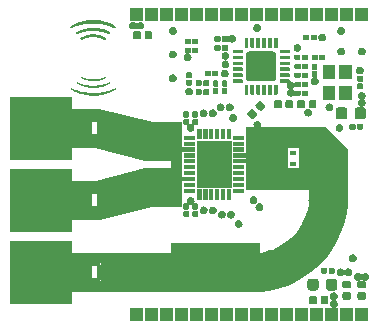
<source format=gbr>
G04 #@! TF.GenerationSoftware,KiCad,Pcbnew,5.1.4*
G04 #@! TF.CreationDate,2019-10-29T20:28:42-05:00*
G04 #@! TF.ProjectId,rf,72662e6b-6963-4616-945f-706362585858,rev?*
G04 #@! TF.SameCoordinates,PX811c3f0PY66a06fc*
G04 #@! TF.FileFunction,Soldermask,Top*
G04 #@! TF.FilePolarity,Negative*
%FSLAX46Y46*%
G04 Gerber Fmt 4.6, Leading zero omitted, Abs format (unit mm)*
G04 Created by KiCad (PCBNEW 5.1.4) date 2019-10-29 20:28:42*
%MOMM*%
%LPD*%
G04 APERTURE LIST*
%ADD10C,3.317400*%
%ADD11C,0.100000*%
%ADD12C,3.257400*%
%ADD13C,0.101600*%
%ADD14C,0.127000*%
G04 APERTURE END LIST*
D10*
X26448066Y5907726D02*
X26024148Y5440004D01*
X27418515Y7526823D02*
X27148623Y6956184D01*
X22730657Y3679597D02*
X22106244Y3586974D01*
X25556426Y5016086D02*
X25049405Y4640054D01*
X27908152Y9988392D02*
X27877178Y9357908D01*
X26824098Y6414747D02*
X26448066Y5907726D01*
X27784555Y8733495D02*
X27631175Y8121168D01*
X25049405Y4640054D02*
X24507968Y4315529D01*
X27908152Y12765548D02*
X27908152Y9988392D01*
X27877178Y9357908D02*
X27784555Y8733495D01*
X27631175Y8121168D02*
X27418515Y7526823D01*
X26024148Y5440004D02*
X25556426Y5016086D01*
X27148623Y6956184D02*
X26824098Y6414747D01*
X24507968Y4315529D02*
X23937329Y4045637D01*
X23937329Y4045637D02*
X23342984Y3832977D01*
X23342984Y3832977D02*
X22730657Y3679597D01*
D11*
G36*
X10833160Y4318000D02*
G01*
X6151160Y4318000D01*
X6151160Y5214700D01*
X10858200Y5214700D01*
X10833160Y4318000D01*
G37*
G36*
X10833160Y1897245D02*
G01*
X6148646Y1897245D01*
X6151160Y2792700D01*
X10833160Y2792700D01*
X10833160Y1897245D01*
G37*
G36*
X8218412Y11323604D02*
G01*
X12402240Y12380400D01*
X14563700Y12380400D01*
X14563700Y13237244D01*
X15518000Y13235491D01*
X15518000Y9105491D01*
X12995983Y9105491D01*
X8594860Y7993300D01*
X6149379Y7993300D01*
X6149379Y10201999D01*
X7916161Y10201999D01*
X7916161Y9101999D01*
X8366161Y9101999D01*
X8366161Y10201999D01*
X7916161Y10201999D01*
X6149379Y10201999D01*
X6149379Y11323604D01*
X8218412Y11323604D01*
G37*
G36*
X29566852Y13896548D02*
G01*
X29566852Y10558000D01*
X24278452Y10558000D01*
X24278452Y12088000D01*
X25667452Y12088000D01*
X25667452Y14318347D01*
X24436852Y14318347D01*
X24455452Y15842000D01*
X27731452Y15842000D01*
X29566852Y13896548D01*
G37*
G36*
X22110981Y4580459D02*
G01*
X20875427Y1938004D01*
X14632427Y1938004D01*
X14628981Y6030639D01*
X22110981Y6030639D01*
X22110981Y4580459D01*
G37*
D10*
X21475760Y3556000D02*
X10070452Y3556000D01*
X21475760Y3556000D02*
X20812200Y3556000D01*
D12*
X21475760Y3556000D02*
X21475760Y3556000D01*
D10*
X22106244Y3586974D02*
X21475760Y3556000D01*
X27908152Y9988392D02*
X27908152Y12765548D01*
D11*
G36*
X24455452Y10558000D02*
G01*
X20935255Y10558000D01*
X20960080Y15842000D01*
X24455452Y15842000D01*
X24455452Y10558000D01*
G37*
G36*
X8537379Y17406700D02*
G01*
X13030418Y16292000D01*
X15518000Y16292000D01*
X15518000Y13015800D01*
X12402240Y13015800D01*
X8159411Y14076385D01*
X6137379Y14076385D01*
X6137379Y16298000D01*
X7916160Y16298000D01*
X7916160Y15198000D01*
X8366160Y15198000D01*
X8366160Y16298000D01*
X7916160Y16298000D01*
X6137379Y16298000D01*
X6137379Y17406700D01*
X8537379Y17406700D01*
G37*
G36*
X28936852Y13197348D02*
G01*
X28939392Y12766818D01*
X27199700Y12764278D01*
X27199700Y14236000D01*
X27908152Y14238748D01*
X28936852Y13197348D01*
G37*
D13*
G36*
X6139427Y19128890D02*
G01*
X6144566Y19126940D01*
X6151761Y19123946D01*
X6160513Y19120119D01*
X6170323Y19115670D01*
X6174596Y19113685D01*
X6273634Y19069080D01*
X6373783Y19027372D01*
X6475115Y18988542D01*
X6577704Y18952573D01*
X6681623Y18919449D01*
X6786943Y18889153D01*
X6893737Y18861667D01*
X7002078Y18836974D01*
X7112038Y18815058D01*
X7223691Y18795900D01*
X7337109Y18779485D01*
X7452363Y18765794D01*
X7569528Y18754811D01*
X7688675Y18746518D01*
X7745306Y18743549D01*
X7797198Y18741447D01*
X7851785Y18739879D01*
X7908417Y18738843D01*
X7966446Y18738337D01*
X8025222Y18738362D01*
X8084095Y18738915D01*
X8142416Y18739996D01*
X8199536Y18741603D01*
X8254806Y18743736D01*
X8269393Y18744405D01*
X8384904Y18751217D01*
X8498326Y18760599D01*
X8609815Y18772590D01*
X8719530Y18787227D01*
X8827629Y18804548D01*
X8934269Y18824591D01*
X9039608Y18847393D01*
X9143804Y18872991D01*
X9247015Y18901425D01*
X9349398Y18932730D01*
X9451112Y18966945D01*
X9552314Y19004108D01*
X9653162Y19044256D01*
X9753814Y19087426D01*
X9806579Y19111290D01*
X9819290Y19117097D01*
X9829317Y19121565D01*
X9837025Y19124834D01*
X9842776Y19127044D01*
X9846934Y19128334D01*
X9849862Y19128845D01*
X9851874Y19128727D01*
X9857498Y19126047D01*
X9860898Y19121499D01*
X9861881Y19115927D01*
X9860252Y19110176D01*
X9857075Y19106137D01*
X9854386Y19104195D01*
X9849072Y19100815D01*
X9841473Y19096190D01*
X9831927Y19090518D01*
X9820777Y19083994D01*
X9808361Y19076812D01*
X9795021Y19069170D01*
X9781096Y19061262D01*
X9766926Y19053284D01*
X9752852Y19045431D01*
X9739213Y19037900D01*
X9726350Y19030886D01*
X9723966Y19029597D01*
X9625165Y18978202D01*
X9525078Y18929917D01*
X9423772Y18884762D01*
X9321312Y18842756D01*
X9217765Y18803916D01*
X9113198Y18768262D01*
X9007676Y18735813D01*
X8901266Y18706587D01*
X8794034Y18680603D01*
X8686048Y18657880D01*
X8577372Y18638436D01*
X8468074Y18622291D01*
X8358219Y18609462D01*
X8247875Y18599969D01*
X8188113Y18596236D01*
X8156796Y18594739D01*
X8123191Y18593498D01*
X8087978Y18592521D01*
X8051835Y18591815D01*
X8015443Y18591387D01*
X7979480Y18591244D01*
X7944626Y18591393D01*
X7911559Y18591842D01*
X7880960Y18592597D01*
X7871460Y18592917D01*
X7759581Y18598611D01*
X7648591Y18607567D01*
X7538434Y18619796D01*
X7429056Y18635307D01*
X7320401Y18654110D01*
X7212415Y18676215D01*
X7105043Y18701633D01*
X6998230Y18730372D01*
X6891922Y18762442D01*
X6846146Y18777327D01*
X6742389Y18813579D01*
X6639520Y18853080D01*
X6537649Y18895781D01*
X6436882Y18941634D01*
X6337328Y18990594D01*
X6239095Y19042611D01*
X6227233Y19049150D01*
X6212654Y19057272D01*
X6198245Y19065395D01*
X6184332Y19073329D01*
X6171243Y19080879D01*
X6159307Y19087855D01*
X6148851Y19094064D01*
X6140201Y19099314D01*
X6133687Y19103413D01*
X6129635Y19106167D01*
X6128596Y19107019D01*
X6125350Y19112369D01*
X6125076Y19118373D01*
X6127756Y19124096D01*
X6128943Y19125431D01*
X6132853Y19128300D01*
X6136659Y19129582D01*
X6136842Y19129587D01*
X6139427Y19128890D01*
X6139427Y19128890D01*
G37*
X6139427Y19128890D02*
X6144566Y19126940D01*
X6151761Y19123946D01*
X6160513Y19120119D01*
X6170323Y19115670D01*
X6174596Y19113685D01*
X6273634Y19069080D01*
X6373783Y19027372D01*
X6475115Y18988542D01*
X6577704Y18952573D01*
X6681623Y18919449D01*
X6786943Y18889153D01*
X6893737Y18861667D01*
X7002078Y18836974D01*
X7112038Y18815058D01*
X7223691Y18795900D01*
X7337109Y18779485D01*
X7452363Y18765794D01*
X7569528Y18754811D01*
X7688675Y18746518D01*
X7745306Y18743549D01*
X7797198Y18741447D01*
X7851785Y18739879D01*
X7908417Y18738843D01*
X7966446Y18738337D01*
X8025222Y18738362D01*
X8084095Y18738915D01*
X8142416Y18739996D01*
X8199536Y18741603D01*
X8254806Y18743736D01*
X8269393Y18744405D01*
X8384904Y18751217D01*
X8498326Y18760599D01*
X8609815Y18772590D01*
X8719530Y18787227D01*
X8827629Y18804548D01*
X8934269Y18824591D01*
X9039608Y18847393D01*
X9143804Y18872991D01*
X9247015Y18901425D01*
X9349398Y18932730D01*
X9451112Y18966945D01*
X9552314Y19004108D01*
X9653162Y19044256D01*
X9753814Y19087426D01*
X9806579Y19111290D01*
X9819290Y19117097D01*
X9829317Y19121565D01*
X9837025Y19124834D01*
X9842776Y19127044D01*
X9846934Y19128334D01*
X9849862Y19128845D01*
X9851874Y19128727D01*
X9857498Y19126047D01*
X9860898Y19121499D01*
X9861881Y19115927D01*
X9860252Y19110176D01*
X9857075Y19106137D01*
X9854386Y19104195D01*
X9849072Y19100815D01*
X9841473Y19096190D01*
X9831927Y19090518D01*
X9820777Y19083994D01*
X9808361Y19076812D01*
X9795021Y19069170D01*
X9781096Y19061262D01*
X9766926Y19053284D01*
X9752852Y19045431D01*
X9739213Y19037900D01*
X9726350Y19030886D01*
X9723966Y19029597D01*
X9625165Y18978202D01*
X9525078Y18929917D01*
X9423772Y18884762D01*
X9321312Y18842756D01*
X9217765Y18803916D01*
X9113198Y18768262D01*
X9007676Y18735813D01*
X8901266Y18706587D01*
X8794034Y18680603D01*
X8686048Y18657880D01*
X8577372Y18638436D01*
X8468074Y18622291D01*
X8358219Y18609462D01*
X8247875Y18599969D01*
X8188113Y18596236D01*
X8156796Y18594739D01*
X8123191Y18593498D01*
X8087978Y18592521D01*
X8051835Y18591815D01*
X8015443Y18591387D01*
X7979480Y18591244D01*
X7944626Y18591393D01*
X7911559Y18591842D01*
X7880960Y18592597D01*
X7871460Y18592917D01*
X7759581Y18598611D01*
X7648591Y18607567D01*
X7538434Y18619796D01*
X7429056Y18635307D01*
X7320401Y18654110D01*
X7212415Y18676215D01*
X7105043Y18701633D01*
X6998230Y18730372D01*
X6891922Y18762442D01*
X6846146Y18777327D01*
X6742389Y18813579D01*
X6639520Y18853080D01*
X6537649Y18895781D01*
X6436882Y18941634D01*
X6337328Y18990594D01*
X6239095Y19042611D01*
X6227233Y19049150D01*
X6212654Y19057272D01*
X6198245Y19065395D01*
X6184332Y19073329D01*
X6171243Y19080879D01*
X6159307Y19087855D01*
X6148851Y19094064D01*
X6140201Y19099314D01*
X6133687Y19103413D01*
X6129635Y19106167D01*
X6128596Y19107019D01*
X6125350Y19112369D01*
X6125076Y19118373D01*
X6127756Y19124096D01*
X6128943Y19125431D01*
X6132853Y19128300D01*
X6136659Y19129582D01*
X6136842Y19129587D01*
X6139427Y19128890D01*
G36*
X6623686Y19641987D02*
G01*
X6628559Y19640090D01*
X6635494Y19637186D01*
X6643988Y19633488D01*
X6653536Y19629209D01*
X6655959Y19628105D01*
X6741373Y19590681D01*
X6827437Y19556210D01*
X6914342Y19524639D01*
X7002276Y19495916D01*
X7091429Y19469987D01*
X7181990Y19446801D01*
X7274150Y19426303D01*
X7368096Y19408441D01*
X7464019Y19393162D01*
X7527713Y19384566D01*
X7607311Y19375606D01*
X7689311Y19368387D01*
X7773207Y19362916D01*
X7858493Y19359197D01*
X7944663Y19357235D01*
X8031210Y19357038D01*
X8117630Y19358610D01*
X8203415Y19361956D01*
X8288060Y19367082D01*
X8371059Y19373994D01*
X8383693Y19375221D01*
X8482808Y19386575D01*
X8580358Y19400879D01*
X8676515Y19418182D01*
X8771457Y19438530D01*
X8865358Y19461969D01*
X8958394Y19488547D01*
X9050739Y19518310D01*
X9142570Y19551305D01*
X9234061Y19587580D01*
X9323001Y19626102D01*
X9335918Y19631873D01*
X9346134Y19636259D01*
X9354001Y19639335D01*
X9359874Y19641177D01*
X9364106Y19641862D01*
X9367049Y19641467D01*
X9369058Y19640066D01*
X9370486Y19637738D01*
X9371011Y19636465D01*
X9371759Y19634276D01*
X9372058Y19632286D01*
X9371665Y19630317D01*
X9370339Y19628192D01*
X9367836Y19625732D01*
X9363915Y19622761D01*
X9358334Y19619100D01*
X9350850Y19614574D01*
X9341221Y19609003D01*
X9329205Y19602211D01*
X9314560Y19594020D01*
X9308381Y19590574D01*
X9226713Y19546942D01*
X9143117Y19506012D01*
X9057807Y19467859D01*
X8970995Y19432561D01*
X8882895Y19400195D01*
X8793719Y19370838D01*
X8703681Y19344566D01*
X8612995Y19321457D01*
X8521872Y19301588D01*
X8491220Y19295657D01*
X8415724Y19282588D01*
X8340383Y19271665D01*
X8265662Y19262937D01*
X8192028Y19256453D01*
X8119949Y19252262D01*
X8061960Y19250565D01*
X8048362Y19250345D01*
X8035436Y19250119D01*
X8023684Y19249898D01*
X8013610Y19249691D01*
X8005717Y19249508D01*
X8000510Y19249360D01*
X7999306Y19249313D01*
X7995383Y19249244D01*
X7988551Y19249242D01*
X7979287Y19249303D01*
X7968068Y19249423D01*
X7955371Y19249595D01*
X7941674Y19249816D01*
X7932420Y19249985D01*
X7844480Y19253184D01*
X7756039Y19259464D01*
X7666805Y19268847D01*
X7611533Y19276151D01*
X7516731Y19291337D01*
X7422773Y19309801D01*
X7329696Y19331530D01*
X7237540Y19356513D01*
X7146341Y19384737D01*
X7056140Y19416190D01*
X6966974Y19450861D01*
X6878882Y19488737D01*
X6791901Y19529806D01*
X6770793Y19540339D01*
X6755668Y19548038D01*
X6739881Y19556202D01*
X6723755Y19564654D01*
X6707612Y19573219D01*
X6691774Y19581718D01*
X6676564Y19589977D01*
X6662303Y19597818D01*
X6649314Y19605066D01*
X6637918Y19611543D01*
X6628439Y19617074D01*
X6621199Y19621481D01*
X6616519Y19624588D01*
X6615430Y19625433D01*
X6612960Y19629403D01*
X6612827Y19634190D01*
X6614655Y19638704D01*
X6618067Y19641854D01*
X6621379Y19642667D01*
X6623686Y19641987D01*
X6623686Y19641987D01*
G37*
X6623686Y19641987D02*
X6628559Y19640090D01*
X6635494Y19637186D01*
X6643988Y19633488D01*
X6653536Y19629209D01*
X6655959Y19628105D01*
X6741373Y19590681D01*
X6827437Y19556210D01*
X6914342Y19524639D01*
X7002276Y19495916D01*
X7091429Y19469987D01*
X7181990Y19446801D01*
X7274150Y19426303D01*
X7368096Y19408441D01*
X7464019Y19393162D01*
X7527713Y19384566D01*
X7607311Y19375606D01*
X7689311Y19368387D01*
X7773207Y19362916D01*
X7858493Y19359197D01*
X7944663Y19357235D01*
X8031210Y19357038D01*
X8117630Y19358610D01*
X8203415Y19361956D01*
X8288060Y19367082D01*
X8371059Y19373994D01*
X8383693Y19375221D01*
X8482808Y19386575D01*
X8580358Y19400879D01*
X8676515Y19418182D01*
X8771457Y19438530D01*
X8865358Y19461969D01*
X8958394Y19488547D01*
X9050739Y19518310D01*
X9142570Y19551305D01*
X9234061Y19587580D01*
X9323001Y19626102D01*
X9335918Y19631873D01*
X9346134Y19636259D01*
X9354001Y19639335D01*
X9359874Y19641177D01*
X9364106Y19641862D01*
X9367049Y19641467D01*
X9369058Y19640066D01*
X9370486Y19637738D01*
X9371011Y19636465D01*
X9371759Y19634276D01*
X9372058Y19632286D01*
X9371665Y19630317D01*
X9370339Y19628192D01*
X9367836Y19625732D01*
X9363915Y19622761D01*
X9358334Y19619100D01*
X9350850Y19614574D01*
X9341221Y19609003D01*
X9329205Y19602211D01*
X9314560Y19594020D01*
X9308381Y19590574D01*
X9226713Y19546942D01*
X9143117Y19506012D01*
X9057807Y19467859D01*
X8970995Y19432561D01*
X8882895Y19400195D01*
X8793719Y19370838D01*
X8703681Y19344566D01*
X8612995Y19321457D01*
X8521872Y19301588D01*
X8491220Y19295657D01*
X8415724Y19282588D01*
X8340383Y19271665D01*
X8265662Y19262937D01*
X8192028Y19256453D01*
X8119949Y19252262D01*
X8061960Y19250565D01*
X8048362Y19250345D01*
X8035436Y19250119D01*
X8023684Y19249898D01*
X8013610Y19249691D01*
X8005717Y19249508D01*
X8000510Y19249360D01*
X7999306Y19249313D01*
X7995383Y19249244D01*
X7988551Y19249242D01*
X7979287Y19249303D01*
X7968068Y19249423D01*
X7955371Y19249595D01*
X7941674Y19249816D01*
X7932420Y19249985D01*
X7844480Y19253184D01*
X7756039Y19259464D01*
X7666805Y19268847D01*
X7611533Y19276151D01*
X7516731Y19291337D01*
X7422773Y19309801D01*
X7329696Y19331530D01*
X7237540Y19356513D01*
X7146341Y19384737D01*
X7056140Y19416190D01*
X6966974Y19450861D01*
X6878882Y19488737D01*
X6791901Y19529806D01*
X6770793Y19540339D01*
X6755668Y19548038D01*
X6739881Y19556202D01*
X6723755Y19564654D01*
X6707612Y19573219D01*
X6691774Y19581718D01*
X6676564Y19589977D01*
X6662303Y19597818D01*
X6649314Y19605066D01*
X6637918Y19611543D01*
X6628439Y19617074D01*
X6621199Y19621481D01*
X6616519Y19624588D01*
X6615430Y19625433D01*
X6612960Y19629403D01*
X6612827Y19634190D01*
X6614655Y19638704D01*
X6618067Y19641854D01*
X6621379Y19642667D01*
X6623686Y19641987D01*
G36*
X8965270Y20083578D02*
G01*
X8968834Y20080629D01*
X8970653Y20076093D01*
X8970433Y20072774D01*
X8968509Y20070693D01*
X8963809Y20067319D01*
X8956620Y20062802D01*
X8947228Y20057293D01*
X8935921Y20050939D01*
X8922986Y20043893D01*
X8908711Y20036303D01*
X8893382Y20028320D01*
X8877287Y20020094D01*
X8860713Y20011774D01*
X8843948Y20003510D01*
X8827278Y19995453D01*
X8810990Y19987752D01*
X8795372Y19980557D01*
X8784166Y19975537D01*
X8713962Y19946153D01*
X8642554Y19919456D01*
X8570195Y19895501D01*
X8497137Y19874348D01*
X8423634Y19856053D01*
X8349937Y19840673D01*
X8276301Y19828267D01*
X8202977Y19818892D01*
X8130219Y19812605D01*
X8058280Y19809464D01*
X8053493Y19809367D01*
X8040999Y19809123D01*
X8029182Y19808872D01*
X8018600Y19808628D01*
X8009811Y19808404D01*
X8003372Y19808213D01*
X8000153Y19808087D01*
X7996290Y19808013D01*
X7989559Y19808023D01*
X7980475Y19808109D01*
X7969557Y19808266D01*
X7957320Y19808487D01*
X7944282Y19808765D01*
X7941733Y19808824D01*
X7862207Y19812388D01*
X7782804Y19819303D01*
X7703665Y19829533D01*
X7624930Y19843045D01*
X7546739Y19859801D01*
X7469232Y19879767D01*
X7392551Y19902908D01*
X7316834Y19929188D01*
X7242224Y19958571D01*
X7168860Y19991023D01*
X7115386Y20017026D01*
X7099252Y20025259D01*
X7083749Y20033315D01*
X7069167Y20041034D01*
X7055794Y20048255D01*
X7043920Y20054819D01*
X7033834Y20060564D01*
X7025824Y20065330D01*
X7020181Y20068957D01*
X7017192Y20071285D01*
X7016854Y20071710D01*
X7016054Y20076208D01*
X7017882Y20080616D01*
X7020635Y20082974D01*
X7022275Y20083298D01*
X7025018Y20082886D01*
X7029224Y20081611D01*
X7035253Y20079340D01*
X7043466Y20075945D01*
X7054224Y20071295D01*
X7059891Y20068803D01*
X7133518Y20037971D01*
X7208092Y20010079D01*
X7283752Y19985093D01*
X7360635Y19962982D01*
X7438880Y19943710D01*
X7518623Y19927246D01*
X7600003Y19913555D01*
X7683158Y19902606D01*
X7768226Y19894364D01*
X7792720Y19892515D01*
X7844527Y19889424D01*
X7898735Y19887286D01*
X7954490Y19886100D01*
X8010944Y19885867D01*
X8067245Y19886587D01*
X8122542Y19888259D01*
X8175985Y19890883D01*
X8200813Y19892488D01*
X8284591Y19899757D01*
X8366475Y19909725D01*
X8446685Y19922443D01*
X8525444Y19937967D01*
X8602973Y19956350D01*
X8679495Y19977647D01*
X8755231Y20001910D01*
X8830404Y20029195D01*
X8905235Y20059555D01*
X8927635Y20069264D01*
X8938685Y20074026D01*
X8948333Y20077992D01*
X8956187Y20081012D01*
X8961854Y20082938D01*
X8964943Y20083620D01*
X8965270Y20083578D01*
X8965270Y20083578D01*
G37*
X8965270Y20083578D02*
X8968834Y20080629D01*
X8970653Y20076093D01*
X8970433Y20072774D01*
X8968509Y20070693D01*
X8963809Y20067319D01*
X8956620Y20062802D01*
X8947228Y20057293D01*
X8935921Y20050939D01*
X8922986Y20043893D01*
X8908711Y20036303D01*
X8893382Y20028320D01*
X8877287Y20020094D01*
X8860713Y20011774D01*
X8843948Y20003510D01*
X8827278Y19995453D01*
X8810990Y19987752D01*
X8795372Y19980557D01*
X8784166Y19975537D01*
X8713962Y19946153D01*
X8642554Y19919456D01*
X8570195Y19895501D01*
X8497137Y19874348D01*
X8423634Y19856053D01*
X8349937Y19840673D01*
X8276301Y19828267D01*
X8202977Y19818892D01*
X8130219Y19812605D01*
X8058280Y19809464D01*
X8053493Y19809367D01*
X8040999Y19809123D01*
X8029182Y19808872D01*
X8018600Y19808628D01*
X8009811Y19808404D01*
X8003372Y19808213D01*
X8000153Y19808087D01*
X7996290Y19808013D01*
X7989559Y19808023D01*
X7980475Y19808109D01*
X7969557Y19808266D01*
X7957320Y19808487D01*
X7944282Y19808765D01*
X7941733Y19808824D01*
X7862207Y19812388D01*
X7782804Y19819303D01*
X7703665Y19829533D01*
X7624930Y19843045D01*
X7546739Y19859801D01*
X7469232Y19879767D01*
X7392551Y19902908D01*
X7316834Y19929188D01*
X7242224Y19958571D01*
X7168860Y19991023D01*
X7115386Y20017026D01*
X7099252Y20025259D01*
X7083749Y20033315D01*
X7069167Y20041034D01*
X7055794Y20048255D01*
X7043920Y20054819D01*
X7033834Y20060564D01*
X7025824Y20065330D01*
X7020181Y20068957D01*
X7017192Y20071285D01*
X7016854Y20071710D01*
X7016054Y20076208D01*
X7017882Y20080616D01*
X7020635Y20082974D01*
X7022275Y20083298D01*
X7025018Y20082886D01*
X7029224Y20081611D01*
X7035253Y20079340D01*
X7043466Y20075945D01*
X7054224Y20071295D01*
X7059891Y20068803D01*
X7133518Y20037971D01*
X7208092Y20010079D01*
X7283752Y19985093D01*
X7360635Y19962982D01*
X7438880Y19943710D01*
X7518623Y19927246D01*
X7600003Y19913555D01*
X7683158Y19902606D01*
X7768226Y19894364D01*
X7792720Y19892515D01*
X7844527Y19889424D01*
X7898735Y19887286D01*
X7954490Y19886100D01*
X8010944Y19885867D01*
X8067245Y19886587D01*
X8122542Y19888259D01*
X8175985Y19890883D01*
X8200813Y19892488D01*
X8284591Y19899757D01*
X8366475Y19909725D01*
X8446685Y19922443D01*
X8525444Y19937967D01*
X8602973Y19956350D01*
X8679495Y19977647D01*
X8755231Y20001910D01*
X8830404Y20029195D01*
X8905235Y20059555D01*
X8927635Y20069264D01*
X8938685Y20074026D01*
X8948333Y20077992D01*
X8956187Y20081012D01*
X8961854Y20082938D01*
X8964943Y20083620D01*
X8965270Y20083578D01*
D14*
G36*
X8017673Y23621111D02*
G01*
X8038203Y23621026D01*
X8056289Y23620867D01*
X8072399Y23620615D01*
X8087005Y23620252D01*
X8100578Y23619759D01*
X8113587Y23619120D01*
X8126504Y23618316D01*
X8139798Y23617328D01*
X8153941Y23616140D01*
X8169403Y23614732D01*
X8174566Y23614246D01*
X8255721Y23604865D01*
X8336174Y23592173D01*
X8415873Y23576185D01*
X8494767Y23556913D01*
X8572803Y23534372D01*
X8649931Y23508574D01*
X8726097Y23479534D01*
X8781693Y23456017D01*
X8795197Y23449938D01*
X8810087Y23443017D01*
X8826007Y23435438D01*
X8842599Y23427382D01*
X8859506Y23419032D01*
X8876373Y23410571D01*
X8892842Y23402181D01*
X8908556Y23394044D01*
X8923158Y23386343D01*
X8936292Y23379261D01*
X8947601Y23372980D01*
X8956728Y23367682D01*
X8963316Y23363550D01*
X8965475Y23362032D01*
X8968646Y23358879D01*
X8969112Y23355753D01*
X8968910Y23354991D01*
X8966923Y23351661D01*
X8965212Y23350401D01*
X8962891Y23350748D01*
X8958066Y23352327D01*
X8951294Y23354924D01*
X8943135Y23358328D01*
X8936187Y23361399D01*
X8864469Y23392056D01*
X8790740Y23420059D01*
X8715137Y23445371D01*
X8637798Y23467957D01*
X8558858Y23487782D01*
X8478454Y23504811D01*
X8396722Y23519007D01*
X8313799Y23530335D01*
X8265160Y23535583D01*
X8231324Y23538707D01*
X8198931Y23541321D01*
X8167303Y23543455D01*
X8135768Y23545140D01*
X8103649Y23546407D01*
X8070272Y23547286D01*
X8034962Y23547808D01*
X7997043Y23548004D01*
X7991686Y23548008D01*
X7935217Y23547618D01*
X7881544Y23546414D01*
X7830169Y23544358D01*
X7780591Y23541411D01*
X7732311Y23537535D01*
X7684829Y23532693D01*
X7637647Y23526847D01*
X7590263Y23519958D01*
X7561580Y23515317D01*
X7490251Y23502177D01*
X7420470Y23486898D01*
X7351785Y23469342D01*
X7283745Y23449370D01*
X7215898Y23426846D01*
X7147793Y23401629D01*
X7078978Y23373583D01*
X7033635Y23353762D01*
X7028017Y23351246D01*
X7024668Y23349936D01*
X7022732Y23349727D01*
X7021357Y23350511D01*
X7019834Y23352035D01*
X7017963Y23354145D01*
X7017097Y23356081D01*
X7017517Y23358096D01*
X7019504Y23360442D01*
X7023339Y23363369D01*
X7029302Y23367130D01*
X7037675Y23371976D01*
X7048737Y23378160D01*
X7049346Y23378498D01*
X7120868Y23416238D01*
X7193818Y23450928D01*
X7268085Y23482532D01*
X7343557Y23511012D01*
X7420124Y23536334D01*
X7497675Y23558460D01*
X7576099Y23577355D01*
X7655285Y23592981D01*
X7735122Y23605303D01*
X7745306Y23606630D01*
X7769411Y23609632D01*
X7791489Y23612206D01*
X7812069Y23614382D01*
X7831675Y23616190D01*
X7850833Y23617662D01*
X7870071Y23618827D01*
X7889913Y23619717D01*
X7910887Y23620362D01*
X7933518Y23620792D01*
X7958332Y23621040D01*
X7985856Y23621134D01*
X7994226Y23621137D01*
X8017673Y23621111D01*
X8017673Y23621111D01*
G37*
X8017673Y23621111D02*
X8038203Y23621026D01*
X8056289Y23620867D01*
X8072399Y23620615D01*
X8087005Y23620252D01*
X8100578Y23619759D01*
X8113587Y23619120D01*
X8126504Y23618316D01*
X8139798Y23617328D01*
X8153941Y23616140D01*
X8169403Y23614732D01*
X8174566Y23614246D01*
X8255721Y23604865D01*
X8336174Y23592173D01*
X8415873Y23576185D01*
X8494767Y23556913D01*
X8572803Y23534372D01*
X8649931Y23508574D01*
X8726097Y23479534D01*
X8781693Y23456017D01*
X8795197Y23449938D01*
X8810087Y23443017D01*
X8826007Y23435438D01*
X8842599Y23427382D01*
X8859506Y23419032D01*
X8876373Y23410571D01*
X8892842Y23402181D01*
X8908556Y23394044D01*
X8923158Y23386343D01*
X8936292Y23379261D01*
X8947601Y23372980D01*
X8956728Y23367682D01*
X8963316Y23363550D01*
X8965475Y23362032D01*
X8968646Y23358879D01*
X8969112Y23355753D01*
X8968910Y23354991D01*
X8966923Y23351661D01*
X8965212Y23350401D01*
X8962891Y23350748D01*
X8958066Y23352327D01*
X8951294Y23354924D01*
X8943135Y23358328D01*
X8936187Y23361399D01*
X8864469Y23392056D01*
X8790740Y23420059D01*
X8715137Y23445371D01*
X8637798Y23467957D01*
X8558858Y23487782D01*
X8478454Y23504811D01*
X8396722Y23519007D01*
X8313799Y23530335D01*
X8265160Y23535583D01*
X8231324Y23538707D01*
X8198931Y23541321D01*
X8167303Y23543455D01*
X8135768Y23545140D01*
X8103649Y23546407D01*
X8070272Y23547286D01*
X8034962Y23547808D01*
X7997043Y23548004D01*
X7991686Y23548008D01*
X7935217Y23547618D01*
X7881544Y23546414D01*
X7830169Y23544358D01*
X7780591Y23541411D01*
X7732311Y23537535D01*
X7684829Y23532693D01*
X7637647Y23526847D01*
X7590263Y23519958D01*
X7561580Y23515317D01*
X7490251Y23502177D01*
X7420470Y23486898D01*
X7351785Y23469342D01*
X7283745Y23449370D01*
X7215898Y23426846D01*
X7147793Y23401629D01*
X7078978Y23373583D01*
X7033635Y23353762D01*
X7028017Y23351246D01*
X7024668Y23349936D01*
X7022732Y23349727D01*
X7021357Y23350511D01*
X7019834Y23352035D01*
X7017963Y23354145D01*
X7017097Y23356081D01*
X7017517Y23358096D01*
X7019504Y23360442D01*
X7023339Y23363369D01*
X7029302Y23367130D01*
X7037675Y23371976D01*
X7048737Y23378160D01*
X7049346Y23378498D01*
X7120868Y23416238D01*
X7193818Y23450928D01*
X7268085Y23482532D01*
X7343557Y23511012D01*
X7420124Y23536334D01*
X7497675Y23558460D01*
X7576099Y23577355D01*
X7655285Y23592981D01*
X7735122Y23605303D01*
X7745306Y23606630D01*
X7769411Y23609632D01*
X7791489Y23612206D01*
X7812069Y23614382D01*
X7831675Y23616190D01*
X7850833Y23617662D01*
X7870071Y23618827D01*
X7889913Y23619717D01*
X7910887Y23620362D01*
X7933518Y23620792D01*
X7958332Y23621040D01*
X7985856Y23621134D01*
X7994226Y23621137D01*
X8017673Y23621111D01*
G36*
X8023647Y24181565D02*
G01*
X8047604Y24181468D01*
X8069098Y24181290D01*
X8088590Y24181013D01*
X8106542Y24180618D01*
X8123416Y24180086D01*
X8139674Y24179397D01*
X8155777Y24178533D01*
X8172186Y24177475D01*
X8189365Y24176203D01*
X8207773Y24174700D01*
X8227873Y24172945D01*
X8244840Y24171407D01*
X8338893Y24161083D01*
X8432555Y24147417D01*
X8525721Y24130440D01*
X8618289Y24110185D01*
X8710154Y24086684D01*
X8801215Y24059968D01*
X8891367Y24030070D01*
X8980507Y23997022D01*
X9068533Y23960855D01*
X9155342Y23921601D01*
X9240829Y23879294D01*
X9314180Y23839953D01*
X9329122Y23831618D01*
X9341356Y23824721D01*
X9351152Y23819089D01*
X9358778Y23814544D01*
X9364504Y23810912D01*
X9368598Y23808016D01*
X9371330Y23805682D01*
X9372969Y23803732D01*
X9373784Y23801993D01*
X9373996Y23800921D01*
X9373289Y23795923D01*
X9370558Y23791815D01*
X9366630Y23789720D01*
X9365690Y23789640D01*
X9363240Y23790331D01*
X9358288Y23792248D01*
X9351385Y23795159D01*
X9343085Y23798832D01*
X9335049Y23802516D01*
X9250585Y23840037D01*
X9164135Y23874850D01*
X9075770Y23906935D01*
X8985559Y23936275D01*
X8893574Y23962853D01*
X8799885Y23986649D01*
X8704563Y24007646D01*
X8607677Y24025826D01*
X8509299Y24041170D01*
X8409499Y24053661D01*
X8321886Y24062167D01*
X8289293Y24064805D01*
X8258203Y24067083D01*
X8228088Y24069021D01*
X8198418Y24070640D01*
X8168665Y24071959D01*
X8138298Y24073000D01*
X8106789Y24073782D01*
X8073608Y24074325D01*
X8038226Y24074649D01*
X8000113Y24074775D01*
X7990840Y24074778D01*
X7943463Y24074610D01*
X7898936Y24074109D01*
X7856734Y24073248D01*
X7816334Y24072005D01*
X7777213Y24070355D01*
X7738846Y24068273D01*
X7700711Y24065735D01*
X7662284Y24062716D01*
X7623041Y24059193D01*
X7592906Y24056219D01*
X7492149Y24044285D01*
X7392603Y24029191D01*
X7294238Y24010931D01*
X7197022Y23989494D01*
X7100925Y23964874D01*
X7005916Y23937061D01*
X6911964Y23906047D01*
X6819038Y23871825D01*
X6727108Y23834384D01*
X6653240Y23801642D01*
X6644422Y23797663D01*
X6636531Y23794241D01*
X6630140Y23791614D01*
X6625820Y23790018D01*
X6624293Y23789640D01*
X6621003Y23790820D01*
X6618655Y23792737D01*
X6616248Y23797463D01*
X6616288Y23802661D01*
X6618759Y23806920D01*
X6618816Y23806971D01*
X6621129Y23808561D01*
X6625915Y23811522D01*
X6632693Y23815569D01*
X6640983Y23820417D01*
X6650306Y23825780D01*
X6653602Y23827657D01*
X6738022Y23873659D01*
X6823862Y23916605D01*
X6911043Y23956465D01*
X6999487Y23993207D01*
X7089114Y24026801D01*
X7179847Y24057216D01*
X7271607Y24084420D01*
X7364314Y24108383D01*
X7376343Y24111238D01*
X7469565Y24131435D01*
X7563071Y24148298D01*
X7656758Y24161811D01*
X7750528Y24171959D01*
X7783406Y24174718D01*
X7801351Y24176090D01*
X7817497Y24177270D01*
X7832284Y24178271D01*
X7846151Y24179109D01*
X7859537Y24179796D01*
X7872882Y24180348D01*
X7886624Y24180778D01*
X7901204Y24181101D01*
X7917061Y24181330D01*
X7934634Y24181480D01*
X7954362Y24181566D01*
X7976685Y24181600D01*
X7996766Y24181601D01*
X8023647Y24181565D01*
X8023647Y24181565D01*
G37*
X8023647Y24181565D02*
X8047604Y24181468D01*
X8069098Y24181290D01*
X8088590Y24181013D01*
X8106542Y24180618D01*
X8123416Y24180086D01*
X8139674Y24179397D01*
X8155777Y24178533D01*
X8172186Y24177475D01*
X8189365Y24176203D01*
X8207773Y24174700D01*
X8227873Y24172945D01*
X8244840Y24171407D01*
X8338893Y24161083D01*
X8432555Y24147417D01*
X8525721Y24130440D01*
X8618289Y24110185D01*
X8710154Y24086684D01*
X8801215Y24059968D01*
X8891367Y24030070D01*
X8980507Y23997022D01*
X9068533Y23960855D01*
X9155342Y23921601D01*
X9240829Y23879294D01*
X9314180Y23839953D01*
X9329122Y23831618D01*
X9341356Y23824721D01*
X9351152Y23819089D01*
X9358778Y23814544D01*
X9364504Y23810912D01*
X9368598Y23808016D01*
X9371330Y23805682D01*
X9372969Y23803732D01*
X9373784Y23801993D01*
X9373996Y23800921D01*
X9373289Y23795923D01*
X9370558Y23791815D01*
X9366630Y23789720D01*
X9365690Y23789640D01*
X9363240Y23790331D01*
X9358288Y23792248D01*
X9351385Y23795159D01*
X9343085Y23798832D01*
X9335049Y23802516D01*
X9250585Y23840037D01*
X9164135Y23874850D01*
X9075770Y23906935D01*
X8985559Y23936275D01*
X8893574Y23962853D01*
X8799885Y23986649D01*
X8704563Y24007646D01*
X8607677Y24025826D01*
X8509299Y24041170D01*
X8409499Y24053661D01*
X8321886Y24062167D01*
X8289293Y24064805D01*
X8258203Y24067083D01*
X8228088Y24069021D01*
X8198418Y24070640D01*
X8168665Y24071959D01*
X8138298Y24073000D01*
X8106789Y24073782D01*
X8073608Y24074325D01*
X8038226Y24074649D01*
X8000113Y24074775D01*
X7990840Y24074778D01*
X7943463Y24074610D01*
X7898936Y24074109D01*
X7856734Y24073248D01*
X7816334Y24072005D01*
X7777213Y24070355D01*
X7738846Y24068273D01*
X7700711Y24065735D01*
X7662284Y24062716D01*
X7623041Y24059193D01*
X7592906Y24056219D01*
X7492149Y24044285D01*
X7392603Y24029191D01*
X7294238Y24010931D01*
X7197022Y23989494D01*
X7100925Y23964874D01*
X7005916Y23937061D01*
X6911964Y23906047D01*
X6819038Y23871825D01*
X6727108Y23834384D01*
X6653240Y23801642D01*
X6644422Y23797663D01*
X6636531Y23794241D01*
X6630140Y23791614D01*
X6625820Y23790018D01*
X6624293Y23789640D01*
X6621003Y23790820D01*
X6618655Y23792737D01*
X6616248Y23797463D01*
X6616288Y23802661D01*
X6618759Y23806920D01*
X6618816Y23806971D01*
X6621129Y23808561D01*
X6625915Y23811522D01*
X6632693Y23815569D01*
X6640983Y23820417D01*
X6650306Y23825780D01*
X6653602Y23827657D01*
X6738022Y23873659D01*
X6823862Y23916605D01*
X6911043Y23956465D01*
X6999487Y23993207D01*
X7089114Y24026801D01*
X7179847Y24057216D01*
X7271607Y24084420D01*
X7364314Y24108383D01*
X7376343Y24111238D01*
X7469565Y24131435D01*
X7563071Y24148298D01*
X7656758Y24161811D01*
X7750528Y24171959D01*
X7783406Y24174718D01*
X7801351Y24176090D01*
X7817497Y24177270D01*
X7832284Y24178271D01*
X7846151Y24179109D01*
X7859537Y24179796D01*
X7872882Y24180348D01*
X7886624Y24180778D01*
X7901204Y24181101D01*
X7917061Y24181330D01*
X7934634Y24181480D01*
X7954362Y24181566D01*
X7976685Y24181600D01*
X7996766Y24181601D01*
X8023647Y24181565D01*
G36*
X8051668Y24840619D02*
G01*
X8161617Y24837159D01*
X8271641Y24830349D01*
X8381672Y24820173D01*
X8434493Y24814086D01*
X8544058Y24798947D01*
X8653027Y24780488D01*
X8761323Y24758735D01*
X8868868Y24733714D01*
X8975582Y24705452D01*
X9081389Y24673976D01*
X9186210Y24639312D01*
X9289966Y24601486D01*
X9392580Y24560525D01*
X9493973Y24516456D01*
X9594067Y24469305D01*
X9692783Y24419099D01*
X9790045Y24365863D01*
X9837039Y24338745D01*
X9844814Y24334042D01*
X9851582Y24329690D01*
X9856775Y24326072D01*
X9859823Y24323575D01*
X9860322Y24322961D01*
X9861820Y24316974D01*
X9860470Y24311099D01*
X9856709Y24306271D01*
X9851173Y24303468D01*
X9848727Y24303636D01*
X9844278Y24304963D01*
X9837606Y24307535D01*
X9828492Y24311440D01*
X9816717Y24316768D01*
X9808755Y24320462D01*
X9707135Y24366104D01*
X9604050Y24408754D01*
X9499484Y24448416D01*
X9393419Y24485095D01*
X9285838Y24518793D01*
X9176723Y24549516D01*
X9066058Y24577268D01*
X8953824Y24602053D01*
X8840006Y24623875D01*
X8724585Y24642738D01*
X8607544Y24658646D01*
X8488866Y24671604D01*
X8368535Y24681616D01*
X8296486Y24686157D01*
X8275964Y24687286D01*
X8257151Y24688285D01*
X8239699Y24689162D01*
X8223259Y24689925D01*
X8207485Y24690582D01*
X8192028Y24691141D01*
X8176539Y24691609D01*
X8160672Y24691994D01*
X8144077Y24692304D01*
X8126407Y24692546D01*
X8107313Y24692730D01*
X8086448Y24692861D01*
X8063463Y24692949D01*
X8038011Y24693001D01*
X8009743Y24693025D01*
X7989993Y24693029D01*
X7958925Y24693018D01*
X7930893Y24692980D01*
X7905550Y24692906D01*
X7882545Y24692789D01*
X7861530Y24692621D01*
X7842153Y24692394D01*
X7824067Y24692102D01*
X7806922Y24691735D01*
X7790369Y24691287D01*
X7774057Y24690750D01*
X7757638Y24690115D01*
X7740762Y24689377D01*
X7723081Y24688525D01*
X7704243Y24687554D01*
X7683901Y24686456D01*
X7679266Y24686200D01*
X7564907Y24678569D01*
X7452668Y24668405D01*
X7342372Y24655667D01*
X7233842Y24640312D01*
X7126901Y24622295D01*
X7021371Y24601575D01*
X6917077Y24578108D01*
X6813840Y24551851D01*
X6711484Y24522761D01*
X6609832Y24490794D01*
X6508707Y24455909D01*
X6407931Y24418061D01*
X6307327Y24377208D01*
X6206720Y24333307D01*
X6181846Y24321988D01*
X6170718Y24316918D01*
X6160549Y24312351D01*
X6151759Y24308470D01*
X6144765Y24305458D01*
X6139988Y24303498D01*
X6137846Y24302773D01*
X6137819Y24302772D01*
X6134811Y24303604D01*
X6132406Y24304766D01*
X6127193Y24309338D01*
X6124882Y24315065D01*
X6125682Y24321309D01*
X6126468Y24323019D01*
X6128372Y24324747D01*
X6132780Y24327861D01*
X6139251Y24332075D01*
X6147343Y24337105D01*
X6156613Y24342668D01*
X6161605Y24345592D01*
X6258765Y24400090D01*
X6357205Y24451487D01*
X6456858Y24499767D01*
X6557658Y24544917D01*
X6659536Y24586923D01*
X6762427Y24625772D01*
X6866263Y24661448D01*
X6970977Y24693940D01*
X7076502Y24723232D01*
X7182771Y24749311D01*
X7289717Y24772164D01*
X7397274Y24791775D01*
X7505373Y24808133D01*
X7613948Y24821222D01*
X7722932Y24831028D01*
X7832258Y24837540D01*
X7941859Y24840741D01*
X8051668Y24840619D01*
X8051668Y24840619D01*
G37*
X8051668Y24840619D02*
X8161617Y24837159D01*
X8271641Y24830349D01*
X8381672Y24820173D01*
X8434493Y24814086D01*
X8544058Y24798947D01*
X8653027Y24780488D01*
X8761323Y24758735D01*
X8868868Y24733714D01*
X8975582Y24705452D01*
X9081389Y24673976D01*
X9186210Y24639312D01*
X9289966Y24601486D01*
X9392580Y24560525D01*
X9493973Y24516456D01*
X9594067Y24469305D01*
X9692783Y24419099D01*
X9790045Y24365863D01*
X9837039Y24338745D01*
X9844814Y24334042D01*
X9851582Y24329690D01*
X9856775Y24326072D01*
X9859823Y24323575D01*
X9860322Y24322961D01*
X9861820Y24316974D01*
X9860470Y24311099D01*
X9856709Y24306271D01*
X9851173Y24303468D01*
X9848727Y24303636D01*
X9844278Y24304963D01*
X9837606Y24307535D01*
X9828492Y24311440D01*
X9816717Y24316768D01*
X9808755Y24320462D01*
X9707135Y24366104D01*
X9604050Y24408754D01*
X9499484Y24448416D01*
X9393419Y24485095D01*
X9285838Y24518793D01*
X9176723Y24549516D01*
X9066058Y24577268D01*
X8953824Y24602053D01*
X8840006Y24623875D01*
X8724585Y24642738D01*
X8607544Y24658646D01*
X8488866Y24671604D01*
X8368535Y24681616D01*
X8296486Y24686157D01*
X8275964Y24687286D01*
X8257151Y24688285D01*
X8239699Y24689162D01*
X8223259Y24689925D01*
X8207485Y24690582D01*
X8192028Y24691141D01*
X8176539Y24691609D01*
X8160672Y24691994D01*
X8144077Y24692304D01*
X8126407Y24692546D01*
X8107313Y24692730D01*
X8086448Y24692861D01*
X8063463Y24692949D01*
X8038011Y24693001D01*
X8009743Y24693025D01*
X7989993Y24693029D01*
X7958925Y24693018D01*
X7930893Y24692980D01*
X7905550Y24692906D01*
X7882545Y24692789D01*
X7861530Y24692621D01*
X7842153Y24692394D01*
X7824067Y24692102D01*
X7806922Y24691735D01*
X7790369Y24691287D01*
X7774057Y24690750D01*
X7757638Y24690115D01*
X7740762Y24689377D01*
X7723081Y24688525D01*
X7704243Y24687554D01*
X7683901Y24686456D01*
X7679266Y24686200D01*
X7564907Y24678569D01*
X7452668Y24668405D01*
X7342372Y24655667D01*
X7233842Y24640312D01*
X7126901Y24622295D01*
X7021371Y24601575D01*
X6917077Y24578108D01*
X6813840Y24551851D01*
X6711484Y24522761D01*
X6609832Y24490794D01*
X6508707Y24455909D01*
X6407931Y24418061D01*
X6307327Y24377208D01*
X6206720Y24333307D01*
X6181846Y24321988D01*
X6170718Y24316918D01*
X6160549Y24312351D01*
X6151759Y24308470D01*
X6144765Y24305458D01*
X6139988Y24303498D01*
X6137846Y24302773D01*
X6137819Y24302772D01*
X6134811Y24303604D01*
X6132406Y24304766D01*
X6127193Y24309338D01*
X6124882Y24315065D01*
X6125682Y24321309D01*
X6126468Y24323019D01*
X6128372Y24324747D01*
X6132780Y24327861D01*
X6139251Y24332075D01*
X6147343Y24337105D01*
X6156613Y24342668D01*
X6161605Y24345592D01*
X6258765Y24400090D01*
X6357205Y24451487D01*
X6456858Y24499767D01*
X6557658Y24544917D01*
X6659536Y24586923D01*
X6762427Y24625772D01*
X6866263Y24661448D01*
X6970977Y24693940D01*
X7076502Y24723232D01*
X7182771Y24749311D01*
X7289717Y24772164D01*
X7397274Y24791775D01*
X7505373Y24808133D01*
X7613948Y24821222D01*
X7722932Y24831028D01*
X7832258Y24837540D01*
X7941859Y24840741D01*
X8051668Y24840619D01*
D11*
G36*
X5937460Y14986000D02*
G01*
X8617160Y14986000D01*
X8617160Y16510000D01*
X7884160Y16510000D01*
X7884160Y16256000D01*
X8341360Y16256000D01*
X8341360Y15240000D01*
X7934960Y15240000D01*
X7934960Y16256000D01*
X7884160Y16256000D01*
X7884160Y16510000D01*
X5937460Y16510000D01*
X5937460Y14986000D01*
G37*
G36*
X6166160Y13148000D02*
G01*
X966160Y13148000D01*
X966160Y18348000D01*
X6156160Y18338000D01*
X6166160Y13148000D01*
G37*
X6166160Y13148000D02*
X966160Y13148000D01*
X966160Y18348000D01*
X6156160Y18338000D01*
X6166160Y13148000D01*
G36*
X5937460Y8890000D02*
G01*
X8617160Y8890000D01*
X8617160Y10414000D01*
X7884160Y10414000D01*
X7884160Y10160000D01*
X8341360Y10160000D01*
X8341360Y9144000D01*
X7934960Y9144000D01*
X7934960Y10160000D01*
X7884160Y10160000D01*
X7884160Y10414000D01*
X5937460Y10414000D01*
X5937460Y8890000D01*
G37*
G36*
X6166160Y7052000D02*
G01*
X966160Y7052000D01*
X966160Y12252000D01*
X6156160Y12242000D01*
X6166160Y7052000D01*
G37*
X6166160Y7052000D02*
X966160Y7052000D01*
X966160Y12252000D01*
X6156160Y12242000D01*
X6166160Y7052000D01*
G36*
X5937460Y2794000D02*
G01*
X8617160Y2794000D01*
X8617160Y4318000D01*
X7884160Y4318000D01*
X7884160Y4064000D01*
X8341360Y4064000D01*
X8341360Y3048000D01*
X7934960Y3048000D01*
X7934960Y4064000D01*
X7884160Y4064000D01*
X7884160Y4318000D01*
X5937460Y4318000D01*
X5937460Y2794000D01*
G37*
G36*
X6166160Y956000D02*
G01*
X966160Y956000D01*
X966160Y6156000D01*
X6156160Y6146000D01*
X6166160Y956000D01*
G37*
X6166160Y956000D02*
X966160Y956000D01*
X966160Y6156000D01*
X6156160Y6146000D01*
X6166160Y956000D01*
G36*
X25033440Y13512100D02*
G01*
X25185840Y13512100D01*
X25185840Y13664500D01*
X25185840Y13816900D01*
X24692364Y13816900D01*
X24692364Y13512100D01*
X25033440Y13512100D01*
G37*
G36*
X27466400Y12127800D02*
G01*
X26907600Y11589742D01*
X25492820Y11589742D01*
X24980380Y11071795D01*
X23202380Y11070524D01*
X23202380Y14042959D01*
X24474559Y14042960D01*
X24474559Y12366560D01*
X25425235Y12366560D01*
X25425235Y14042960D01*
X24589296Y14042960D01*
X23202380Y14042960D01*
X23202380Y15344075D01*
X24934020Y15344075D01*
X25488380Y14824858D01*
X26907600Y14820200D01*
X27466400Y14261400D01*
X27466400Y12127800D01*
G37*
G36*
X25036615Y12597700D02*
G01*
X25189015Y12597700D01*
X25189015Y12750100D01*
X25189015Y12902500D01*
X24695539Y12902500D01*
X24695539Y12597700D01*
X25036615Y12597700D01*
G37*
G36*
X12214000Y-530000D02*
G01*
X11154000Y-530000D01*
X11154000Y530000D01*
X12214000Y530000D01*
X12214000Y-530000D01*
X12214000Y-530000D01*
G37*
G36*
X22374000Y-530000D02*
G01*
X21314000Y-530000D01*
X21314000Y530000D01*
X22374000Y530000D01*
X22374000Y-530000D01*
X22374000Y-530000D01*
G37*
G36*
X31264000Y-530000D02*
G01*
X30204000Y-530000D01*
X30204000Y530000D01*
X31264000Y530000D01*
X31264000Y-530000D01*
X31264000Y-530000D01*
G37*
G36*
X28442504Y1848928D02*
G01*
X28480758Y1841319D01*
X28540814Y1816442D01*
X28594863Y1780328D01*
X28640828Y1734363D01*
X28676942Y1680314D01*
X28701819Y1620258D01*
X28706644Y1596000D01*
X28714500Y1556504D01*
X28714500Y1491496D01*
X28711490Y1476363D01*
X28701819Y1427742D01*
X28676942Y1367686D01*
X28640828Y1313637D01*
X28594863Y1267672D01*
X28567496Y1249386D01*
X28546864Y1235600D01*
X28541561Y1231248D01*
X28537208Y1225944D01*
X28533974Y1219893D01*
X28531982Y1213328D01*
X28531310Y1206500D01*
X28531983Y1199672D01*
X28533974Y1193106D01*
X28537209Y1187055D01*
X28541561Y1181752D01*
X28546864Y1177400D01*
X28565854Y1164711D01*
X28594863Y1145328D01*
X28640828Y1099363D01*
X28676942Y1045314D01*
X28701819Y985258D01*
X28707264Y957883D01*
X28714397Y922024D01*
X28714500Y921502D01*
X28714500Y856498D01*
X28701819Y792742D01*
X28676942Y732686D01*
X28640828Y678637D01*
X28594863Y632672D01*
X28569485Y615715D01*
X28539130Y595432D01*
X28536637Y594100D01*
X28531334Y589748D01*
X28526981Y584444D01*
X28523746Y578393D01*
X28521755Y571828D01*
X28521082Y565000D01*
X28521754Y558172D01*
X28523746Y551606D01*
X28526980Y545555D01*
X28531332Y540252D01*
X28536636Y535899D01*
X28542687Y532664D01*
X28549252Y530673D01*
X28556081Y530000D01*
X28724000Y530000D01*
X28724000Y-530000D01*
X27664000Y-530000D01*
X27664000Y530000D01*
X28212919Y530000D01*
X28219747Y530672D01*
X28226313Y532664D01*
X28232363Y535898D01*
X28237667Y540251D01*
X28242020Y545555D01*
X28245254Y551605D01*
X28247246Y558171D01*
X28247918Y564999D01*
X28247246Y571827D01*
X28245254Y578393D01*
X28242020Y584443D01*
X28237667Y589747D01*
X28232363Y594100D01*
X28229870Y595432D01*
X28199515Y615715D01*
X28174137Y632672D01*
X28128172Y678637D01*
X28092058Y732686D01*
X28067181Y792742D01*
X28054500Y856498D01*
X28054500Y921502D01*
X28054604Y922024D01*
X28061736Y957883D01*
X28067181Y985258D01*
X28092058Y1045314D01*
X28128172Y1099363D01*
X28174137Y1145328D01*
X28203146Y1164711D01*
X28222136Y1177400D01*
X28227439Y1181752D01*
X28231792Y1187056D01*
X28235026Y1193107D01*
X28237018Y1199672D01*
X28237690Y1206500D01*
X28237017Y1213328D01*
X28235026Y1219894D01*
X28231791Y1225945D01*
X28227439Y1231248D01*
X28222136Y1235600D01*
X28201504Y1249386D01*
X28174137Y1267672D01*
X28128172Y1313637D01*
X28092058Y1367686D01*
X28067181Y1427742D01*
X28057510Y1476363D01*
X28054500Y1491496D01*
X28054500Y1556504D01*
X28062356Y1596000D01*
X28067181Y1620258D01*
X28092058Y1680314D01*
X28128172Y1734363D01*
X28174137Y1780328D01*
X28228186Y1816442D01*
X28288242Y1841319D01*
X28326496Y1848928D01*
X28351996Y1854000D01*
X28417004Y1854000D01*
X28442504Y1848928D01*
X28442504Y1848928D01*
G37*
G36*
X27454000Y-530000D02*
G01*
X26394000Y-530000D01*
X26394000Y530000D01*
X27454000Y530000D01*
X27454000Y-530000D01*
X27454000Y-530000D01*
G37*
G36*
X26184000Y-530000D02*
G01*
X25124000Y-530000D01*
X25124000Y530000D01*
X26184000Y530000D01*
X26184000Y-530000D01*
X26184000Y-530000D01*
G37*
G36*
X24914000Y-530000D02*
G01*
X23854000Y-530000D01*
X23854000Y530000D01*
X24914000Y530000D01*
X24914000Y-530000D01*
X24914000Y-530000D01*
G37*
G36*
X23644000Y-530000D02*
G01*
X22584000Y-530000D01*
X22584000Y530000D01*
X23644000Y530000D01*
X23644000Y-530000D01*
X23644000Y-530000D01*
G37*
G36*
X29994000Y-530000D02*
G01*
X28934000Y-530000D01*
X28934000Y530000D01*
X29994000Y530000D01*
X29994000Y-530000D01*
X29994000Y-530000D01*
G37*
G36*
X19834000Y-530000D02*
G01*
X18774000Y-530000D01*
X18774000Y530000D01*
X19834000Y530000D01*
X19834000Y-530000D01*
X19834000Y-530000D01*
G37*
G36*
X21104000Y-530000D02*
G01*
X20044000Y-530000D01*
X20044000Y530000D01*
X21104000Y530000D01*
X21104000Y-530000D01*
X21104000Y-530000D01*
G37*
G36*
X13484000Y-530000D02*
G01*
X12424000Y-530000D01*
X12424000Y530000D01*
X13484000Y530000D01*
X13484000Y-530000D01*
X13484000Y-530000D01*
G37*
G36*
X14754000Y-530000D02*
G01*
X13694000Y-530000D01*
X13694000Y530000D01*
X14754000Y530000D01*
X14754000Y-530000D01*
X14754000Y-530000D01*
G37*
G36*
X17294000Y-530000D02*
G01*
X16234000Y-530000D01*
X16234000Y530000D01*
X17294000Y530000D01*
X17294000Y-530000D01*
X17294000Y-530000D01*
G37*
G36*
X18564000Y-530000D02*
G01*
X17504000Y-530000D01*
X17504000Y530000D01*
X18564000Y530000D01*
X18564000Y-530000D01*
X18564000Y-530000D01*
G37*
G36*
X16024000Y-530000D02*
G01*
X14964000Y-530000D01*
X14964000Y530000D01*
X16024000Y530000D01*
X16024000Y-530000D01*
X16024000Y-530000D01*
G37*
G36*
X27797252Y1553548D02*
G01*
X27824424Y1545306D01*
X27849464Y1531922D01*
X27871411Y1513911D01*
X27889422Y1491964D01*
X27902806Y1466924D01*
X27911048Y1439752D01*
X27914000Y1409785D01*
X27914000Y1003215D01*
X27911048Y973248D01*
X27902806Y946076D01*
X27889422Y921036D01*
X27871411Y899089D01*
X27849464Y881078D01*
X27824424Y867694D01*
X27797252Y859452D01*
X27767285Y856500D01*
X27410715Y856500D01*
X27380748Y859452D01*
X27353576Y867694D01*
X27328536Y881078D01*
X27306589Y899089D01*
X27288578Y921036D01*
X27275194Y946076D01*
X27266952Y973248D01*
X27264000Y1003215D01*
X27264000Y1409785D01*
X27266952Y1439752D01*
X27275194Y1466924D01*
X27288578Y1491964D01*
X27306589Y1513911D01*
X27328536Y1531922D01*
X27353576Y1545306D01*
X27380748Y1553548D01*
X27410715Y1556500D01*
X27767285Y1556500D01*
X27797252Y1553548D01*
X27797252Y1553548D01*
G37*
G36*
X26827252Y1553548D02*
G01*
X26854424Y1545306D01*
X26879464Y1531922D01*
X26901411Y1513911D01*
X26919422Y1491964D01*
X26932806Y1466924D01*
X26941048Y1439752D01*
X26944000Y1409785D01*
X26944000Y1003215D01*
X26941048Y973248D01*
X26932806Y946076D01*
X26919422Y921036D01*
X26901411Y899089D01*
X26879464Y881078D01*
X26854424Y867694D01*
X26827252Y859452D01*
X26797285Y856500D01*
X26440715Y856500D01*
X26410748Y859452D01*
X26383576Y867694D01*
X26358536Y881078D01*
X26336589Y899089D01*
X26318578Y921036D01*
X26305194Y946076D01*
X26296952Y973248D01*
X26294000Y1003215D01*
X26294000Y1409785D01*
X26296952Y1439752D01*
X26305194Y1466924D01*
X26318578Y1491964D01*
X26336589Y1513911D01*
X26358536Y1531922D01*
X26383576Y1545306D01*
X26410748Y1553548D01*
X26440715Y1556500D01*
X26797285Y1556500D01*
X26827252Y1553548D01*
X26827252Y1553548D01*
G37*
G36*
X6167891Y6190115D02*
G01*
X6171523Y6189392D01*
X6174875Y6188724D01*
X6174877Y6188723D01*
X6175366Y6188626D01*
X6181706Y6186000D01*
X6187416Y6182189D01*
X6187759Y6181846D01*
X6187776Y6181832D01*
X6191991Y6177617D01*
X6192005Y6177600D01*
X6192348Y6177257D01*
X6196159Y6171547D01*
X6198785Y6165207D01*
X6200274Y6157732D01*
X6200451Y6154118D01*
X6200451Y4556466D01*
X6200274Y4552852D01*
X6198785Y4545377D01*
X6196159Y4539037D01*
X6192348Y4533327D01*
X6192005Y4532984D01*
X6191991Y4532967D01*
X6187776Y4528752D01*
X6187759Y4528738D01*
X6187416Y4528395D01*
X6181706Y4524584D01*
X6175366Y4521958D01*
X6174877Y4521861D01*
X6174875Y4521860D01*
X6171523Y4521192D01*
X6167891Y4520469D01*
X6164277Y4520292D01*
X5578035Y4520292D01*
X5574421Y4520469D01*
X5570789Y4521192D01*
X5567437Y4521860D01*
X5567435Y4521861D01*
X5566946Y4521958D01*
X5560606Y4524584D01*
X5555178Y4528207D01*
X5555094Y4528295D01*
X5554536Y4528752D01*
X5549506Y4534008D01*
X5549075Y4534584D01*
X5548602Y4535078D01*
X5545594Y4539757D01*
X5504620Y4614687D01*
X5503795Y4616114D01*
X5399366Y4787404D01*
X5397561Y4790079D01*
X5278500Y4950074D01*
X5276503Y4952519D01*
X5143415Y5101246D01*
X5141229Y5103479D01*
X4995611Y5239549D01*
X4993226Y5241586D01*
X4836618Y5363598D01*
X4834014Y5365442D01*
X4667930Y5472055D01*
X4665085Y5473698D01*
X4497489Y5560258D01*
X4494826Y5561495D01*
X4489846Y5563558D01*
X4489244Y5563960D01*
X4483932Y5566878D01*
X4443403Y5584765D01*
X4441535Y5585526D01*
X4244909Y5659085D01*
X4241887Y5660062D01*
X4043602Y5714344D01*
X4040456Y5715051D01*
X3840366Y5750437D01*
X3837130Y5750855D01*
X3636100Y5767333D01*
X3632815Y5767447D01*
X3431679Y5764997D01*
X3428385Y5764802D01*
X3228000Y5743382D01*
X3224742Y5742877D01*
X3025483Y5702338D01*
X3022750Y5701667D01*
X2882480Y5661155D01*
X2880042Y5660353D01*
X2694375Y5591633D01*
X2691570Y5590453D01*
X2519786Y5509269D01*
X2516906Y5507740D01*
X2356081Y5412498D01*
X2353335Y5410693D01*
X2200592Y5299648D01*
X2198155Y5297705D01*
X2050090Y5168450D01*
X2048661Y5167130D01*
X1997564Y5117258D01*
X1996202Y5115852D01*
X1857866Y4964828D01*
X1855865Y4962439D01*
X1735680Y4805166D01*
X1733814Y4802471D01*
X1630389Y4637067D01*
X1628758Y4634160D01*
X1541348Y4459294D01*
X1540025Y4456306D01*
X1467990Y4270657D01*
X1466999Y4267724D01*
X1409664Y4069568D01*
X1409061Y4067168D01*
X1376673Y3915912D01*
X1376239Y3913464D01*
X1369606Y3866360D01*
X1369406Y3864628D01*
X1363631Y3800690D01*
X1363553Y3799663D01*
X1358950Y3723844D01*
X1358913Y3723091D01*
X1355690Y3640681D01*
X1355670Y3640023D01*
X1353959Y3555658D01*
X1353952Y3554982D01*
X1353873Y3473676D01*
X1353882Y3472858D01*
X1355529Y3399314D01*
X1355575Y3398133D01*
X1359004Y3337167D01*
X1359113Y3335751D01*
X1361201Y3314240D01*
X1361494Y3311984D01*
X1394492Y3109780D01*
X1395154Y3106638D01*
X1445771Y2911304D01*
X1446710Y2908259D01*
X1514337Y2719857D01*
X1515540Y2716928D01*
X1599406Y2536508D01*
X1600863Y2533712D01*
X1700208Y2362295D01*
X1701908Y2359644D01*
X1815946Y2198290D01*
X1817881Y2195798D01*
X1945862Y2045515D01*
X1948025Y2043197D01*
X2089155Y1905043D01*
X2091539Y1902913D01*
X2245038Y1777922D01*
X2247633Y1776001D01*
X2412767Y1665174D01*
X2415561Y1663483D01*
X2592259Y1567472D01*
X2594464Y1566372D01*
X2684370Y1525429D01*
X2686174Y1524668D01*
X2847099Y1461996D01*
X2849568Y1461139D01*
X3004930Y1413644D01*
X3007754Y1412908D01*
X3162985Y1379289D01*
X3165880Y1378788D01*
X3326562Y1357893D01*
X3329219Y1357650D01*
X3501491Y1348500D01*
X3503012Y1348453D01*
X3560766Y1347900D01*
X3561491Y1347900D01*
X3663880Y1349040D01*
X3665007Y1349071D01*
X3752735Y1352877D01*
X3754312Y1352981D01*
X3833645Y1360021D01*
X3835430Y1360226D01*
X3913125Y1371163D01*
X3914737Y1371428D01*
X3997642Y1387075D01*
X3998691Y1387290D01*
X4066608Y1402273D01*
X4068331Y1402699D01*
X4196409Y1437849D01*
X4198683Y1438557D01*
X4333855Y1485752D01*
X4335761Y1486480D01*
X4472569Y1543391D01*
X4474375Y1544203D01*
X4606336Y1608078D01*
X4608265Y1609088D01*
X4729698Y1677497D01*
X4731211Y1678400D01*
X4769936Y1702862D01*
X4771766Y1704100D01*
X4932473Y1820420D01*
X4934993Y1822427D01*
X5085339Y1953916D01*
X5087592Y1956071D01*
X5226391Y2101203D01*
X5228432Y2103535D01*
X5353628Y2260102D01*
X5355490Y2262661D01*
X5465588Y2429231D01*
X5466776Y2431161D01*
X5503765Y2495869D01*
X5504078Y2496429D01*
X5545789Y2572604D01*
X5547678Y2575685D01*
X5552557Y2581510D01*
X5552944Y2581821D01*
X5557564Y2585533D01*
X5557566Y2585534D01*
X5557954Y2585846D01*
X5563733Y2588859D01*
X5563863Y2588894D01*
X5564514Y2589156D01*
X5571498Y2591033D01*
X5572189Y2591132D01*
X5572866Y2591314D01*
X5578414Y2591709D01*
X6164277Y2591709D01*
X6167891Y2591532D01*
X6170396Y2591033D01*
X6174875Y2590141D01*
X6174877Y2590140D01*
X6175366Y2590043D01*
X6181706Y2587417D01*
X6187416Y2583606D01*
X6187759Y2583263D01*
X6187776Y2583249D01*
X6191991Y2579034D01*
X6192005Y2579017D01*
X6192348Y2578674D01*
X6196159Y2572964D01*
X6198785Y2566624D01*
X6200274Y2559149D01*
X6200451Y2555535D01*
X6200451Y957883D01*
X6200274Y954269D01*
X6198785Y946794D01*
X6196159Y940454D01*
X6192348Y934744D01*
X6192005Y934401D01*
X6191991Y934384D01*
X6187776Y930169D01*
X6187759Y930155D01*
X6187416Y929812D01*
X6181706Y926001D01*
X6175366Y923375D01*
X6174877Y923278D01*
X6174875Y923277D01*
X6171523Y922609D01*
X6167891Y921886D01*
X6164277Y921709D01*
X968042Y921709D01*
X964428Y921886D01*
X960796Y922609D01*
X957444Y923277D01*
X957442Y923278D01*
X956953Y923375D01*
X950613Y926001D01*
X944903Y929812D01*
X944560Y930155D01*
X944543Y930169D01*
X940328Y934384D01*
X940314Y934401D01*
X939971Y934744D01*
X936160Y940454D01*
X933534Y946794D01*
X932045Y954269D01*
X931868Y957883D01*
X931868Y6154118D01*
X932045Y6157732D01*
X933534Y6165207D01*
X936160Y6171547D01*
X939971Y6177257D01*
X940314Y6177600D01*
X940328Y6177617D01*
X944543Y6181832D01*
X944560Y6181846D01*
X944903Y6182189D01*
X950613Y6186000D01*
X956953Y6188626D01*
X957442Y6188723D01*
X957444Y6188724D01*
X960796Y6189392D01*
X964428Y6190115D01*
X968042Y6190292D01*
X6164277Y6190292D01*
X6167891Y6190115D01*
X6167891Y6190115D01*
G37*
G36*
X30967252Y1869048D02*
G01*
X30994424Y1860806D01*
X31019464Y1847422D01*
X31041411Y1829411D01*
X31059422Y1807464D01*
X31072806Y1782424D01*
X31081048Y1755252D01*
X31084000Y1725285D01*
X31084000Y1368715D01*
X31081048Y1338748D01*
X31072806Y1311576D01*
X31059422Y1286536D01*
X31041411Y1264589D01*
X31019464Y1246578D01*
X30994424Y1233194D01*
X30967252Y1224952D01*
X30937285Y1222000D01*
X30530715Y1222000D01*
X30500748Y1224952D01*
X30473576Y1233194D01*
X30448536Y1246578D01*
X30426589Y1264589D01*
X30408578Y1286536D01*
X30395194Y1311576D01*
X30386952Y1338748D01*
X30384000Y1368715D01*
X30384000Y1725285D01*
X30386952Y1755252D01*
X30395194Y1782424D01*
X30408578Y1807464D01*
X30426589Y1829411D01*
X30448536Y1847422D01*
X30473576Y1860806D01*
X30500748Y1869048D01*
X30530715Y1872000D01*
X30937285Y1872000D01*
X30967252Y1869048D01*
X30967252Y1869048D01*
G37*
G36*
X29697252Y1869048D02*
G01*
X29724424Y1860806D01*
X29749464Y1847422D01*
X29771411Y1829411D01*
X29789422Y1807464D01*
X29802806Y1782424D01*
X29811048Y1755252D01*
X29814000Y1725285D01*
X29814000Y1368715D01*
X29811048Y1338748D01*
X29802806Y1311576D01*
X29789422Y1286536D01*
X29771411Y1264589D01*
X29749464Y1246578D01*
X29724424Y1233194D01*
X29697252Y1224952D01*
X29667285Y1222000D01*
X29260715Y1222000D01*
X29230748Y1224952D01*
X29203576Y1233194D01*
X29178536Y1246578D01*
X29156589Y1264589D01*
X29138578Y1286536D01*
X29125194Y1311576D01*
X29116952Y1338748D01*
X29114000Y1368715D01*
X29114000Y1725285D01*
X29116952Y1755252D01*
X29125194Y1782424D01*
X29138578Y1807464D01*
X29156589Y1829411D01*
X29178536Y1847422D01*
X29203576Y1860806D01*
X29230748Y1869048D01*
X29260715Y1872000D01*
X29667285Y1872000D01*
X29697252Y1869048D01*
X29697252Y1869048D01*
G37*
G36*
X7196221Y2552258D02*
G01*
X7234904Y2544564D01*
X7294960Y2519687D01*
X7349009Y2483573D01*
X7394974Y2437608D01*
X7431088Y2383559D01*
X7455965Y2323503D01*
X7460702Y2299686D01*
X7468646Y2259749D01*
X7468646Y2194741D01*
X7466926Y2186096D01*
X7455965Y2130987D01*
X7431088Y2070931D01*
X7394974Y2016882D01*
X7349009Y1970917D01*
X7294960Y1934803D01*
X7234904Y1909926D01*
X7204094Y1903798D01*
X7171150Y1897245D01*
X7106142Y1897245D01*
X7073198Y1903798D01*
X7042388Y1909926D01*
X6982332Y1934803D01*
X6928283Y1970917D01*
X6882318Y2016882D01*
X6846204Y2070931D01*
X6821327Y2130987D01*
X6810366Y2186096D01*
X6808646Y2194741D01*
X6808646Y2259749D01*
X6816590Y2299686D01*
X6821327Y2323503D01*
X6846204Y2383559D01*
X6882318Y2437608D01*
X6928283Y2483573D01*
X6982332Y2519687D01*
X7042388Y2544564D01*
X7081071Y2552258D01*
X7106142Y2557245D01*
X7171150Y2557245D01*
X7196221Y2552258D01*
X7196221Y2552258D01*
G37*
G36*
X13082221Y2552258D02*
G01*
X13120904Y2544564D01*
X13180960Y2519687D01*
X13235009Y2483573D01*
X13280974Y2437608D01*
X13317088Y2383559D01*
X13341965Y2323503D01*
X13346702Y2299686D01*
X13354646Y2259749D01*
X13354646Y2194741D01*
X13352926Y2186096D01*
X13341965Y2130987D01*
X13317088Y2070931D01*
X13280974Y2016882D01*
X13235009Y1970917D01*
X13180960Y1934803D01*
X13120904Y1909926D01*
X13090094Y1903798D01*
X13057150Y1897245D01*
X12992142Y1897245D01*
X12959198Y1903798D01*
X12928388Y1909926D01*
X12868332Y1934803D01*
X12814283Y1970917D01*
X12768318Y2016882D01*
X12732204Y2070931D01*
X12707327Y2130987D01*
X12696366Y2186096D01*
X12694646Y2194741D01*
X12694646Y2259749D01*
X12702590Y2299686D01*
X12707327Y2323503D01*
X12732204Y2383559D01*
X12768318Y2437608D01*
X12814283Y2483573D01*
X12868332Y2519687D01*
X12928388Y2544564D01*
X12967071Y2552258D01*
X12992142Y2557245D01*
X13057150Y2557245D01*
X13082221Y2552258D01*
X13082221Y2552258D01*
G37*
G36*
X11120221Y2552258D02*
G01*
X11158904Y2544564D01*
X11218960Y2519687D01*
X11273009Y2483573D01*
X11318974Y2437608D01*
X11355088Y2383559D01*
X11379965Y2323503D01*
X11384702Y2299686D01*
X11392646Y2259749D01*
X11392646Y2194741D01*
X11390926Y2186096D01*
X11379965Y2130987D01*
X11355088Y2070931D01*
X11318974Y2016882D01*
X11273009Y1970917D01*
X11218960Y1934803D01*
X11158904Y1909926D01*
X11128094Y1903798D01*
X11095150Y1897245D01*
X11030142Y1897245D01*
X10997198Y1903798D01*
X10966388Y1909926D01*
X10906332Y1934803D01*
X10852283Y1970917D01*
X10806318Y2016882D01*
X10770204Y2070931D01*
X10745327Y2130987D01*
X10734366Y2186096D01*
X10732646Y2194741D01*
X10732646Y2259749D01*
X10740590Y2299686D01*
X10745327Y2323503D01*
X10770204Y2383559D01*
X10806318Y2437608D01*
X10852283Y2483573D01*
X10906332Y2519687D01*
X10966388Y2544564D01*
X11005071Y2552258D01*
X11030142Y2557245D01*
X11095150Y2557245D01*
X11120221Y2552258D01*
X11120221Y2552258D01*
G37*
G36*
X9158221Y2552258D02*
G01*
X9196904Y2544564D01*
X9256960Y2519687D01*
X9311009Y2483573D01*
X9356974Y2437608D01*
X9393088Y2383559D01*
X9417965Y2323503D01*
X9422702Y2299686D01*
X9430646Y2259749D01*
X9430646Y2194741D01*
X9428926Y2186096D01*
X9417965Y2130987D01*
X9393088Y2070931D01*
X9356974Y2016882D01*
X9311009Y1970917D01*
X9256960Y1934803D01*
X9196904Y1909926D01*
X9166094Y1903798D01*
X9133150Y1897245D01*
X9068142Y1897245D01*
X9035198Y1903798D01*
X9004388Y1909926D01*
X8944332Y1934803D01*
X8890283Y1970917D01*
X8844318Y2016882D01*
X8808204Y2070931D01*
X8783327Y2130987D01*
X8772366Y2186096D01*
X8770646Y2194741D01*
X8770646Y2259749D01*
X8778590Y2299686D01*
X8783327Y2323503D01*
X8808204Y2383559D01*
X8844318Y2437608D01*
X8890283Y2483573D01*
X8944332Y2519687D01*
X9004388Y2544564D01*
X9043071Y2552258D01*
X9068142Y2557245D01*
X9133150Y2557245D01*
X9158221Y2552258D01*
X9158221Y2552258D01*
G37*
G36*
X15044204Y2557628D02*
G01*
X15082458Y2550019D01*
X15142514Y2525142D01*
X15196563Y2489028D01*
X15242528Y2443063D01*
X15278642Y2389014D01*
X15303519Y2328958D01*
X15309341Y2299686D01*
X15316200Y2265204D01*
X15316200Y2200196D01*
X15313395Y2186096D01*
X15303519Y2136442D01*
X15278642Y2076386D01*
X15242528Y2022337D01*
X15196563Y1976372D01*
X15142514Y1940258D01*
X15082458Y1915381D01*
X15045369Y1908004D01*
X15018704Y1902700D01*
X14953696Y1902700D01*
X14927031Y1908004D01*
X14889942Y1915381D01*
X14829886Y1940258D01*
X14775837Y1976372D01*
X14729872Y2022337D01*
X14693758Y2076386D01*
X14668881Y2136442D01*
X14659005Y2186096D01*
X14656200Y2200196D01*
X14656200Y2265204D01*
X14663059Y2299686D01*
X14668881Y2328958D01*
X14693758Y2389014D01*
X14729872Y2443063D01*
X14775837Y2489028D01*
X14829886Y2525142D01*
X14889942Y2550019D01*
X14928196Y2557628D01*
X14953696Y2562700D01*
X15018704Y2562700D01*
X15044204Y2557628D01*
X15044204Y2557628D01*
G37*
G36*
X17009431Y2562932D02*
G01*
X17047685Y2555323D01*
X17107741Y2530446D01*
X17161790Y2494332D01*
X17207755Y2448367D01*
X17243869Y2394318D01*
X17268746Y2334262D01*
X17271026Y2322798D01*
X17281427Y2270508D01*
X17281427Y2205500D01*
X17277567Y2186096D01*
X17268746Y2141746D01*
X17243869Y2081690D01*
X17207755Y2027641D01*
X17161790Y1981676D01*
X17107741Y1945562D01*
X17047685Y1920685D01*
X17009431Y1913076D01*
X16983931Y1908004D01*
X16918923Y1908004D01*
X16893423Y1913076D01*
X16855169Y1920685D01*
X16795113Y1945562D01*
X16741064Y1981676D01*
X16695099Y2027641D01*
X16658985Y2081690D01*
X16634108Y2141746D01*
X16625287Y2186096D01*
X16621427Y2205500D01*
X16621427Y2270508D01*
X16631828Y2322798D01*
X16634108Y2334262D01*
X16658985Y2394318D01*
X16695099Y2448367D01*
X16741064Y2494332D01*
X16795113Y2530446D01*
X16855169Y2555323D01*
X16893423Y2562932D01*
X16918923Y2568004D01*
X16983931Y2568004D01*
X17009431Y2562932D01*
X17009431Y2562932D01*
G37*
G36*
X20933431Y2562932D02*
G01*
X20971685Y2555323D01*
X21031741Y2530446D01*
X21085790Y2494332D01*
X21131755Y2448367D01*
X21167869Y2394318D01*
X21192746Y2334262D01*
X21195026Y2322798D01*
X21205427Y2270508D01*
X21205427Y2205500D01*
X21201567Y2186096D01*
X21192746Y2141746D01*
X21167869Y2081690D01*
X21131755Y2027641D01*
X21085790Y1981676D01*
X21031741Y1945562D01*
X20971685Y1920685D01*
X20933431Y1913076D01*
X20907931Y1908004D01*
X20842923Y1908004D01*
X20817423Y1913076D01*
X20779169Y1920685D01*
X20719113Y1945562D01*
X20665064Y1981676D01*
X20619099Y2027641D01*
X20582985Y2081690D01*
X20558108Y2141746D01*
X20549287Y2186096D01*
X20545427Y2205500D01*
X20545427Y2270508D01*
X20555828Y2322798D01*
X20558108Y2334262D01*
X20582985Y2394318D01*
X20619099Y2448367D01*
X20665064Y2494332D01*
X20719113Y2530446D01*
X20779169Y2555323D01*
X20817423Y2562932D01*
X20842923Y2568004D01*
X20907931Y2568004D01*
X20933431Y2562932D01*
X20933431Y2562932D01*
G37*
G36*
X18971431Y2562932D02*
G01*
X19009685Y2555323D01*
X19069741Y2530446D01*
X19123790Y2494332D01*
X19169755Y2448367D01*
X19205869Y2394318D01*
X19230746Y2334262D01*
X19233026Y2322798D01*
X19243427Y2270508D01*
X19243427Y2205500D01*
X19239567Y2186096D01*
X19230746Y2141746D01*
X19205869Y2081690D01*
X19169755Y2027641D01*
X19123790Y1981676D01*
X19069741Y1945562D01*
X19009685Y1920685D01*
X18971431Y1913076D01*
X18945931Y1908004D01*
X18880923Y1908004D01*
X18855423Y1913076D01*
X18817169Y1920685D01*
X18757113Y1945562D01*
X18703064Y1981676D01*
X18657099Y2027641D01*
X18620985Y2081690D01*
X18596108Y2141746D01*
X18587287Y2186096D01*
X18583427Y2205500D01*
X18583427Y2270508D01*
X18593828Y2322798D01*
X18596108Y2334262D01*
X18620985Y2394318D01*
X18657099Y2448367D01*
X18703064Y2494332D01*
X18757113Y2530446D01*
X18817169Y2555323D01*
X18855423Y2562932D01*
X18880923Y2568004D01*
X18945931Y2568004D01*
X18971431Y2562932D01*
X18971431Y2562932D01*
G37*
G36*
X26912404Y3017679D02*
G01*
X26952940Y3005383D01*
X26990296Y2985415D01*
X27023042Y2958542D01*
X27049915Y2925796D01*
X27069883Y2888440D01*
X27082179Y2847904D01*
X27086500Y2804035D01*
X27086500Y2229965D01*
X27082179Y2186096D01*
X27069883Y2145560D01*
X27049915Y2108204D01*
X27023042Y2075458D01*
X26990296Y2048585D01*
X26952940Y2028617D01*
X26912404Y2016321D01*
X26868535Y2012000D01*
X26369465Y2012000D01*
X26325596Y2016321D01*
X26285060Y2028617D01*
X26247704Y2048585D01*
X26214958Y2075458D01*
X26188085Y2108204D01*
X26168117Y2145560D01*
X26155821Y2186096D01*
X26151500Y2229965D01*
X26151500Y2804035D01*
X26155821Y2847904D01*
X26168117Y2888440D01*
X26188085Y2925796D01*
X26214958Y2958542D01*
X26247704Y2985415D01*
X26285060Y3005383D01*
X26325596Y3017679D01*
X26369465Y3022000D01*
X26868535Y3022000D01*
X26912404Y3017679D01*
X26912404Y3017679D01*
G37*
G36*
X28487404Y3017679D02*
G01*
X28527940Y3005383D01*
X28565296Y2985415D01*
X28598042Y2958542D01*
X28624915Y2925796D01*
X28644883Y2888440D01*
X28657179Y2847904D01*
X28661500Y2804035D01*
X28661500Y2229965D01*
X28657179Y2186096D01*
X28644883Y2145560D01*
X28624915Y2108204D01*
X28598042Y2075458D01*
X28565296Y2048585D01*
X28527940Y2028617D01*
X28487404Y2016321D01*
X28443535Y2012000D01*
X27944465Y2012000D01*
X27900596Y2016321D01*
X27860060Y2028617D01*
X27822704Y2048585D01*
X27789958Y2075458D01*
X27763085Y2108204D01*
X27743117Y2145560D01*
X27730821Y2186096D01*
X27726500Y2229965D01*
X27726500Y2804035D01*
X27730821Y2847904D01*
X27743117Y2888440D01*
X27763085Y2925796D01*
X27789958Y2958542D01*
X27822704Y2985415D01*
X27860060Y3005383D01*
X27900596Y3017679D01*
X27944465Y3022000D01*
X28443535Y3022000D01*
X28487404Y3017679D01*
X28487404Y3017679D01*
G37*
G36*
X22946016Y2684628D02*
G01*
X22984270Y2677019D01*
X23044326Y2652142D01*
X23098375Y2616028D01*
X23144340Y2570063D01*
X23180454Y2516014D01*
X23205331Y2455958D01*
X23208981Y2437607D01*
X23218012Y2392204D01*
X23218012Y2327196D01*
X23217137Y2322798D01*
X23205331Y2263442D01*
X23180454Y2203386D01*
X23144340Y2149337D01*
X23098375Y2103372D01*
X23044326Y2067258D01*
X22984270Y2042381D01*
X22946016Y2034772D01*
X22920516Y2029700D01*
X22855508Y2029700D01*
X22830008Y2034772D01*
X22791754Y2042381D01*
X22731698Y2067258D01*
X22677649Y2103372D01*
X22631684Y2149337D01*
X22595570Y2203386D01*
X22570693Y2263442D01*
X22558887Y2322798D01*
X22558012Y2327196D01*
X22558012Y2392204D01*
X22567043Y2437607D01*
X22570693Y2455958D01*
X22595570Y2516014D01*
X22631684Y2570063D01*
X22677649Y2616028D01*
X22731698Y2652142D01*
X22791754Y2677019D01*
X22830008Y2684628D01*
X22855508Y2689700D01*
X22920516Y2689700D01*
X22946016Y2684628D01*
X22946016Y2684628D01*
G37*
G36*
X29697252Y2839048D02*
G01*
X29724424Y2830806D01*
X29749464Y2817422D01*
X29771411Y2799411D01*
X29789422Y2777464D01*
X29802806Y2752424D01*
X29811048Y2725252D01*
X29814000Y2695285D01*
X29814000Y2338715D01*
X29811048Y2308748D01*
X29802806Y2281576D01*
X29789422Y2256536D01*
X29771411Y2234589D01*
X29749464Y2216578D01*
X29724424Y2203194D01*
X29697252Y2194952D01*
X29667285Y2192000D01*
X29260715Y2192000D01*
X29230748Y2194952D01*
X29203576Y2203194D01*
X29178536Y2216578D01*
X29156589Y2234589D01*
X29138578Y2256536D01*
X29125194Y2281576D01*
X29116952Y2308748D01*
X29114000Y2338715D01*
X29114000Y2695285D01*
X29116952Y2725252D01*
X29125194Y2752424D01*
X29138578Y2777464D01*
X29156589Y2799411D01*
X29178536Y2817422D01*
X29203576Y2830806D01*
X29230748Y2839048D01*
X29260715Y2842000D01*
X29667285Y2842000D01*
X29697252Y2839048D01*
X29697252Y2839048D01*
G37*
G36*
X30474504Y3499928D02*
G01*
X30512758Y3492319D01*
X30572814Y3467442D01*
X30626863Y3431328D01*
X30672828Y3385363D01*
X30690494Y3358923D01*
X30704900Y3337364D01*
X30709252Y3332061D01*
X30714556Y3327708D01*
X30720607Y3324474D01*
X30727172Y3322482D01*
X30734000Y3321810D01*
X30740828Y3322483D01*
X30747394Y3324474D01*
X30753445Y3327709D01*
X30758748Y3332061D01*
X30763100Y3337364D01*
X30777506Y3358923D01*
X30795172Y3385363D01*
X30841137Y3431328D01*
X30895186Y3467442D01*
X30955242Y3492319D01*
X30993496Y3499928D01*
X31018996Y3505000D01*
X31084004Y3505000D01*
X31109504Y3499928D01*
X31147758Y3492319D01*
X31207814Y3467442D01*
X31261863Y3431328D01*
X31307828Y3385363D01*
X31343942Y3331314D01*
X31368819Y3271258D01*
X31381500Y3207502D01*
X31381500Y3142498D01*
X31368819Y3078742D01*
X31343942Y3018686D01*
X31307828Y2964637D01*
X31261863Y2918672D01*
X31207814Y2882558D01*
X31147758Y2857681D01*
X31109504Y2850072D01*
X31084004Y2845000D01*
X31077996Y2845000D01*
X31071168Y2844328D01*
X31064602Y2842336D01*
X31058552Y2839102D01*
X31053248Y2834749D01*
X31048895Y2829445D01*
X31045661Y2823395D01*
X31043669Y2816829D01*
X31042997Y2810001D01*
X31043669Y2803173D01*
X31045661Y2796607D01*
X31050941Y2787798D01*
X31059422Y2777464D01*
X31072806Y2752424D01*
X31081048Y2725252D01*
X31084000Y2695285D01*
X31084000Y2338715D01*
X31081048Y2308748D01*
X31072806Y2281576D01*
X31059422Y2256536D01*
X31041411Y2234589D01*
X31019464Y2216578D01*
X30994424Y2203194D01*
X30967252Y2194952D01*
X30937285Y2192000D01*
X30530715Y2192000D01*
X30500748Y2194952D01*
X30473576Y2203194D01*
X30448536Y2216578D01*
X30426589Y2234589D01*
X30408578Y2256536D01*
X30395194Y2281576D01*
X30386952Y2308748D01*
X30384000Y2338715D01*
X30384000Y2695285D01*
X30386952Y2725252D01*
X30395194Y2752424D01*
X30408578Y2777464D01*
X30417059Y2787798D01*
X30420870Y2793503D01*
X30423496Y2799841D01*
X30424834Y2806571D01*
X30424834Y2813432D01*
X30423496Y2820161D01*
X30420870Y2826499D01*
X30417059Y2832204D01*
X30412207Y2837056D01*
X30406502Y2840867D01*
X30400164Y2843493D01*
X30390004Y2845000D01*
X30383996Y2845000D01*
X30358496Y2850072D01*
X30320242Y2857681D01*
X30273609Y2876998D01*
X30592492Y2876998D01*
X30593165Y2870170D01*
X30595156Y2863605D01*
X30598391Y2857554D01*
X30602743Y2852251D01*
X30608047Y2847898D01*
X30614098Y2844664D01*
X30620664Y2842672D01*
X30627491Y2842000D01*
X30840509Y2842000D01*
X30847337Y2842672D01*
X30853903Y2844664D01*
X30859953Y2847898D01*
X30865257Y2852251D01*
X30869610Y2857555D01*
X30872844Y2863605D01*
X30874836Y2870171D01*
X30875508Y2876999D01*
X30874836Y2883827D01*
X30872844Y2890393D01*
X30869610Y2896443D01*
X30865257Y2901747D01*
X30859954Y2906099D01*
X30854547Y2909712D01*
X30841137Y2918672D01*
X30795172Y2964637D01*
X30768732Y3004207D01*
X30763100Y3012636D01*
X30758748Y3017939D01*
X30753444Y3022292D01*
X30747393Y3025526D01*
X30740828Y3027518D01*
X30734000Y3028190D01*
X30727172Y3027517D01*
X30720606Y3025526D01*
X30714555Y3022291D01*
X30709252Y3017939D01*
X30704900Y3012636D01*
X30699268Y3004207D01*
X30672828Y2964637D01*
X30626863Y2918672D01*
X30613453Y2909712D01*
X30608046Y2906099D01*
X30602743Y2901747D01*
X30598390Y2896443D01*
X30595156Y2890392D01*
X30593164Y2883826D01*
X30592492Y2876998D01*
X30273609Y2876998D01*
X30260186Y2882558D01*
X30206137Y2918672D01*
X30160172Y2964637D01*
X30124058Y3018686D01*
X30099181Y3078742D01*
X30086500Y3142498D01*
X30086500Y3207502D01*
X30099181Y3271258D01*
X30124058Y3331314D01*
X30160172Y3385363D01*
X30206137Y3431328D01*
X30260186Y3467442D01*
X30320242Y3492319D01*
X30358496Y3499928D01*
X30383996Y3505000D01*
X30449004Y3505000D01*
X30474504Y3499928D01*
X30474504Y3499928D01*
G37*
G36*
X24915710Y3337364D02*
G01*
X24955916Y3329367D01*
X25015972Y3304490D01*
X25070021Y3268376D01*
X25115986Y3222411D01*
X25152100Y3168362D01*
X25176977Y3108306D01*
X25189658Y3044550D01*
X25189658Y2979546D01*
X25176977Y2915790D01*
X25152100Y2855734D01*
X25115986Y2801685D01*
X25070021Y2755720D01*
X25015972Y2719606D01*
X24955916Y2694729D01*
X24917662Y2687120D01*
X24892162Y2682048D01*
X24827154Y2682048D01*
X24801654Y2687120D01*
X24763400Y2694729D01*
X24703344Y2719606D01*
X24649295Y2755720D01*
X24603330Y2801685D01*
X24567216Y2855734D01*
X24542339Y2915790D01*
X24529658Y2979546D01*
X24529658Y3044550D01*
X24542339Y3108306D01*
X24567216Y3168362D01*
X24603330Y3222411D01*
X24649295Y3268376D01*
X24703344Y3304490D01*
X24763400Y3329367D01*
X24803606Y3337364D01*
X24827154Y3342048D01*
X24892162Y3342048D01*
X24915710Y3337364D01*
X24915710Y3337364D01*
G37*
G36*
X14078674Y4039272D02*
G01*
X14079509Y4039106D01*
X14079593Y4039071D01*
X14079638Y4039041D01*
X14079663Y4039028D01*
X14079664Y4039027D01*
X14079740Y4038965D01*
X14079742Y4038963D01*
X14079804Y4038887D01*
X14079805Y4038886D01*
X14079818Y4038861D01*
X14079848Y4038816D01*
X14079883Y4038732D01*
X14080049Y4037897D01*
X14080059Y4037705D01*
X14080059Y3858378D01*
X14080731Y3851550D01*
X14082723Y3844984D01*
X14085957Y3838934D01*
X14090310Y3833630D01*
X14095614Y3829277D01*
X14101664Y3826043D01*
X14108230Y3824051D01*
X14115058Y3823379D01*
X14352434Y3823379D01*
X14352626Y3823369D01*
X14353461Y3823203D01*
X14353545Y3823168D01*
X14353590Y3823138D01*
X14353615Y3823125D01*
X14353616Y3823124D01*
X14353692Y3823062D01*
X14353694Y3823060D01*
X14353756Y3822984D01*
X14353757Y3822983D01*
X14353770Y3822958D01*
X14353800Y3822913D01*
X14353835Y3822829D01*
X14354001Y3821994D01*
X14354011Y3821802D01*
X14354011Y3290198D01*
X14354001Y3290006D01*
X14353835Y3289171D01*
X14353800Y3289087D01*
X14353770Y3289042D01*
X14353757Y3289017D01*
X14353756Y3289016D01*
X14353694Y3288940D01*
X14353692Y3288938D01*
X14353616Y3288876D01*
X14353615Y3288875D01*
X14353590Y3288862D01*
X14353545Y3288832D01*
X14353461Y3288797D01*
X14352626Y3288631D01*
X14352434Y3288621D01*
X14115058Y3288621D01*
X14108230Y3287949D01*
X14101664Y3285957D01*
X14095614Y3282723D01*
X14090310Y3278370D01*
X14085957Y3273066D01*
X14082723Y3267016D01*
X14080731Y3260450D01*
X14080059Y3253622D01*
X14080059Y3074298D01*
X14080049Y3074106D01*
X14079883Y3073271D01*
X14079848Y3073187D01*
X14079818Y3073142D01*
X14079805Y3073117D01*
X14079804Y3073116D01*
X14079742Y3073040D01*
X14079740Y3073038D01*
X14079664Y3072976D01*
X14079663Y3072975D01*
X14079638Y3072962D01*
X14079593Y3072932D01*
X14079509Y3072897D01*
X14078674Y3072731D01*
X14078482Y3072721D01*
X13572275Y3072721D01*
X13572083Y3072731D01*
X13571248Y3072897D01*
X13571164Y3072932D01*
X13571119Y3072962D01*
X13571094Y3072975D01*
X13571093Y3072976D01*
X13571017Y3073038D01*
X13571015Y3073040D01*
X13570953Y3073116D01*
X13570952Y3073117D01*
X13570939Y3073142D01*
X13570909Y3073187D01*
X13570874Y3073271D01*
X13570708Y3074106D01*
X13570698Y3074298D01*
X13570698Y3329822D01*
X13570026Y3336650D01*
X13568034Y3343216D01*
X13564800Y3349266D01*
X13560447Y3354570D01*
X13555143Y3358923D01*
X13549093Y3362157D01*
X13542527Y3364149D01*
X13535699Y3364821D01*
X11489473Y3364821D01*
X11489281Y3364831D01*
X11488446Y3364997D01*
X11488362Y3365032D01*
X11488317Y3365062D01*
X11488292Y3365075D01*
X11488291Y3365076D01*
X11488215Y3365138D01*
X11488213Y3365140D01*
X11488151Y3365216D01*
X11488150Y3365217D01*
X11488137Y3365242D01*
X11488107Y3365287D01*
X11488072Y3365371D01*
X11487906Y3366206D01*
X11487896Y3366398D01*
X11487896Y3491602D01*
X11487906Y3491794D01*
X11488072Y3492629D01*
X11488107Y3492713D01*
X11488137Y3492758D01*
X11488150Y3492783D01*
X11488151Y3492784D01*
X11488213Y3492860D01*
X11488215Y3492862D01*
X11488291Y3492924D01*
X11488292Y3492925D01*
X11488317Y3492938D01*
X11488362Y3492968D01*
X11488446Y3493003D01*
X11489281Y3493169D01*
X11489473Y3493179D01*
X13535699Y3493179D01*
X13542527Y3493851D01*
X13549093Y3495843D01*
X13555143Y3499077D01*
X13560447Y3503430D01*
X13564800Y3508734D01*
X13568034Y3514784D01*
X13570026Y3521350D01*
X13570698Y3528178D01*
X13570698Y4037705D01*
X13570708Y4037897D01*
X13570874Y4038732D01*
X13570909Y4038816D01*
X13570939Y4038861D01*
X13570952Y4038886D01*
X13570953Y4038887D01*
X13571015Y4038963D01*
X13571017Y4038965D01*
X13571093Y4039027D01*
X13571094Y4039028D01*
X13571119Y4039041D01*
X13571164Y4039071D01*
X13571248Y4039106D01*
X13572083Y4039272D01*
X13572275Y4039282D01*
X14078482Y4039282D01*
X14078674Y4039272D01*
X14078674Y4039272D01*
G37*
G36*
X11360869Y4039272D02*
G01*
X11361704Y4039106D01*
X11361788Y4039071D01*
X11361833Y4039041D01*
X11361858Y4039028D01*
X11361859Y4039027D01*
X11361935Y4038965D01*
X11361937Y4038963D01*
X11361999Y4038887D01*
X11362000Y4038886D01*
X11362013Y4038861D01*
X11362043Y4038816D01*
X11362078Y4038732D01*
X11362244Y4037897D01*
X11362254Y4037705D01*
X11362254Y3782178D01*
X11362926Y3775350D01*
X11364918Y3768784D01*
X11368152Y3762734D01*
X11372505Y3757430D01*
X11377809Y3753077D01*
X11383859Y3749843D01*
X11390425Y3747851D01*
X11397253Y3747179D01*
X13443479Y3747179D01*
X13443671Y3747169D01*
X13444506Y3747003D01*
X13444590Y3746968D01*
X13444635Y3746938D01*
X13444660Y3746925D01*
X13444661Y3746924D01*
X13444737Y3746862D01*
X13444739Y3746860D01*
X13444801Y3746784D01*
X13444802Y3746783D01*
X13444815Y3746758D01*
X13444845Y3746713D01*
X13444880Y3746629D01*
X13445046Y3745794D01*
X13445056Y3745602D01*
X13445056Y3620398D01*
X13445046Y3620206D01*
X13444880Y3619371D01*
X13444845Y3619287D01*
X13444815Y3619242D01*
X13444802Y3619217D01*
X13444801Y3619216D01*
X13444739Y3619140D01*
X13444737Y3619138D01*
X13444661Y3619076D01*
X13444660Y3619075D01*
X13444635Y3619062D01*
X13444590Y3619032D01*
X13444506Y3618997D01*
X13443671Y3618831D01*
X13443479Y3618821D01*
X11397253Y3618821D01*
X11390425Y3618149D01*
X11383859Y3616157D01*
X11377809Y3612923D01*
X11372505Y3608570D01*
X11368152Y3603266D01*
X11364918Y3597216D01*
X11362926Y3590650D01*
X11362254Y3583822D01*
X11362254Y3074298D01*
X11362244Y3074106D01*
X11362078Y3073271D01*
X11362043Y3073187D01*
X11362013Y3073142D01*
X11362000Y3073117D01*
X11361999Y3073116D01*
X11361937Y3073040D01*
X11361935Y3073038D01*
X11361859Y3072976D01*
X11361858Y3072975D01*
X11361833Y3072962D01*
X11361788Y3072932D01*
X11361704Y3072897D01*
X11360869Y3072731D01*
X11360677Y3072721D01*
X10854470Y3072721D01*
X10854278Y3072731D01*
X10853443Y3072897D01*
X10853359Y3072932D01*
X10853314Y3072962D01*
X10853289Y3072975D01*
X10853288Y3072976D01*
X10853212Y3073038D01*
X10853210Y3073040D01*
X10853148Y3073116D01*
X10853147Y3073117D01*
X10853134Y3073142D01*
X10853104Y3073187D01*
X10853069Y3073271D01*
X10852903Y3074106D01*
X10852893Y3074298D01*
X10852893Y3253622D01*
X10852221Y3260450D01*
X10850229Y3267016D01*
X10846995Y3273066D01*
X10842642Y3278370D01*
X10837338Y3282723D01*
X10831288Y3285957D01*
X10824722Y3287949D01*
X10817894Y3288621D01*
X10585078Y3288621D01*
X10584886Y3288631D01*
X10584051Y3288797D01*
X10583967Y3288832D01*
X10583922Y3288862D01*
X10583897Y3288875D01*
X10583896Y3288876D01*
X10583820Y3288938D01*
X10583818Y3288940D01*
X10583756Y3289016D01*
X10583755Y3289017D01*
X10583742Y3289042D01*
X10583712Y3289087D01*
X10583677Y3289171D01*
X10583511Y3290006D01*
X10583501Y3290198D01*
X10583501Y3821802D01*
X10583511Y3821994D01*
X10583677Y3822829D01*
X10583712Y3822913D01*
X10583742Y3822958D01*
X10583755Y3822983D01*
X10583756Y3822984D01*
X10583818Y3823060D01*
X10583820Y3823062D01*
X10583896Y3823124D01*
X10583897Y3823125D01*
X10583922Y3823138D01*
X10583967Y3823168D01*
X10584051Y3823203D01*
X10584886Y3823369D01*
X10585078Y3823379D01*
X10817894Y3823379D01*
X10824722Y3824051D01*
X10831288Y3826043D01*
X10837338Y3829277D01*
X10842642Y3833630D01*
X10846995Y3838934D01*
X10850229Y3844984D01*
X10852221Y3851550D01*
X10852893Y3858378D01*
X10852893Y4037705D01*
X10852903Y4037897D01*
X10853069Y4038732D01*
X10853104Y4038816D01*
X10853134Y4038861D01*
X10853147Y4038886D01*
X10853148Y4038887D01*
X10853210Y4038963D01*
X10853212Y4038965D01*
X10853288Y4039027D01*
X10853289Y4039028D01*
X10853314Y4039041D01*
X10853359Y4039071D01*
X10853443Y4039106D01*
X10854278Y4039272D01*
X10854470Y4039282D01*
X11360677Y4039282D01*
X11360869Y4039272D01*
X11360869Y4039272D01*
G37*
G36*
X29014004Y3880928D02*
G01*
X29052258Y3873319D01*
X29112314Y3848442D01*
X29166363Y3812328D01*
X29212328Y3766363D01*
X29226200Y3745602D01*
X29244400Y3718364D01*
X29248752Y3713061D01*
X29254056Y3708708D01*
X29260107Y3705474D01*
X29266672Y3703482D01*
X29273500Y3702810D01*
X29280328Y3703483D01*
X29286894Y3705474D01*
X29292945Y3708709D01*
X29298248Y3713061D01*
X29302600Y3718364D01*
X29320800Y3745602D01*
X29334672Y3766363D01*
X29380637Y3812328D01*
X29434686Y3848442D01*
X29494742Y3873319D01*
X29532996Y3880928D01*
X29558496Y3886000D01*
X29623504Y3886000D01*
X29649004Y3880928D01*
X29687258Y3873319D01*
X29747314Y3848442D01*
X29801363Y3812328D01*
X29847328Y3766363D01*
X29883442Y3712314D01*
X29908319Y3652258D01*
X29914936Y3618990D01*
X29921000Y3588504D01*
X29921000Y3523496D01*
X29916143Y3499077D01*
X29908319Y3459742D01*
X29883442Y3399686D01*
X29847328Y3345637D01*
X29801363Y3299672D01*
X29747314Y3263558D01*
X29687258Y3238681D01*
X29649004Y3231072D01*
X29623504Y3226000D01*
X29558496Y3226000D01*
X29532996Y3231072D01*
X29494742Y3238681D01*
X29434686Y3263558D01*
X29380637Y3299672D01*
X29334672Y3345637D01*
X29302600Y3393636D01*
X29298248Y3398939D01*
X29292944Y3403292D01*
X29286893Y3406526D01*
X29280328Y3408518D01*
X29273500Y3409190D01*
X29266672Y3408517D01*
X29260106Y3406526D01*
X29254055Y3403291D01*
X29248752Y3398939D01*
X29244400Y3393636D01*
X29212328Y3345637D01*
X29166363Y3299672D01*
X29112314Y3263558D01*
X29052258Y3238681D01*
X29014004Y3231072D01*
X28988504Y3226000D01*
X28923496Y3226000D01*
X28897996Y3231072D01*
X28859742Y3238681D01*
X28799686Y3263558D01*
X28745637Y3299672D01*
X28699672Y3345637D01*
X28663558Y3399686D01*
X28638681Y3459742D01*
X28630857Y3499077D01*
X28626000Y3523496D01*
X28626000Y3588504D01*
X28632064Y3618990D01*
X28638681Y3652258D01*
X28663558Y3712314D01*
X28699672Y3766363D01*
X28745637Y3812328D01*
X28799686Y3848442D01*
X28859742Y3873319D01*
X28897996Y3880928D01*
X28923496Y3886000D01*
X28988504Y3886000D01*
X29014004Y3880928D01*
X29014004Y3880928D01*
G37*
G36*
X17595597Y4626410D02*
G01*
X17595602Y4626410D01*
X17595606Y4626408D01*
X17595607Y4626407D01*
X17595608Y4626405D01*
X17595609Y4626404D01*
X17595610Y4626402D01*
X17595610Y4626397D01*
X17595779Y4624685D01*
X17595779Y3691178D01*
X17596451Y3684350D01*
X17598443Y3677784D01*
X17601677Y3671734D01*
X17606030Y3666430D01*
X17611334Y3662077D01*
X17617384Y3658843D01*
X17623950Y3656851D01*
X17630778Y3656179D01*
X18883422Y3656179D01*
X18890250Y3656851D01*
X18896816Y3658843D01*
X18902866Y3662077D01*
X18908170Y3666430D01*
X18912523Y3671734D01*
X18915757Y3677784D01*
X18917749Y3684350D01*
X18918421Y3691178D01*
X18918421Y4624685D01*
X18918590Y4626397D01*
X18918590Y4626402D01*
X18918592Y4626406D01*
X18918593Y4626407D01*
X18918595Y4626408D01*
X18918596Y4626409D01*
X18918598Y4626410D01*
X18918603Y4626410D01*
X18920315Y4626579D01*
X19116885Y4626579D01*
X19118597Y4626410D01*
X19118602Y4626410D01*
X19118606Y4626408D01*
X19118607Y4626407D01*
X19118608Y4626405D01*
X19118609Y4626404D01*
X19118610Y4626402D01*
X19118610Y4626397D01*
X19118779Y4624685D01*
X19118779Y3691178D01*
X19119451Y3684350D01*
X19121443Y3677784D01*
X19124677Y3671734D01*
X19129030Y3666430D01*
X19134334Y3662077D01*
X19140384Y3658843D01*
X19146950Y3656851D01*
X19153778Y3656179D01*
X20125422Y3656179D01*
X20132250Y3656851D01*
X20138816Y3658843D01*
X20144866Y3662077D01*
X20150170Y3666430D01*
X20154523Y3671734D01*
X20157757Y3677784D01*
X20159749Y3684350D01*
X20160421Y3691178D01*
X20160421Y4426385D01*
X20160590Y4428097D01*
X20160590Y4428102D01*
X20160592Y4428106D01*
X20160593Y4428107D01*
X20160595Y4428108D01*
X20160596Y4428109D01*
X20160598Y4428110D01*
X20160603Y4428110D01*
X20162315Y4428279D01*
X20358885Y4428279D01*
X20360597Y4428110D01*
X20360602Y4428110D01*
X20360606Y4428108D01*
X20360607Y4428107D01*
X20360608Y4428105D01*
X20360609Y4428104D01*
X20360610Y4428102D01*
X20360610Y4428097D01*
X20360779Y4426385D01*
X20360779Y3691178D01*
X20361451Y3684350D01*
X20363443Y3677784D01*
X20366677Y3671734D01*
X20371030Y3666430D01*
X20376334Y3662077D01*
X20382384Y3658843D01*
X20388950Y3656851D01*
X20395778Y3656179D01*
X20507122Y3656179D01*
X20513950Y3656851D01*
X20520516Y3658843D01*
X20526566Y3662077D01*
X20531870Y3666430D01*
X20536223Y3671734D01*
X20539457Y3677784D01*
X20541449Y3684350D01*
X20542121Y3691178D01*
X20542121Y3820985D01*
X20542290Y3822697D01*
X20542290Y3822702D01*
X20542292Y3822706D01*
X20542293Y3822707D01*
X20542292Y3822707D01*
X20542295Y3822708D01*
X20542296Y3822709D01*
X20542298Y3822710D01*
X20542303Y3822710D01*
X20544015Y3822879D01*
X21080360Y3822879D01*
X21082072Y3822710D01*
X21082077Y3822710D01*
X21082081Y3822708D01*
X21082082Y3822707D01*
X21082083Y3822705D01*
X21082084Y3822704D01*
X21082085Y3822702D01*
X21082085Y3822697D01*
X21082254Y3820985D01*
X21082254Y3291015D01*
X21082085Y3289303D01*
X21082085Y3289298D01*
X21082083Y3289294D01*
X21082082Y3289293D01*
X21082080Y3289292D01*
X21082079Y3289291D01*
X21082077Y3289290D01*
X21082072Y3289290D01*
X21080360Y3289121D01*
X20544015Y3289121D01*
X20542303Y3289290D01*
X20542298Y3289290D01*
X20542294Y3289292D01*
X20542293Y3289293D01*
X20542292Y3289295D01*
X20542291Y3289296D01*
X20542290Y3289298D01*
X20542290Y3289303D01*
X20542121Y3291015D01*
X20542121Y3420822D01*
X20541449Y3427650D01*
X20539457Y3434216D01*
X20536223Y3440266D01*
X20531870Y3445570D01*
X20526566Y3449923D01*
X20520516Y3453157D01*
X20513950Y3455149D01*
X20507122Y3455821D01*
X16007078Y3455821D01*
X16000250Y3455149D01*
X15993684Y3453157D01*
X15987634Y3449923D01*
X15982330Y3445570D01*
X15977977Y3440266D01*
X15974743Y3434216D01*
X15972751Y3427650D01*
X15972079Y3420822D01*
X15972079Y3291024D01*
X15972053Y3290760D01*
X15971977Y3289209D01*
X15970186Y3289121D01*
X15433864Y3289121D01*
X15432047Y3289211D01*
X15431971Y3290761D01*
X15431971Y3821240D01*
X15432047Y3822789D01*
X15433864Y3822879D01*
X15970186Y3822879D01*
X15971977Y3822791D01*
X15972053Y3821240D01*
X15972079Y3820976D01*
X15972079Y3691178D01*
X15972751Y3684350D01*
X15974743Y3677784D01*
X15977977Y3671734D01*
X15982330Y3666430D01*
X15987634Y3662077D01*
X15993684Y3658843D01*
X16000250Y3656851D01*
X16007078Y3656179D01*
X16118422Y3656179D01*
X16125250Y3656851D01*
X16131816Y3658843D01*
X16137866Y3662077D01*
X16143170Y3666430D01*
X16147523Y3671734D01*
X16150757Y3677784D01*
X16152749Y3684350D01*
X16153421Y3691178D01*
X16153421Y4426385D01*
X16153590Y4428097D01*
X16153590Y4428102D01*
X16153592Y4428106D01*
X16153593Y4428107D01*
X16153592Y4428107D01*
X16153595Y4428108D01*
X16153596Y4428109D01*
X16153598Y4428110D01*
X16153603Y4428110D01*
X16155315Y4428279D01*
X16351885Y4428279D01*
X16353597Y4428110D01*
X16353602Y4428110D01*
X16353606Y4428108D01*
X16353607Y4428107D01*
X16353608Y4428105D01*
X16353609Y4428104D01*
X16353610Y4428102D01*
X16353610Y4428097D01*
X16353779Y4426385D01*
X16353779Y3691178D01*
X16354451Y3684350D01*
X16356443Y3677784D01*
X16359677Y3671734D01*
X16364030Y3666430D01*
X16369334Y3662077D01*
X16375384Y3658843D01*
X16381950Y3656851D01*
X16388778Y3656179D01*
X17360422Y3656179D01*
X17367250Y3656851D01*
X17373816Y3658843D01*
X17379866Y3662077D01*
X17385170Y3666430D01*
X17389523Y3671734D01*
X17392757Y3677784D01*
X17394749Y3684350D01*
X17395421Y3691178D01*
X17395421Y4624685D01*
X17395590Y4626397D01*
X17395590Y4626402D01*
X17395592Y4626406D01*
X17395593Y4626407D01*
X17395592Y4626407D01*
X17395595Y4626408D01*
X17395596Y4626409D01*
X17395598Y4626410D01*
X17395603Y4626410D01*
X17397315Y4626579D01*
X17593885Y4626579D01*
X17595597Y4626410D01*
X17595597Y4626410D01*
G37*
G36*
X28375485Y3910961D02*
G01*
X28393746Y3905422D01*
X28410578Y3896425D01*
X28425324Y3884324D01*
X28437425Y3869578D01*
X28446422Y3852746D01*
X28451961Y3834485D01*
X28454000Y3813785D01*
X28454000Y3552215D01*
X28451961Y3531515D01*
X28446422Y3513254D01*
X28437425Y3496422D01*
X28425324Y3481676D01*
X28410578Y3469575D01*
X28393746Y3460578D01*
X28375485Y3455039D01*
X28354785Y3453000D01*
X28033215Y3453000D01*
X28012515Y3455039D01*
X27994254Y3460578D01*
X27977422Y3469575D01*
X27962676Y3481676D01*
X27950575Y3496422D01*
X27941578Y3513254D01*
X27936039Y3531515D01*
X27934000Y3552215D01*
X27934000Y3813785D01*
X27936039Y3834485D01*
X27941578Y3852746D01*
X27950575Y3869578D01*
X27962676Y3884324D01*
X27977422Y3896425D01*
X27994254Y3905422D01*
X28012515Y3910961D01*
X28033215Y3913000D01*
X28354785Y3913000D01*
X28375485Y3910961D01*
X28375485Y3910961D01*
G37*
G36*
X27735485Y3910961D02*
G01*
X27753746Y3905422D01*
X27770578Y3896425D01*
X27785324Y3884324D01*
X27797425Y3869578D01*
X27806422Y3852746D01*
X27811961Y3834485D01*
X27814000Y3813785D01*
X27814000Y3552215D01*
X27811961Y3531515D01*
X27806422Y3513254D01*
X27797425Y3496422D01*
X27785324Y3481676D01*
X27770578Y3469575D01*
X27753746Y3460578D01*
X27735485Y3455039D01*
X27714785Y3453000D01*
X27393215Y3453000D01*
X27372515Y3455039D01*
X27354254Y3460578D01*
X27337422Y3469575D01*
X27322676Y3481676D01*
X27310575Y3496422D01*
X27301578Y3513254D01*
X27296039Y3531515D01*
X27294000Y3552215D01*
X27294000Y3813785D01*
X27296039Y3834485D01*
X27301578Y3852746D01*
X27310575Y3869578D01*
X27322676Y3884324D01*
X27337422Y3896425D01*
X27354254Y3905422D01*
X27372515Y3910961D01*
X27393215Y3913000D01*
X27714785Y3913000D01*
X27735485Y3910961D01*
X27735485Y3910961D01*
G37*
G36*
X26647874Y4484438D02*
G01*
X26686128Y4476829D01*
X26746184Y4451952D01*
X26800233Y4415838D01*
X26846198Y4369873D01*
X26882312Y4315824D01*
X26907189Y4255768D01*
X26919870Y4192012D01*
X26919870Y4127008D01*
X26907189Y4063252D01*
X26882312Y4003196D01*
X26846198Y3949147D01*
X26800233Y3903182D01*
X26746184Y3867068D01*
X26686128Y3842191D01*
X26647874Y3834582D01*
X26622374Y3829510D01*
X26557366Y3829510D01*
X26531866Y3834582D01*
X26493612Y3842191D01*
X26433556Y3867068D01*
X26379507Y3903182D01*
X26333542Y3949147D01*
X26297428Y4003196D01*
X26272551Y4063252D01*
X26259870Y4127008D01*
X26259870Y4192012D01*
X26272551Y4255768D01*
X26297428Y4315824D01*
X26333542Y4369873D01*
X26379507Y4415838D01*
X26433556Y4451952D01*
X26493612Y4476829D01*
X26531866Y4484438D01*
X26557366Y4489510D01*
X26622374Y4489510D01*
X26647874Y4484438D01*
X26647874Y4484438D01*
G37*
G36*
X30058004Y5074928D02*
G01*
X30096258Y5067319D01*
X30156314Y5042442D01*
X30210363Y5006328D01*
X30256328Y4960363D01*
X30292442Y4906314D01*
X30317319Y4846258D01*
X30330000Y4782502D01*
X30330000Y4717498D01*
X30317319Y4653742D01*
X30292442Y4593686D01*
X30256328Y4539637D01*
X30210363Y4493672D01*
X30156314Y4457558D01*
X30096258Y4432681D01*
X30058004Y4425072D01*
X30032504Y4420000D01*
X29967496Y4420000D01*
X29941996Y4425072D01*
X29903742Y4432681D01*
X29843686Y4457558D01*
X29789637Y4493672D01*
X29743672Y4539637D01*
X29707558Y4593686D01*
X29682681Y4653742D01*
X29670000Y4717498D01*
X29670000Y4782502D01*
X29682681Y4846258D01*
X29707558Y4906314D01*
X29743672Y4960363D01*
X29789637Y5006328D01*
X29843686Y5042442D01*
X29903742Y5067319D01*
X29941996Y5074928D01*
X29967496Y5080000D01*
X30032504Y5080000D01*
X30058004Y5074928D01*
X30058004Y5074928D01*
G37*
G36*
X14986985Y5203369D02*
G01*
X15025239Y5195760D01*
X15085295Y5170883D01*
X15139344Y5134769D01*
X15185309Y5088804D01*
X15221423Y5034755D01*
X15246300Y4974699D01*
X15258981Y4910943D01*
X15258981Y4845939D01*
X15246300Y4782183D01*
X15221423Y4722127D01*
X15185309Y4668078D01*
X15139344Y4622113D01*
X15085295Y4585999D01*
X15025239Y4561122D01*
X14997511Y4555607D01*
X14961485Y4548441D01*
X14896477Y4548441D01*
X14860451Y4555607D01*
X14832723Y4561122D01*
X14772667Y4585999D01*
X14718618Y4622113D01*
X14672653Y4668078D01*
X14636539Y4722127D01*
X14611662Y4782183D01*
X14598981Y4845939D01*
X14598981Y4910943D01*
X14611662Y4974699D01*
X14636539Y5034755D01*
X14672653Y5088804D01*
X14718618Y5134769D01*
X14772667Y5170883D01*
X14832723Y5195760D01*
X14870977Y5203369D01*
X14896477Y5208441D01*
X14961485Y5208441D01*
X14986985Y5203369D01*
X14986985Y5203369D01*
G37*
G36*
X13022204Y5209628D02*
G01*
X13060458Y5202019D01*
X13120514Y5177142D01*
X13174563Y5141028D01*
X13220528Y5095063D01*
X13256642Y5041014D01*
X13281519Y4980958D01*
X13294200Y4917202D01*
X13294200Y4852198D01*
X13281519Y4788442D01*
X13256642Y4728386D01*
X13220528Y4674337D01*
X13174563Y4628372D01*
X13120514Y4592258D01*
X13060458Y4567381D01*
X13022204Y4559772D01*
X12996704Y4554700D01*
X12931696Y4554700D01*
X12906196Y4559772D01*
X12867942Y4567381D01*
X12807886Y4592258D01*
X12753837Y4628372D01*
X12707872Y4674337D01*
X12671758Y4728386D01*
X12646881Y4788442D01*
X12634200Y4852198D01*
X12634200Y4917202D01*
X12646881Y4980958D01*
X12671758Y5041014D01*
X12707872Y5095063D01*
X12753837Y5141028D01*
X12807886Y5177142D01*
X12867942Y5202019D01*
X12906196Y5209628D01*
X12931696Y5214700D01*
X12996704Y5214700D01*
X13022204Y5209628D01*
X13022204Y5209628D01*
G37*
G36*
X11060204Y5209628D02*
G01*
X11098458Y5202019D01*
X11158514Y5177142D01*
X11212563Y5141028D01*
X11258528Y5095063D01*
X11294642Y5041014D01*
X11319519Y4980958D01*
X11332200Y4917202D01*
X11332200Y4852198D01*
X11319519Y4788442D01*
X11294642Y4728386D01*
X11258528Y4674337D01*
X11212563Y4628372D01*
X11158514Y4592258D01*
X11098458Y4567381D01*
X11060204Y4559772D01*
X11034704Y4554700D01*
X10969696Y4554700D01*
X10944196Y4559772D01*
X10905942Y4567381D01*
X10845886Y4592258D01*
X10791837Y4628372D01*
X10745872Y4674337D01*
X10709758Y4728386D01*
X10684881Y4788442D01*
X10672200Y4852198D01*
X10672200Y4917202D01*
X10684881Y4980958D01*
X10709758Y5041014D01*
X10745872Y5095063D01*
X10791837Y5141028D01*
X10845886Y5177142D01*
X10905942Y5202019D01*
X10944196Y5209628D01*
X10969696Y5214700D01*
X11034704Y5214700D01*
X11060204Y5209628D01*
X11060204Y5209628D01*
G37*
G36*
X9098204Y5209628D02*
G01*
X9136458Y5202019D01*
X9196514Y5177142D01*
X9250563Y5141028D01*
X9296528Y5095063D01*
X9332642Y5041014D01*
X9357519Y4980958D01*
X9370200Y4917202D01*
X9370200Y4852198D01*
X9357519Y4788442D01*
X9332642Y4728386D01*
X9296528Y4674337D01*
X9250563Y4628372D01*
X9196514Y4592258D01*
X9136458Y4567381D01*
X9098204Y4559772D01*
X9072704Y4554700D01*
X9007696Y4554700D01*
X8982196Y4559772D01*
X8943942Y4567381D01*
X8883886Y4592258D01*
X8829837Y4628372D01*
X8783872Y4674337D01*
X8747758Y4728386D01*
X8722881Y4788442D01*
X8710200Y4852198D01*
X8710200Y4917202D01*
X8722881Y4980958D01*
X8747758Y5041014D01*
X8783872Y5095063D01*
X8829837Y5141028D01*
X8883886Y5177142D01*
X8943942Y5202019D01*
X8982196Y5209628D01*
X9007696Y5214700D01*
X9072704Y5214700D01*
X9098204Y5209628D01*
X9098204Y5209628D01*
G37*
G36*
X7136204Y5209628D02*
G01*
X7174458Y5202019D01*
X7234514Y5177142D01*
X7288563Y5141028D01*
X7334528Y5095063D01*
X7370642Y5041014D01*
X7395519Y4980958D01*
X7408200Y4917202D01*
X7408200Y4852198D01*
X7395519Y4788442D01*
X7370642Y4728386D01*
X7334528Y4674337D01*
X7288563Y4628372D01*
X7234514Y4592258D01*
X7174458Y4567381D01*
X7136204Y4559772D01*
X7110704Y4554700D01*
X7045696Y4554700D01*
X7020196Y4559772D01*
X6981942Y4567381D01*
X6921886Y4592258D01*
X6867837Y4628372D01*
X6821872Y4674337D01*
X6785758Y4728386D01*
X6760881Y4788442D01*
X6748200Y4852198D01*
X6748200Y4917202D01*
X6760881Y4980958D01*
X6785758Y5041014D01*
X6821872Y5095063D01*
X6867837Y5141028D01*
X6921886Y5177142D01*
X6981942Y5202019D01*
X7020196Y5209628D01*
X7045696Y5214700D01*
X7110704Y5214700D01*
X7136204Y5209628D01*
X7136204Y5209628D01*
G37*
G36*
X21853985Y5220387D02*
G01*
X21892239Y5212778D01*
X21952295Y5187901D01*
X22006344Y5151787D01*
X22052309Y5105822D01*
X22088423Y5051773D01*
X22113300Y4991717D01*
X22125981Y4927961D01*
X22125981Y4862957D01*
X22113300Y4799201D01*
X22088423Y4739145D01*
X22052309Y4685096D01*
X22006344Y4639131D01*
X21952295Y4603017D01*
X21892239Y4578140D01*
X21853985Y4570531D01*
X21828485Y4565459D01*
X21763477Y4565459D01*
X21737977Y4570531D01*
X21699723Y4578140D01*
X21639667Y4603017D01*
X21585618Y4639131D01*
X21539653Y4685096D01*
X21503539Y4739145D01*
X21478662Y4799201D01*
X21465981Y4862957D01*
X21465981Y4927961D01*
X21478662Y4991717D01*
X21503539Y5051773D01*
X21539653Y5105822D01*
X21585618Y5151787D01*
X21639667Y5187901D01*
X21699723Y5212778D01*
X21737977Y5220387D01*
X21763477Y5225459D01*
X21828485Y5225459D01*
X21853985Y5220387D01*
X21853985Y5220387D01*
G37*
G36*
X22940389Y5412498D02*
G01*
X22979127Y5404793D01*
X23039183Y5379916D01*
X23093232Y5343802D01*
X23139197Y5297837D01*
X23175311Y5243788D01*
X23200188Y5183732D01*
X23212869Y5119976D01*
X23212869Y5054972D01*
X23200188Y4991216D01*
X23175311Y4931160D01*
X23139197Y4877111D01*
X23093232Y4831146D01*
X23039183Y4795032D01*
X22979127Y4770155D01*
X22940873Y4762546D01*
X22915373Y4757474D01*
X22850365Y4757474D01*
X22824865Y4762546D01*
X22786611Y4770155D01*
X22726555Y4795032D01*
X22672506Y4831146D01*
X22626541Y4877111D01*
X22590427Y4931160D01*
X22565550Y4991216D01*
X22552869Y5054972D01*
X22552869Y5119976D01*
X22565550Y5183732D01*
X22590427Y5243788D01*
X22626541Y5297837D01*
X22672506Y5343802D01*
X22726555Y5379916D01*
X22786611Y5404793D01*
X22825349Y5412498D01*
X22850365Y5417474D01*
X22915373Y5417474D01*
X22940389Y5412498D01*
X22940389Y5412498D01*
G37*
G36*
X21403985Y6025567D02*
G01*
X21442239Y6017958D01*
X21502295Y5993081D01*
X21556344Y5956967D01*
X21602309Y5911002D01*
X21638423Y5856953D01*
X21663300Y5796897D01*
X21669180Y5767333D01*
X21675981Y5733143D01*
X21675981Y5668135D01*
X21674554Y5660963D01*
X21663300Y5604381D01*
X21638423Y5544325D01*
X21602309Y5490276D01*
X21556344Y5444311D01*
X21502295Y5408197D01*
X21442239Y5383320D01*
X21403985Y5375711D01*
X21378485Y5370639D01*
X21313477Y5370639D01*
X21287977Y5375711D01*
X21249723Y5383320D01*
X21189667Y5408197D01*
X21135618Y5444311D01*
X21089653Y5490276D01*
X21053539Y5544325D01*
X21028662Y5604381D01*
X21017408Y5660963D01*
X21015981Y5668135D01*
X21015981Y5733143D01*
X21022782Y5767333D01*
X21028662Y5796897D01*
X21053539Y5856953D01*
X21089653Y5911002D01*
X21135618Y5956967D01*
X21189667Y5993081D01*
X21249723Y6017958D01*
X21287977Y6025567D01*
X21313477Y6030639D01*
X21378485Y6030639D01*
X21403985Y6025567D01*
X21403985Y6025567D01*
G37*
G36*
X19441985Y6025567D02*
G01*
X19480239Y6017958D01*
X19540295Y5993081D01*
X19594344Y5956967D01*
X19640309Y5911002D01*
X19676423Y5856953D01*
X19701300Y5796897D01*
X19707180Y5767333D01*
X19713981Y5733143D01*
X19713981Y5668135D01*
X19712554Y5660963D01*
X19701300Y5604381D01*
X19676423Y5544325D01*
X19640309Y5490276D01*
X19594344Y5444311D01*
X19540295Y5408197D01*
X19480239Y5383320D01*
X19441985Y5375711D01*
X19416485Y5370639D01*
X19351477Y5370639D01*
X19325977Y5375711D01*
X19287723Y5383320D01*
X19227667Y5408197D01*
X19173618Y5444311D01*
X19127653Y5490276D01*
X19091539Y5544325D01*
X19066662Y5604381D01*
X19055408Y5660963D01*
X19053981Y5668135D01*
X19053981Y5733143D01*
X19060782Y5767333D01*
X19066662Y5796897D01*
X19091539Y5856953D01*
X19127653Y5911002D01*
X19173618Y5956967D01*
X19227667Y5993081D01*
X19287723Y6017958D01*
X19325977Y6025567D01*
X19351477Y6030639D01*
X19416485Y6030639D01*
X19441985Y6025567D01*
X19441985Y6025567D01*
G37*
G36*
X15517985Y6025567D02*
G01*
X15556239Y6017958D01*
X15616295Y5993081D01*
X15670344Y5956967D01*
X15716309Y5911002D01*
X15752423Y5856953D01*
X15777300Y5796897D01*
X15783180Y5767333D01*
X15789981Y5733143D01*
X15789981Y5668135D01*
X15788554Y5660963D01*
X15777300Y5604381D01*
X15752423Y5544325D01*
X15716309Y5490276D01*
X15670344Y5444311D01*
X15616295Y5408197D01*
X15556239Y5383320D01*
X15517985Y5375711D01*
X15492485Y5370639D01*
X15427477Y5370639D01*
X15401977Y5375711D01*
X15363723Y5383320D01*
X15303667Y5408197D01*
X15249618Y5444311D01*
X15203653Y5490276D01*
X15167539Y5544325D01*
X15142662Y5604381D01*
X15131408Y5660963D01*
X15129981Y5668135D01*
X15129981Y5733143D01*
X15136782Y5767333D01*
X15142662Y5796897D01*
X15167539Y5856953D01*
X15203653Y5911002D01*
X15249618Y5956967D01*
X15303667Y5993081D01*
X15363723Y6017958D01*
X15401977Y6025567D01*
X15427477Y6030639D01*
X15492485Y6030639D01*
X15517985Y6025567D01*
X15517985Y6025567D01*
G37*
G36*
X17479985Y6025567D02*
G01*
X17518239Y6017958D01*
X17578295Y5993081D01*
X17632344Y5956967D01*
X17678309Y5911002D01*
X17714423Y5856953D01*
X17739300Y5796897D01*
X17745180Y5767333D01*
X17751981Y5733143D01*
X17751981Y5668135D01*
X17750554Y5660963D01*
X17739300Y5604381D01*
X17714423Y5544325D01*
X17678309Y5490276D01*
X17632344Y5444311D01*
X17578295Y5408197D01*
X17518239Y5383320D01*
X17479985Y5375711D01*
X17454485Y5370639D01*
X17389477Y5370639D01*
X17363977Y5375711D01*
X17325723Y5383320D01*
X17265667Y5408197D01*
X17211618Y5444311D01*
X17165653Y5490276D01*
X17129539Y5544325D01*
X17104662Y5604381D01*
X17093408Y5660963D01*
X17091981Y5668135D01*
X17091981Y5733143D01*
X17098782Y5767333D01*
X17104662Y5796897D01*
X17129539Y5856953D01*
X17165653Y5911002D01*
X17211618Y5956967D01*
X17265667Y5993081D01*
X17325723Y6017958D01*
X17363977Y6025567D01*
X17389477Y6030639D01*
X17454485Y6030639D01*
X17479985Y6025567D01*
X17479985Y6025567D01*
G37*
G36*
X28016134Y6047279D02*
G01*
X28054388Y6039670D01*
X28114444Y6014793D01*
X28168493Y5978679D01*
X28214458Y5932714D01*
X28250572Y5878665D01*
X28275449Y5818609D01*
X28283058Y5780355D01*
X28286113Y5764997D01*
X28288130Y5754853D01*
X28288130Y5689849D01*
X28275449Y5626093D01*
X28250572Y5566037D01*
X28214458Y5511988D01*
X28168493Y5466023D01*
X28114444Y5429909D01*
X28054388Y5405032D01*
X28016134Y5397423D01*
X27990634Y5392351D01*
X27925626Y5392351D01*
X27900126Y5397423D01*
X27861872Y5405032D01*
X27801816Y5429909D01*
X27747767Y5466023D01*
X27701802Y5511988D01*
X27665688Y5566037D01*
X27640811Y5626093D01*
X27628130Y5689849D01*
X27628130Y5754853D01*
X27630148Y5764997D01*
X27633202Y5780355D01*
X27640811Y5818609D01*
X27665688Y5878665D01*
X27701802Y5932714D01*
X27747767Y5978679D01*
X27801816Y6014793D01*
X27861872Y6039670D01*
X27900126Y6047279D01*
X27925626Y6052351D01*
X27990634Y6052351D01*
X28016134Y6047279D01*
X28016134Y6047279D01*
G37*
G36*
X24778228Y6376362D02*
G01*
X24816482Y6368753D01*
X24876538Y6343876D01*
X24930587Y6307762D01*
X24976552Y6261797D01*
X25012666Y6207748D01*
X25037543Y6147692D01*
X25044577Y6112328D01*
X25050224Y6083938D01*
X25050224Y6018930D01*
X25049401Y6014793D01*
X25037543Y5955176D01*
X25012666Y5895120D01*
X24976552Y5841071D01*
X24930587Y5795106D01*
X24876538Y5758992D01*
X24816482Y5734115D01*
X24778228Y5726506D01*
X24752728Y5721434D01*
X24687720Y5721434D01*
X24662220Y5726506D01*
X24623966Y5734115D01*
X24563910Y5758992D01*
X24509861Y5795106D01*
X24463896Y5841071D01*
X24427782Y5895120D01*
X24402905Y5955176D01*
X24391047Y6014793D01*
X24390224Y6018930D01*
X24390224Y6083938D01*
X24395871Y6112328D01*
X24402905Y6147692D01*
X24427782Y6207748D01*
X24463896Y6261797D01*
X24509861Y6307762D01*
X24563910Y6343876D01*
X24623966Y6368753D01*
X24662220Y6376362D01*
X24687720Y6381434D01*
X24752728Y6381434D01*
X24778228Y6376362D01*
X24778228Y6376362D01*
G37*
G36*
X6167891Y12286115D02*
G01*
X6171523Y12285392D01*
X6174875Y12284724D01*
X6174877Y12284723D01*
X6175366Y12284626D01*
X6181706Y12282000D01*
X6187416Y12278189D01*
X6187759Y12277846D01*
X6187776Y12277832D01*
X6191991Y12273617D01*
X6192005Y12273600D01*
X6192348Y12273257D01*
X6196159Y12267547D01*
X6198785Y12261207D01*
X6200274Y12253732D01*
X6200451Y12250118D01*
X6200451Y10652466D01*
X6200274Y10648852D01*
X6198785Y10641377D01*
X6196159Y10635037D01*
X6192348Y10629327D01*
X6192005Y10628984D01*
X6191991Y10628967D01*
X6187776Y10624752D01*
X6187759Y10624738D01*
X6187416Y10624395D01*
X6181706Y10620584D01*
X6175366Y10617958D01*
X6174877Y10617861D01*
X6174875Y10617860D01*
X6171523Y10617192D01*
X6167891Y10616469D01*
X6164277Y10616292D01*
X5578035Y10616292D01*
X5574421Y10616469D01*
X5570789Y10617192D01*
X5567437Y10617860D01*
X5567435Y10617861D01*
X5566946Y10617958D01*
X5560606Y10620584D01*
X5555178Y10624207D01*
X5555094Y10624295D01*
X5554536Y10624752D01*
X5549506Y10630008D01*
X5549075Y10630584D01*
X5548602Y10631078D01*
X5545594Y10635757D01*
X5504620Y10710687D01*
X5503795Y10712114D01*
X5399366Y10883404D01*
X5397561Y10886079D01*
X5278500Y11046074D01*
X5276503Y11048519D01*
X5143415Y11197246D01*
X5141229Y11199479D01*
X4995611Y11335549D01*
X4993226Y11337586D01*
X4836618Y11459598D01*
X4834014Y11461442D01*
X4667930Y11568055D01*
X4665085Y11569698D01*
X4497489Y11656258D01*
X4494826Y11657495D01*
X4489846Y11659558D01*
X4489244Y11659960D01*
X4483932Y11662878D01*
X4443403Y11680765D01*
X4441535Y11681526D01*
X4244909Y11755085D01*
X4241887Y11756062D01*
X4043602Y11810344D01*
X4040456Y11811051D01*
X3840366Y11846437D01*
X3837130Y11846855D01*
X3636100Y11863333D01*
X3632815Y11863447D01*
X3431679Y11860997D01*
X3428385Y11860802D01*
X3228000Y11839382D01*
X3224742Y11838877D01*
X3025483Y11798338D01*
X3022750Y11797667D01*
X2882480Y11757155D01*
X2880042Y11756353D01*
X2694375Y11687633D01*
X2691570Y11686453D01*
X2519786Y11605269D01*
X2516906Y11603740D01*
X2356081Y11508498D01*
X2353335Y11506693D01*
X2200592Y11395648D01*
X2198155Y11393705D01*
X2050090Y11264450D01*
X2048661Y11263130D01*
X1997564Y11213258D01*
X1996202Y11211852D01*
X1857866Y11060828D01*
X1855865Y11058439D01*
X1735680Y10901166D01*
X1733814Y10898471D01*
X1630389Y10733067D01*
X1628758Y10730160D01*
X1541348Y10555294D01*
X1540025Y10552306D01*
X1467990Y10366657D01*
X1466999Y10363724D01*
X1409664Y10165568D01*
X1409061Y10163168D01*
X1376673Y10011912D01*
X1376239Y10009464D01*
X1369606Y9962360D01*
X1369406Y9960628D01*
X1363631Y9896690D01*
X1363553Y9895663D01*
X1358950Y9819844D01*
X1358913Y9819091D01*
X1355690Y9736681D01*
X1355670Y9736023D01*
X1353959Y9651658D01*
X1353952Y9650982D01*
X1353873Y9569676D01*
X1353882Y9568858D01*
X1355529Y9495314D01*
X1355575Y9494133D01*
X1359004Y9433167D01*
X1359113Y9431751D01*
X1361201Y9410240D01*
X1361494Y9407984D01*
X1394492Y9205780D01*
X1395154Y9202638D01*
X1445771Y9007304D01*
X1446710Y9004259D01*
X1514337Y8815857D01*
X1515540Y8812928D01*
X1599406Y8632508D01*
X1600863Y8629712D01*
X1700208Y8458295D01*
X1701908Y8455644D01*
X1815946Y8294290D01*
X1817881Y8291798D01*
X1945862Y8141515D01*
X1948025Y8139197D01*
X2089155Y8001043D01*
X2091539Y7998913D01*
X2245038Y7873922D01*
X2247633Y7872001D01*
X2412767Y7761174D01*
X2415561Y7759483D01*
X2592259Y7663472D01*
X2594464Y7662372D01*
X2684370Y7621429D01*
X2686174Y7620668D01*
X2847099Y7557996D01*
X2849568Y7557139D01*
X3004930Y7509644D01*
X3007754Y7508908D01*
X3162985Y7475289D01*
X3165880Y7474788D01*
X3326562Y7453893D01*
X3329219Y7453650D01*
X3501491Y7444500D01*
X3503012Y7444453D01*
X3560766Y7443900D01*
X3561491Y7443900D01*
X3663880Y7445040D01*
X3665007Y7445071D01*
X3752735Y7448877D01*
X3754312Y7448981D01*
X3833645Y7456021D01*
X3835430Y7456226D01*
X3913125Y7467163D01*
X3914737Y7467428D01*
X3997642Y7483075D01*
X3998691Y7483290D01*
X4066608Y7498273D01*
X4068331Y7498699D01*
X4196409Y7533849D01*
X4198683Y7534557D01*
X4333855Y7581752D01*
X4335761Y7582480D01*
X4472569Y7639391D01*
X4474375Y7640203D01*
X4606336Y7704078D01*
X4608265Y7705088D01*
X4729698Y7773497D01*
X4731211Y7774400D01*
X4769936Y7798862D01*
X4771766Y7800100D01*
X4932473Y7916420D01*
X4934993Y7918427D01*
X5085339Y8049916D01*
X5087592Y8052071D01*
X5226391Y8197203D01*
X5228432Y8199535D01*
X5353628Y8356102D01*
X5355490Y8358661D01*
X5465588Y8525231D01*
X5466776Y8527161D01*
X5503765Y8591869D01*
X5504078Y8592429D01*
X5545789Y8668604D01*
X5547678Y8671685D01*
X5552557Y8677510D01*
X5552944Y8677821D01*
X5557564Y8681533D01*
X5557566Y8681534D01*
X5557954Y8681846D01*
X5563733Y8684859D01*
X5563863Y8684894D01*
X5564514Y8685156D01*
X5571498Y8687033D01*
X5572189Y8687132D01*
X5572866Y8687314D01*
X5578414Y8687709D01*
X6164277Y8687709D01*
X6167891Y8687532D01*
X6170396Y8687033D01*
X6174875Y8686141D01*
X6174877Y8686140D01*
X6175366Y8686043D01*
X6181706Y8683417D01*
X6187416Y8679606D01*
X6187759Y8679263D01*
X6187776Y8679249D01*
X6191991Y8675034D01*
X6192005Y8675017D01*
X6192348Y8674674D01*
X6196159Y8668964D01*
X6198785Y8662624D01*
X6200274Y8655149D01*
X6200451Y8651535D01*
X6200451Y7053883D01*
X6200274Y7050269D01*
X6198785Y7042794D01*
X6196159Y7036454D01*
X6192348Y7030744D01*
X6192005Y7030401D01*
X6191991Y7030384D01*
X6187776Y7026169D01*
X6187759Y7026155D01*
X6187416Y7025812D01*
X6181706Y7022001D01*
X6175366Y7019375D01*
X6174877Y7019278D01*
X6174875Y7019277D01*
X6171523Y7018609D01*
X6167891Y7017886D01*
X6164277Y7017709D01*
X968042Y7017709D01*
X964428Y7017886D01*
X960796Y7018609D01*
X957444Y7019277D01*
X957442Y7019278D01*
X956953Y7019375D01*
X950613Y7022001D01*
X944903Y7025812D01*
X944560Y7026155D01*
X944543Y7026169D01*
X940328Y7030384D01*
X940314Y7030401D01*
X939971Y7030744D01*
X936160Y7036454D01*
X933534Y7042794D01*
X932045Y7050269D01*
X931868Y7053883D01*
X931868Y12250118D01*
X932045Y12253732D01*
X933534Y12261207D01*
X936160Y12267547D01*
X939971Y12273257D01*
X940314Y12273600D01*
X940328Y12273617D01*
X944543Y12277832D01*
X944560Y12277846D01*
X944903Y12278189D01*
X950613Y12282000D01*
X956953Y12284626D01*
X957442Y12284723D01*
X957444Y12284724D01*
X960796Y12285392D01*
X964428Y12286115D01*
X968042Y12286292D01*
X6164277Y12286292D01*
X6167891Y12286115D01*
X6167891Y12286115D01*
G37*
G36*
X28912649Y7921449D02*
G01*
X28950903Y7913840D01*
X29010959Y7888963D01*
X29065008Y7852849D01*
X29110973Y7806884D01*
X29147087Y7752835D01*
X29171964Y7692779D01*
X29174923Y7677902D01*
X29182422Y7640203D01*
X29184645Y7629023D01*
X29184645Y7564019D01*
X29171964Y7500263D01*
X29147087Y7440207D01*
X29110973Y7386158D01*
X29065008Y7340193D01*
X29010959Y7304079D01*
X28950903Y7279202D01*
X28912649Y7271593D01*
X28887149Y7266521D01*
X28822141Y7266521D01*
X28796641Y7271593D01*
X28758387Y7279202D01*
X28698331Y7304079D01*
X28644282Y7340193D01*
X28598317Y7386158D01*
X28562203Y7440207D01*
X28537326Y7500263D01*
X28524645Y7564019D01*
X28524645Y7629023D01*
X28526869Y7640203D01*
X28534367Y7677902D01*
X28537326Y7692779D01*
X28562203Y7752835D01*
X28598317Y7806884D01*
X28644282Y7852849D01*
X28698331Y7888963D01*
X28758387Y7913840D01*
X28796641Y7921449D01*
X28822141Y7926521D01*
X28887149Y7926521D01*
X28912649Y7921449D01*
X28912649Y7921449D01*
G37*
G36*
X20378004Y7970328D02*
G01*
X20416258Y7962719D01*
X20476314Y7937842D01*
X20530363Y7901728D01*
X20576328Y7855763D01*
X20612442Y7801714D01*
X20637319Y7741658D01*
X20644593Y7705088D01*
X20649719Y7679319D01*
X20650000Y7677902D01*
X20650000Y7612898D01*
X20637319Y7549142D01*
X20612442Y7489086D01*
X20576328Y7435037D01*
X20530363Y7389072D01*
X20476314Y7352958D01*
X20416258Y7328081D01*
X20378004Y7320472D01*
X20352504Y7315400D01*
X20287496Y7315400D01*
X20261996Y7320472D01*
X20223742Y7328081D01*
X20163686Y7352958D01*
X20109637Y7389072D01*
X20063672Y7435037D01*
X20027558Y7489086D01*
X20002681Y7549142D01*
X19990000Y7612898D01*
X19990000Y7677902D01*
X19990282Y7679319D01*
X19995407Y7705088D01*
X20002681Y7741658D01*
X20027558Y7801714D01*
X20063672Y7855763D01*
X20109637Y7901728D01*
X20163686Y7937842D01*
X20223742Y7962719D01*
X20261996Y7970328D01*
X20287496Y7975400D01*
X20352504Y7975400D01*
X20378004Y7970328D01*
X20378004Y7970328D01*
G37*
G36*
X26074923Y7995997D02*
G01*
X26113177Y7988388D01*
X26173233Y7963511D01*
X26227282Y7927397D01*
X26273247Y7881432D01*
X26309361Y7827383D01*
X26334238Y7767327D01*
X26339344Y7741655D01*
X26346919Y7703573D01*
X26346919Y7638565D01*
X26341847Y7613065D01*
X26334238Y7574811D01*
X26309361Y7514755D01*
X26273247Y7460706D01*
X26227282Y7414741D01*
X26173233Y7378627D01*
X26113177Y7353750D01*
X26074923Y7346141D01*
X26049423Y7341069D01*
X25984415Y7341069D01*
X25958915Y7346141D01*
X25920661Y7353750D01*
X25860605Y7378627D01*
X25806556Y7414741D01*
X25760591Y7460706D01*
X25724477Y7514755D01*
X25699600Y7574811D01*
X25691991Y7613065D01*
X25686919Y7638565D01*
X25686919Y7703573D01*
X25694494Y7741655D01*
X25699600Y7767327D01*
X25724477Y7827383D01*
X25760591Y7881432D01*
X25806556Y7927397D01*
X25860605Y7963511D01*
X25920661Y7988388D01*
X25958915Y7995997D01*
X25984415Y8001069D01*
X26049423Y8001069D01*
X26074923Y7995997D01*
X26074923Y7995997D01*
G37*
G36*
X6945231Y8648258D02*
G01*
X6983637Y8640619D01*
X7043693Y8615742D01*
X7097742Y8579628D01*
X7143707Y8533663D01*
X7179821Y8479614D01*
X7204698Y8419558D01*
X7207097Y8407496D01*
X7217379Y8355804D01*
X7217379Y8290796D01*
X7214656Y8277109D01*
X7204698Y8227042D01*
X7179821Y8166986D01*
X7143707Y8112937D01*
X7097742Y8066972D01*
X7043693Y8030858D01*
X6983637Y8005981D01*
X6948101Y7998913D01*
X6919883Y7993300D01*
X6854875Y7993300D01*
X6826657Y7998913D01*
X6791121Y8005981D01*
X6731065Y8030858D01*
X6677016Y8066972D01*
X6631051Y8112937D01*
X6594937Y8166986D01*
X6570060Y8227042D01*
X6560102Y8277109D01*
X6557379Y8290796D01*
X6557379Y8355804D01*
X6567661Y8407496D01*
X6570060Y8419558D01*
X6594937Y8479614D01*
X6631051Y8533663D01*
X6677016Y8579628D01*
X6731065Y8615742D01*
X6791121Y8640619D01*
X6829527Y8648258D01*
X6854875Y8653300D01*
X6919883Y8653300D01*
X6945231Y8648258D01*
X6945231Y8648258D01*
G37*
G36*
X8907383Y8739342D02*
G01*
X8945637Y8731733D01*
X9005693Y8706856D01*
X9059742Y8670742D01*
X9105707Y8624777D01*
X9141821Y8570728D01*
X9166698Y8510672D01*
X9179379Y8446916D01*
X9179379Y8381912D01*
X9166698Y8318156D01*
X9141821Y8258100D01*
X9105707Y8204051D01*
X9059742Y8158086D01*
X9005693Y8121972D01*
X8945637Y8097095D01*
X8907383Y8089486D01*
X8881883Y8084414D01*
X8816875Y8084414D01*
X8791375Y8089486D01*
X8753121Y8097095D01*
X8693065Y8121972D01*
X8639016Y8158086D01*
X8593051Y8204051D01*
X8556937Y8258100D01*
X8532060Y8318156D01*
X8519379Y8381912D01*
X8519379Y8446916D01*
X8532060Y8510672D01*
X8556937Y8570728D01*
X8593051Y8624777D01*
X8639016Y8670742D01*
X8693065Y8706856D01*
X8753121Y8731733D01*
X8791375Y8739342D01*
X8816875Y8744414D01*
X8881883Y8744414D01*
X8907383Y8739342D01*
X8907383Y8739342D01*
G37*
G36*
X18951204Y8764928D02*
G01*
X18989458Y8757319D01*
X19049514Y8732442D01*
X19103563Y8696328D01*
X19149528Y8650363D01*
X19185642Y8596314D01*
X19210519Y8536258D01*
X19216077Y8508314D01*
X19221786Y8479614D01*
X19223200Y8472502D01*
X19223200Y8407498D01*
X19210519Y8343742D01*
X19185642Y8283686D01*
X19149528Y8229637D01*
X19103563Y8183672D01*
X19049514Y8147558D01*
X18989458Y8122681D01*
X18951204Y8115072D01*
X18925704Y8110000D01*
X18860696Y8110000D01*
X18835196Y8115072D01*
X18796942Y8122681D01*
X18736886Y8147558D01*
X18682837Y8183672D01*
X18636872Y8229637D01*
X18600758Y8283686D01*
X18575881Y8343742D01*
X18563200Y8407498D01*
X18563200Y8472502D01*
X18564615Y8479614D01*
X18570323Y8508314D01*
X18575881Y8536258D01*
X18600758Y8596314D01*
X18636872Y8650363D01*
X18682837Y8696328D01*
X18736886Y8732442D01*
X18796942Y8757319D01*
X18835196Y8764928D01*
X18860696Y8770000D01*
X18925704Y8770000D01*
X18951204Y8764928D01*
X18951204Y8764928D01*
G37*
G36*
X19729004Y8764928D02*
G01*
X19767258Y8757319D01*
X19827314Y8732442D01*
X19881363Y8696328D01*
X19927328Y8650363D01*
X19963442Y8596314D01*
X19988319Y8536258D01*
X19993877Y8508314D01*
X19999586Y8479614D01*
X20001000Y8472502D01*
X20001000Y8407498D01*
X19988319Y8343742D01*
X19963442Y8283686D01*
X19927328Y8229637D01*
X19881363Y8183672D01*
X19827314Y8147558D01*
X19767258Y8122681D01*
X19729004Y8115072D01*
X19703504Y8110000D01*
X19638496Y8110000D01*
X19612996Y8115072D01*
X19574742Y8122681D01*
X19514686Y8147558D01*
X19460637Y8183672D01*
X19414672Y8229637D01*
X19378558Y8283686D01*
X19353681Y8343742D01*
X19341000Y8407498D01*
X19341000Y8472502D01*
X19342415Y8479614D01*
X19348123Y8508314D01*
X19353681Y8536258D01*
X19378558Y8596314D01*
X19414672Y8650363D01*
X19460637Y8696328D01*
X19514686Y8732442D01*
X19574742Y8757319D01*
X19612996Y8764928D01*
X19638496Y8770000D01*
X19703504Y8770000D01*
X19729004Y8764928D01*
X19729004Y8764928D01*
G37*
G36*
X16028385Y8743961D02*
G01*
X16046646Y8738422D01*
X16063478Y8729425D01*
X16078224Y8717324D01*
X16090325Y8702578D01*
X16099322Y8685746D01*
X16104861Y8667485D01*
X16106900Y8646785D01*
X16106900Y8325215D01*
X16104861Y8304515D01*
X16099322Y8286254D01*
X16090325Y8269422D01*
X16078224Y8254676D01*
X16063478Y8242575D01*
X16046646Y8233578D01*
X16028385Y8228039D01*
X16007685Y8226000D01*
X15746115Y8226000D01*
X15725415Y8228039D01*
X15707154Y8233578D01*
X15690322Y8242575D01*
X15675576Y8254676D01*
X15663475Y8269422D01*
X15654478Y8286254D01*
X15648939Y8304515D01*
X15646900Y8325215D01*
X15646900Y8646785D01*
X15648939Y8667485D01*
X15654478Y8685746D01*
X15663475Y8702578D01*
X15675576Y8717324D01*
X15690322Y8729425D01*
X15707154Y8738422D01*
X15725415Y8743961D01*
X15746115Y8746000D01*
X16007685Y8746000D01*
X16028385Y8743961D01*
X16028385Y8743961D01*
G37*
G36*
X16790385Y8743961D02*
G01*
X16808646Y8738422D01*
X16825478Y8729425D01*
X16840224Y8717324D01*
X16852325Y8702578D01*
X16861322Y8685746D01*
X16866861Y8667485D01*
X16868900Y8646785D01*
X16868900Y8325215D01*
X16866861Y8304515D01*
X16861322Y8286254D01*
X16852325Y8269422D01*
X16840224Y8254676D01*
X16825478Y8242575D01*
X16808646Y8233578D01*
X16790385Y8228039D01*
X16769685Y8226000D01*
X16508115Y8226000D01*
X16487415Y8228039D01*
X16469154Y8233578D01*
X16452322Y8242575D01*
X16437576Y8254676D01*
X16425475Y8269422D01*
X16416478Y8286254D01*
X16410939Y8304515D01*
X16408900Y8325215D01*
X16408900Y8646785D01*
X16410939Y8667485D01*
X16416478Y8685746D01*
X16425475Y8702578D01*
X16437576Y8717324D01*
X16452322Y8729425D01*
X16469154Y8738422D01*
X16487415Y8743961D01*
X16508115Y8746000D01*
X16769685Y8746000D01*
X16790385Y8743961D01*
X16790385Y8743961D01*
G37*
G36*
X18204004Y9124928D02*
G01*
X18242258Y9117319D01*
X18302314Y9092442D01*
X18356363Y9056328D01*
X18402328Y9010363D01*
X18438442Y8956314D01*
X18463319Y8896258D01*
X18466155Y8882000D01*
X18476000Y8832504D01*
X18476000Y8767496D01*
X18472619Y8750500D01*
X18463319Y8703742D01*
X18438442Y8643686D01*
X18402328Y8589637D01*
X18356363Y8543672D01*
X18302314Y8507558D01*
X18242258Y8482681D01*
X18204004Y8475072D01*
X18178504Y8470000D01*
X18113496Y8470000D01*
X18087996Y8475072D01*
X18049742Y8482681D01*
X17989686Y8507558D01*
X17935637Y8543672D01*
X17889672Y8589637D01*
X17853558Y8643686D01*
X17828681Y8703742D01*
X17819381Y8750500D01*
X17816000Y8767496D01*
X17816000Y8832504D01*
X17825845Y8882000D01*
X17828681Y8896258D01*
X17853558Y8956314D01*
X17889672Y9010363D01*
X17935637Y9056328D01*
X17989686Y9092442D01*
X18049742Y9117319D01*
X18087996Y9124928D01*
X18113496Y9130000D01*
X18178504Y9130000D01*
X18204004Y9124928D01*
X18204004Y9124928D01*
G37*
G36*
X17426204Y9124928D02*
G01*
X17464458Y9117319D01*
X17524514Y9092442D01*
X17578563Y9056328D01*
X17624528Y9010363D01*
X17660642Y8956314D01*
X17685519Y8896258D01*
X17688355Y8882000D01*
X17698200Y8832504D01*
X17698200Y8767496D01*
X17694819Y8750500D01*
X17685519Y8703742D01*
X17660642Y8643686D01*
X17624528Y8589637D01*
X17578563Y8543672D01*
X17524514Y8507558D01*
X17464458Y8482681D01*
X17426204Y8475072D01*
X17400704Y8470000D01*
X17335696Y8470000D01*
X17310196Y8475072D01*
X17271942Y8482681D01*
X17211886Y8507558D01*
X17157837Y8543672D01*
X17111872Y8589637D01*
X17075758Y8643686D01*
X17050881Y8703742D01*
X17041581Y8750500D01*
X17038200Y8767496D01*
X17038200Y8832504D01*
X17048045Y8882000D01*
X17050881Y8896258D01*
X17075758Y8956314D01*
X17111872Y9010363D01*
X17157837Y9056328D01*
X17211886Y9092442D01*
X17271942Y9117319D01*
X17310196Y9124928D01*
X17335696Y9130000D01*
X17400704Y9130000D01*
X17426204Y9124928D01*
X17426204Y9124928D01*
G37*
G36*
X10955800Y9249418D02*
G01*
X10994054Y9241809D01*
X11054110Y9216932D01*
X11108159Y9180818D01*
X11154124Y9134853D01*
X11190238Y9080804D01*
X11215115Y9020748D01*
X11222375Y8984245D01*
X11227796Y8956994D01*
X11227796Y8891986D01*
X11224368Y8874754D01*
X11215115Y8828232D01*
X11190238Y8768176D01*
X11154124Y8714127D01*
X11108159Y8668162D01*
X11054110Y8632048D01*
X10994054Y8607171D01*
X10955800Y8599562D01*
X10930300Y8594490D01*
X10865292Y8594490D01*
X10839792Y8599562D01*
X10801538Y8607171D01*
X10741482Y8632048D01*
X10687433Y8668162D01*
X10641468Y8714127D01*
X10605354Y8768176D01*
X10580477Y8828232D01*
X10571224Y8874754D01*
X10567796Y8891986D01*
X10567796Y8956994D01*
X10573217Y8984245D01*
X10580477Y9020748D01*
X10605354Y9080804D01*
X10641468Y9134853D01*
X10687433Y9180818D01*
X10741482Y9216932D01*
X10801538Y9241809D01*
X10839792Y9249418D01*
X10865292Y9254490D01*
X10930300Y9254490D01*
X10955800Y9249418D01*
X10955800Y9249418D01*
G37*
G36*
X22135684Y9405428D02*
G01*
X22173938Y9397819D01*
X22233994Y9372942D01*
X22288043Y9336828D01*
X22334008Y9290863D01*
X22370122Y9236814D01*
X22394999Y9176758D01*
X22401704Y9143049D01*
X22406822Y9117319D01*
X22407680Y9113002D01*
X22407680Y9047998D01*
X22394999Y8984242D01*
X22370122Y8924186D01*
X22334008Y8870137D01*
X22288043Y8824172D01*
X22233994Y8788058D01*
X22173938Y8763181D01*
X22135684Y8755572D01*
X22110184Y8750500D01*
X22045176Y8750500D01*
X22019676Y8755572D01*
X21981422Y8763181D01*
X21921366Y8788058D01*
X21867317Y8824172D01*
X21821352Y8870137D01*
X21785238Y8924186D01*
X21760361Y8984242D01*
X21747680Y9047998D01*
X21747680Y9113002D01*
X21748539Y9117319D01*
X21753656Y9143049D01*
X21760361Y9176758D01*
X21785238Y9236814D01*
X21821352Y9290863D01*
X21867317Y9336828D01*
X21921366Y9372942D01*
X21981422Y9397819D01*
X22019676Y9405428D01*
X22045176Y9410500D01*
X22110184Y9410500D01*
X22135684Y9405428D01*
X22135684Y9405428D01*
G37*
G36*
X16309170Y9926108D02*
G01*
X16353358Y9917319D01*
X16413414Y9892442D01*
X16467463Y9856328D01*
X16513428Y9810363D01*
X16549542Y9756314D01*
X16574419Y9696258D01*
X16579071Y9672869D01*
X16587100Y9632504D01*
X16587100Y9567496D01*
X16585438Y9559141D01*
X16574419Y9503742D01*
X16556058Y9459417D01*
X16549542Y9443686D01*
X16547376Y9440444D01*
X16544141Y9434393D01*
X16542150Y9427827D01*
X16541477Y9420999D01*
X16542149Y9414171D01*
X16544141Y9407606D01*
X16547375Y9401555D01*
X16551728Y9396251D01*
X16557031Y9391899D01*
X16563082Y9388664D01*
X16569648Y9386673D01*
X16576476Y9386000D01*
X16769685Y9386000D01*
X16790385Y9383961D01*
X16808646Y9378422D01*
X16825478Y9369425D01*
X16840224Y9357324D01*
X16852325Y9342578D01*
X16861322Y9325746D01*
X16866861Y9307485D01*
X16868900Y9286785D01*
X16868900Y8965215D01*
X16866861Y8944515D01*
X16861322Y8926254D01*
X16852325Y8909422D01*
X16840224Y8894676D01*
X16825478Y8882575D01*
X16808646Y8873578D01*
X16790385Y8868039D01*
X16769685Y8866000D01*
X16508115Y8866000D01*
X16487415Y8868039D01*
X16469154Y8873578D01*
X16452322Y8882575D01*
X16437576Y8894676D01*
X16425475Y8909422D01*
X16416478Y8926254D01*
X16410939Y8944515D01*
X16408900Y8965215D01*
X16408900Y9253309D01*
X16408228Y9260137D01*
X16406236Y9266703D01*
X16403002Y9272753D01*
X16398649Y9278057D01*
X16393345Y9282410D01*
X16387295Y9285644D01*
X16380729Y9287636D01*
X16373901Y9288308D01*
X16367073Y9287636D01*
X16360522Y9285649D01*
X16353358Y9282681D01*
X16307818Y9273623D01*
X16289604Y9270000D01*
X16224596Y9270000D01*
X16199096Y9275072D01*
X16160842Y9282681D01*
X16155283Y9284984D01*
X16148726Y9286973D01*
X16141898Y9287645D01*
X16135071Y9286972D01*
X16128505Y9284981D01*
X16122454Y9281746D01*
X16117151Y9277394D01*
X16112798Y9272090D01*
X16109564Y9266039D01*
X16107572Y9259473D01*
X16106900Y9252646D01*
X16106900Y8965215D01*
X16104861Y8944515D01*
X16099322Y8926254D01*
X16090325Y8909422D01*
X16078224Y8894676D01*
X16063478Y8882575D01*
X16046646Y8873578D01*
X16028385Y8868039D01*
X16007685Y8866000D01*
X15746115Y8866000D01*
X15725415Y8868039D01*
X15707154Y8873578D01*
X15690322Y8882575D01*
X15675576Y8894676D01*
X15663475Y8909422D01*
X15654478Y8926254D01*
X15648939Y8944515D01*
X15646900Y8965215D01*
X15646900Y9286785D01*
X15648939Y9307485D01*
X15654478Y9325746D01*
X15663475Y9342578D01*
X15675576Y9357324D01*
X15690322Y9369425D01*
X15707154Y9378422D01*
X15725415Y9383961D01*
X15746115Y9386000D01*
X15937724Y9386000D01*
X15944552Y9386672D01*
X15951118Y9388664D01*
X15957168Y9391898D01*
X15962472Y9396251D01*
X15966825Y9401555D01*
X15970059Y9407605D01*
X15972051Y9414171D01*
X15972723Y9420999D01*
X15972051Y9427827D01*
X15970059Y9434393D01*
X15966824Y9440444D01*
X15964658Y9443686D01*
X15958142Y9459417D01*
X15939781Y9503742D01*
X15928762Y9559141D01*
X15927100Y9567496D01*
X15927100Y9632504D01*
X15935129Y9672869D01*
X15939781Y9696258D01*
X15964658Y9756314D01*
X16000772Y9810363D01*
X16046737Y9856328D01*
X16100786Y9892442D01*
X16160842Y9917319D01*
X16205030Y9926108D01*
X16224596Y9930000D01*
X16289604Y9930000D01*
X16309170Y9926108D01*
X16309170Y9926108D01*
G37*
G36*
X13003987Y9760419D02*
G01*
X13042241Y9752810D01*
X13102297Y9727933D01*
X13156346Y9691819D01*
X13202311Y9645854D01*
X13238425Y9591805D01*
X13263302Y9531749D01*
X13270549Y9495314D01*
X13275983Y9467995D01*
X13275983Y9402987D01*
X13272198Y9383961D01*
X13263302Y9339233D01*
X13238425Y9279177D01*
X13202311Y9225128D01*
X13156346Y9179163D01*
X13102297Y9143049D01*
X13042241Y9118172D01*
X13003987Y9110563D01*
X12978487Y9105491D01*
X12913479Y9105491D01*
X12887979Y9110563D01*
X12849725Y9118172D01*
X12789669Y9143049D01*
X12735620Y9179163D01*
X12689655Y9225128D01*
X12653541Y9279177D01*
X12628664Y9339233D01*
X12619768Y9383961D01*
X12615983Y9402987D01*
X12615983Y9467995D01*
X12621417Y9495314D01*
X12628664Y9531749D01*
X12653541Y9591805D01*
X12689655Y9645854D01*
X12735620Y9691819D01*
X12789669Y9727933D01*
X12849725Y9752810D01*
X12887979Y9760419D01*
X12913479Y9765491D01*
X12978487Y9765491D01*
X13003987Y9760419D01*
X13003987Y9760419D01*
G37*
G36*
X14965987Y9760419D02*
G01*
X15004241Y9752810D01*
X15064297Y9727933D01*
X15118346Y9691819D01*
X15164311Y9645854D01*
X15200425Y9591805D01*
X15225302Y9531749D01*
X15232549Y9495314D01*
X15237983Y9467995D01*
X15237983Y9402987D01*
X15234198Y9383961D01*
X15225302Y9339233D01*
X15200425Y9279177D01*
X15164311Y9225128D01*
X15118346Y9179163D01*
X15064297Y9143049D01*
X15004241Y9118172D01*
X14965987Y9110563D01*
X14940487Y9105491D01*
X14875479Y9105491D01*
X14849979Y9110563D01*
X14811725Y9118172D01*
X14751669Y9143049D01*
X14697620Y9179163D01*
X14651655Y9225128D01*
X14615541Y9279177D01*
X14590664Y9339233D01*
X14581768Y9383961D01*
X14577983Y9402987D01*
X14577983Y9467995D01*
X14583417Y9495314D01*
X14590664Y9531749D01*
X14615541Y9591805D01*
X14651655Y9645854D01*
X14697620Y9691819D01*
X14751669Y9727933D01*
X14811725Y9752810D01*
X14849979Y9760419D01*
X14875479Y9765491D01*
X14940487Y9765491D01*
X14965987Y9760419D01*
X14965987Y9760419D01*
G37*
G36*
X29279360Y9965293D02*
G01*
X29317614Y9957684D01*
X29377670Y9932807D01*
X29431719Y9896693D01*
X29477684Y9850728D01*
X29513798Y9796679D01*
X29538675Y9736623D01*
X29538731Y9736339D01*
X29547587Y9691819D01*
X29551356Y9672867D01*
X29551356Y9607863D01*
X29538675Y9544107D01*
X29513798Y9484051D01*
X29477684Y9430002D01*
X29431719Y9384037D01*
X29377670Y9347923D01*
X29317614Y9323046D01*
X29279360Y9315437D01*
X29253860Y9310365D01*
X29188852Y9310365D01*
X29163352Y9315437D01*
X29125098Y9323046D01*
X29065042Y9347923D01*
X29010993Y9384037D01*
X28965028Y9430002D01*
X28928914Y9484051D01*
X28904037Y9544107D01*
X28891356Y9607863D01*
X28891356Y9672867D01*
X28895126Y9691819D01*
X28903981Y9736339D01*
X28904037Y9736623D01*
X28928914Y9796679D01*
X28965028Y9850728D01*
X29010993Y9896693D01*
X29065042Y9932807D01*
X29125098Y9957684D01*
X29163352Y9965293D01*
X29188852Y9970365D01*
X29253860Y9970365D01*
X29279360Y9965293D01*
X29279360Y9965293D01*
G37*
G36*
X21635304Y9994708D02*
G01*
X21673558Y9987099D01*
X21733614Y9962222D01*
X21787663Y9926108D01*
X21833628Y9880143D01*
X21869742Y9826094D01*
X21894619Y9766038D01*
X21900470Y9736620D01*
X21907300Y9702284D01*
X21907300Y9637276D01*
X21906350Y9632502D01*
X21894619Y9573522D01*
X21869742Y9513466D01*
X21833628Y9459417D01*
X21787663Y9413452D01*
X21733614Y9377338D01*
X21673558Y9352461D01*
X21635304Y9344852D01*
X21609804Y9339780D01*
X21544796Y9339780D01*
X21519296Y9344852D01*
X21481042Y9352461D01*
X21420986Y9377338D01*
X21366937Y9413452D01*
X21320972Y9459417D01*
X21284858Y9513466D01*
X21259981Y9573522D01*
X21248250Y9632502D01*
X21247300Y9637276D01*
X21247300Y9702284D01*
X21254130Y9736620D01*
X21259981Y9766038D01*
X21284858Y9826094D01*
X21320972Y9880143D01*
X21366937Y9926108D01*
X21420986Y9962222D01*
X21481042Y9987099D01*
X21519296Y9994708D01*
X21544796Y9999780D01*
X21609804Y9999780D01*
X21635304Y9994708D01*
X21635304Y9994708D01*
G37*
G36*
X26620303Y9996786D02*
G01*
X26658557Y9989177D01*
X26718613Y9964300D01*
X26772662Y9928186D01*
X26818627Y9882221D01*
X26854741Y9828172D01*
X26879618Y9768116D01*
X26885938Y9736339D01*
X26892299Y9704362D01*
X26892299Y9639354D01*
X26890936Y9632504D01*
X26879618Y9575600D01*
X26854741Y9515544D01*
X26818627Y9461495D01*
X26772662Y9415530D01*
X26718613Y9379416D01*
X26658557Y9354539D01*
X26620303Y9346930D01*
X26594803Y9341858D01*
X26529795Y9341858D01*
X26504295Y9346930D01*
X26466041Y9354539D01*
X26405985Y9379416D01*
X26351936Y9415530D01*
X26305971Y9461495D01*
X26269857Y9515544D01*
X26244980Y9575600D01*
X26233662Y9632504D01*
X26232299Y9639354D01*
X26232299Y9704362D01*
X26238660Y9736339D01*
X26244980Y9768116D01*
X26269857Y9828172D01*
X26305971Y9882221D01*
X26351936Y9928186D01*
X26405985Y9964300D01*
X26466041Y9989177D01*
X26504295Y9996786D01*
X26529795Y10001858D01*
X26594803Y10001858D01*
X26620303Y9996786D01*
X26620303Y9996786D01*
G37*
G36*
X11720771Y10695691D02*
G01*
X11720785Y10695693D01*
X11720786Y10695693D01*
X11720883Y10695689D01*
X11720885Y10695689D01*
X11720981Y10695665D01*
X11720983Y10695664D01*
X11721072Y10695622D01*
X11721074Y10695621D01*
X11721152Y10695562D01*
X11721153Y10695561D01*
X11721173Y10695539D01*
X11721199Y10695523D01*
X11721214Y10695504D01*
X11721228Y10695474D01*
X11721271Y10695403D01*
X11721271Y10695401D01*
X11721296Y10695330D01*
X11721671Y10694537D01*
X11721674Y10694524D01*
X11751976Y10572991D01*
X11752006Y10572839D01*
X11752046Y10571950D01*
X11752041Y10571935D01*
X11752038Y10571882D01*
X11752038Y10571881D01*
X11752015Y10571785D01*
X11752014Y10571783D01*
X11751972Y10571695D01*
X11751971Y10571693D01*
X11751940Y10571652D01*
X11751934Y10571634D01*
X11751924Y10571622D01*
X11751908Y10571610D01*
X11751838Y10571547D01*
X11751836Y10571545D01*
X11751753Y10571496D01*
X11751662Y10571429D01*
X11751113Y10571170D01*
X11750794Y10571072D01*
X9765382Y10076053D01*
X9758920Y10073749D01*
X9753031Y10070228D01*
X9747942Y10065626D01*
X9743849Y10060120D01*
X9740909Y10053921D01*
X9739234Y10047267D01*
X9738890Y10040415D01*
X9739890Y10033627D01*
X9863154Y9539246D01*
X9863190Y9539063D01*
X9863229Y9538202D01*
X9863221Y9538178D01*
X9863218Y9538128D01*
X9863218Y9538127D01*
X9863195Y9538031D01*
X9863194Y9538029D01*
X9863152Y9537941D01*
X9863151Y9537939D01*
X9863092Y9537860D01*
X9863091Y9537859D01*
X9863018Y9537794D01*
X9863016Y9537792D01*
X9863014Y9537791D01*
X9862983Y9537757D01*
X9862926Y9537715D01*
X9862323Y9537427D01*
X9861942Y9537310D01*
X9370844Y9414865D01*
X9370661Y9414829D01*
X9369776Y9414789D01*
X9369675Y9414804D01*
X9369648Y9414820D01*
X9369629Y9414825D01*
X9369627Y9414826D01*
X9369539Y9414867D01*
X9369537Y9414868D01*
X9369458Y9414927D01*
X9369457Y9414928D01*
X9369391Y9415001D01*
X9369389Y9415003D01*
X9369340Y9415087D01*
X9369340Y9415089D01*
X9369330Y9415116D01*
X9369226Y9415258D01*
X9369028Y9415680D01*
X9368916Y9416046D01*
X9325541Y9590010D01*
X9323237Y9596473D01*
X9319716Y9602361D01*
X9315114Y9607450D01*
X9309608Y9611543D01*
X9303409Y9614483D01*
X9296755Y9616158D01*
X9289903Y9616502D01*
X9283115Y9615502D01*
X9057223Y9559180D01*
X9057040Y9559144D01*
X9056179Y9559105D01*
X9056106Y9559116D01*
X9056104Y9559116D01*
X9056101Y9559117D01*
X9056066Y9559122D01*
X9056056Y9559128D01*
X9056009Y9559140D01*
X9056007Y9559141D01*
X9055918Y9559182D01*
X9055916Y9559183D01*
X9055837Y9559242D01*
X9055836Y9559243D01*
X9055771Y9559316D01*
X9055769Y9559318D01*
X9055768Y9559320D01*
X9055749Y9559337D01*
X9055333Y9560224D01*
X9055316Y9560281D01*
X8926698Y10076133D01*
X8926662Y10076316D01*
X8926623Y10077177D01*
X8926640Y10077290D01*
X8926646Y10077300D01*
X8926658Y10077347D01*
X8926659Y10077349D01*
X8926700Y10077438D01*
X8926701Y10077440D01*
X8926760Y10077519D01*
X8926761Y10077520D01*
X8926834Y10077585D01*
X8926836Y10077587D01*
X8926838Y10077588D01*
X8926855Y10077607D01*
X8927742Y10078023D01*
X8927799Y10078040D01*
X9153746Y10134376D01*
X9160209Y10136680D01*
X9166097Y10140201D01*
X9171186Y10144803D01*
X9175279Y10150309D01*
X9178219Y10156508D01*
X9179894Y10163162D01*
X9180238Y10170014D01*
X9179238Y10176802D01*
X9135855Y10350802D01*
X9135808Y10351044D01*
X9135775Y10351694D01*
X9135790Y10351799D01*
X9135788Y10351813D01*
X9135788Y10351814D01*
X9135792Y10351911D01*
X9135792Y10351913D01*
X9135816Y10352009D01*
X9135822Y10352021D01*
X9135823Y10352030D01*
X9135824Y10352034D01*
X9135841Y10352062D01*
X9135859Y10352100D01*
X9135860Y10352102D01*
X9135918Y10352180D01*
X9135919Y10352181D01*
X9135993Y10352247D01*
X9135995Y10352249D01*
X9136000Y10352252D01*
X9136001Y10352253D01*
X9136004Y10352254D01*
X9136078Y10352299D01*
X9136080Y10352299D01*
X9136153Y10352325D01*
X9136944Y10352699D01*
X9136957Y10352702D01*
X9628175Y10475177D01*
X9628328Y10475207D01*
X9629247Y10475249D01*
X9629274Y10475240D01*
X9629285Y10475239D01*
X9629286Y10475239D01*
X9629381Y10475216D01*
X9629383Y10475215D01*
X9629472Y10475173D01*
X9629474Y10475172D01*
X9629552Y10475113D01*
X9629553Y10475112D01*
X9629573Y10475090D01*
X9629599Y10475074D01*
X9629614Y10475055D01*
X9629628Y10475025D01*
X9629671Y10474954D01*
X9629671Y10474952D01*
X9629696Y10474881D01*
X9630071Y10474088D01*
X9630074Y10474075D01*
X9691904Y10226091D01*
X9694208Y10219628D01*
X9697729Y10213740D01*
X9702331Y10208651D01*
X9707837Y10204558D01*
X9714036Y10201618D01*
X9720690Y10199943D01*
X9727542Y10199599D01*
X9734330Y10200599D01*
X11719775Y10695626D01*
X11720016Y10695673D01*
X11720666Y10695706D01*
X11720771Y10695691D01*
X11720771Y10695691D01*
G37*
G36*
X17187100Y9670000D02*
G01*
X16827100Y9670000D01*
X16827100Y10580000D01*
X17187100Y10580000D01*
X17187100Y9670000D01*
X17187100Y9670000D01*
G37*
G36*
X19687100Y9670000D02*
G01*
X19327100Y9670000D01*
X19327100Y10580000D01*
X19687100Y10580000D01*
X19687100Y9670000D01*
X19687100Y9670000D01*
G37*
G36*
X19187100Y9670000D02*
G01*
X18827100Y9670000D01*
X18827100Y10580000D01*
X19187100Y10580000D01*
X19187100Y9670000D01*
X19187100Y9670000D01*
G37*
G36*
X18687100Y9670000D02*
G01*
X18327100Y9670000D01*
X18327100Y10580000D01*
X18687100Y10580000D01*
X18687100Y9670000D01*
X18687100Y9670000D01*
G37*
G36*
X18187100Y9670000D02*
G01*
X17827100Y9670000D01*
X17827100Y10580000D01*
X18187100Y10580000D01*
X18187100Y9670000D01*
X18187100Y9670000D01*
G37*
G36*
X17687100Y9670000D02*
G01*
X17327100Y9670000D01*
X17327100Y10580000D01*
X17687100Y10580000D01*
X17687100Y9670000D01*
X17687100Y9670000D01*
G37*
G36*
X12266410Y11132732D02*
G01*
X12266437Y11132716D01*
X12266456Y11132711D01*
X12266458Y11132710D01*
X12266546Y11132669D01*
X12266548Y11132668D01*
X12266627Y11132609D01*
X12266628Y11132608D01*
X12266694Y11132535D01*
X12266696Y11132533D01*
X12266745Y11132449D01*
X12266745Y11132447D01*
X12266755Y11132420D01*
X12266875Y11132256D01*
X12267038Y11131910D01*
X12267177Y11131459D01*
X12310544Y10957523D01*
X12312848Y10951061D01*
X12316369Y10945172D01*
X12320971Y10940083D01*
X12326477Y10935990D01*
X12332676Y10933050D01*
X12339330Y10931375D01*
X12346182Y10931031D01*
X12352970Y10932031D01*
X12583296Y10989458D01*
X12583448Y10989488D01*
X12584358Y10989529D01*
X12584380Y10989521D01*
X12584405Y10989520D01*
X12584406Y10989520D01*
X12584502Y10989497D01*
X12584504Y10989496D01*
X12584593Y10989454D01*
X12584595Y10989453D01*
X12584673Y10989394D01*
X12584674Y10989393D01*
X12584740Y10989320D01*
X12584742Y10989318D01*
X12584791Y10989234D01*
X12584791Y10989232D01*
X12584801Y10989205D01*
X12584921Y10989041D01*
X12585084Y10988695D01*
X12585223Y10988244D01*
X12713814Y10472495D01*
X12713844Y10472343D01*
X12713885Y10471433D01*
X12713877Y10471411D01*
X12713876Y10471386D01*
X12713876Y10471385D01*
X12713853Y10471289D01*
X12713852Y10471287D01*
X12713810Y10471198D01*
X12713809Y10471196D01*
X12713750Y10471118D01*
X12713749Y10471117D01*
X12713728Y10471098D01*
X12713723Y10471090D01*
X12713702Y10471074D01*
X12713676Y10471051D01*
X12713674Y10471049D01*
X12713642Y10471030D01*
X12713592Y10470993D01*
X12712823Y10470631D01*
X12712680Y10470587D01*
X12482340Y10413157D01*
X12475877Y10410853D01*
X12469989Y10407332D01*
X12464900Y10402730D01*
X12460807Y10397224D01*
X12457867Y10391025D01*
X12456192Y10384371D01*
X12455848Y10377519D01*
X12456848Y10370731D01*
X12500231Y10196729D01*
X12500275Y10195852D01*
X12500283Y10195821D01*
X12500298Y10195724D01*
X12500298Y10195721D01*
X12500293Y10195624D01*
X12500293Y10195623D01*
X12500288Y10195603D01*
X12500289Y10195582D01*
X12500261Y10195502D01*
X12500244Y10195474D01*
X12500226Y10195436D01*
X12500225Y10195434D01*
X12500167Y10195356D01*
X12500166Y10195355D01*
X12500092Y10195289D01*
X12500090Y10195287D01*
X12500085Y10195284D01*
X12500076Y10195274D01*
X12499968Y10195196D01*
X12499367Y10194912D01*
X12499048Y10194814D01*
X12007910Y10072359D01*
X12007758Y10072329D01*
X12006848Y10072288D01*
X12006826Y10072296D01*
X12006801Y10072297D01*
X12006800Y10072297D01*
X12006704Y10072320D01*
X12006702Y10072321D01*
X12006613Y10072363D01*
X12006611Y10072364D01*
X12006533Y10072423D01*
X12006532Y10072424D01*
X12006513Y10072445D01*
X12006505Y10072450D01*
X12006489Y10072471D01*
X12006466Y10072497D01*
X12006464Y10072499D01*
X12006445Y10072531D01*
X12006408Y10072581D01*
X12006046Y10073350D01*
X12006002Y10073493D01*
X11944182Y10321442D01*
X11941878Y10327904D01*
X11938357Y10333793D01*
X11933755Y10338882D01*
X11928249Y10342975D01*
X11922050Y10345915D01*
X11915396Y10347590D01*
X11908544Y10347934D01*
X11901756Y10346934D01*
X9916319Y9851909D01*
X9916136Y9851873D01*
X9915244Y9851833D01*
X9915211Y9851844D01*
X9915201Y9851845D01*
X9915200Y9851845D01*
X9915105Y9851868D01*
X9915103Y9851869D01*
X9915014Y9851911D01*
X9915012Y9851912D01*
X9914934Y9851971D01*
X9914933Y9851972D01*
X9914914Y9851993D01*
X9914906Y9851998D01*
X9914890Y9852019D01*
X9914867Y9852045D01*
X9914865Y9852047D01*
X9914846Y9852079D01*
X9914809Y9852129D01*
X9914447Y9852898D01*
X9914403Y9853041D01*
X9884110Y9974542D01*
X9884063Y9974783D01*
X9884030Y9975433D01*
X9884045Y9975538D01*
X9884043Y9975552D01*
X9884043Y9975553D01*
X9884047Y9975650D01*
X9884047Y9975652D01*
X9884071Y9975748D01*
X9884077Y9975760D01*
X9884078Y9975769D01*
X9884079Y9975773D01*
X9884096Y9975801D01*
X9884114Y9975839D01*
X9884115Y9975841D01*
X9884173Y9975919D01*
X9884174Y9975920D01*
X9884248Y9975986D01*
X9884250Y9975988D01*
X9884255Y9975991D01*
X9884264Y9976001D01*
X9884372Y9976079D01*
X9884973Y9976363D01*
X9885292Y9976461D01*
X11870704Y10471480D01*
X11877166Y10473784D01*
X11883055Y10477305D01*
X11888144Y10481907D01*
X11892237Y10487413D01*
X11895177Y10493612D01*
X11896852Y10500266D01*
X11897196Y10507118D01*
X11896196Y10513906D01*
X11772929Y11008299D01*
X11772899Y11008451D01*
X11772857Y11009370D01*
X11772870Y11009459D01*
X11772886Y11009486D01*
X11772891Y11009505D01*
X11772892Y11009507D01*
X11772933Y11009595D01*
X11772934Y11009597D01*
X11772993Y11009676D01*
X11772994Y11009677D01*
X11773067Y11009743D01*
X11773069Y11009745D01*
X11773153Y11009794D01*
X11773155Y11009794D01*
X11773182Y11009804D01*
X11773324Y11009908D01*
X11773746Y11010106D01*
X11774112Y11010218D01*
X12265250Y11132673D01*
X12265402Y11132703D01*
X12266321Y11132745D01*
X12266410Y11132732D01*
X12266410Y11132732D01*
G37*
G36*
X20787100Y10270000D02*
G01*
X19877100Y10270000D01*
X19877100Y10630000D01*
X20787100Y10630000D01*
X20787100Y10270000D01*
X20787100Y10270000D01*
G37*
G36*
X16637100Y10270000D02*
G01*
X15727100Y10270000D01*
X15727100Y10630000D01*
X16637100Y10630000D01*
X16637100Y10270000D01*
X16637100Y10270000D01*
G37*
G36*
X16612978Y11629567D02*
G01*
X16618638Y11627850D01*
X16623848Y11625066D01*
X16628416Y11621316D01*
X16632166Y11616748D01*
X16634950Y11611538D01*
X16636667Y11605878D01*
X16637415Y11598285D01*
X16637415Y11301715D01*
X16636667Y11294122D01*
X16634950Y11288462D01*
X16632166Y11283252D01*
X16628416Y11278684D01*
X16623848Y11274934D01*
X16618638Y11272150D01*
X16612978Y11270433D01*
X16605385Y11269685D01*
X15272414Y11269685D01*
X15265586Y11269013D01*
X15259020Y11267021D01*
X15252970Y11263787D01*
X15247666Y11259434D01*
X15243313Y11254130D01*
X15240079Y11248080D01*
X15238087Y11241514D01*
X15237415Y11234686D01*
X15237415Y10501715D01*
X15236667Y10494122D01*
X15234950Y10488462D01*
X15232166Y10483252D01*
X15228416Y10478684D01*
X15223848Y10474934D01*
X15218638Y10472150D01*
X15212978Y10470433D01*
X15205385Y10469685D01*
X13025415Y10469685D01*
X13017822Y10470433D01*
X13012162Y10472150D01*
X13006952Y10474934D01*
X13002384Y10478684D01*
X12998634Y10483252D01*
X12995850Y10488462D01*
X12994133Y10494122D01*
X12993385Y10501715D01*
X12993385Y11031685D01*
X12994133Y11039278D01*
X12995850Y11044938D01*
X12998634Y11050148D01*
X13002384Y11054716D01*
X13006952Y11058466D01*
X13012162Y11061250D01*
X13017822Y11062967D01*
X13025415Y11063715D01*
X13491786Y11063715D01*
X13498614Y11064387D01*
X13505180Y11066379D01*
X13511230Y11069613D01*
X13516534Y11073966D01*
X13520887Y11079270D01*
X13524121Y11085320D01*
X13526113Y11091886D01*
X13526785Y11098714D01*
X13526785Y11598285D01*
X13527533Y11605878D01*
X13529250Y11611538D01*
X13532034Y11616748D01*
X13535784Y11621316D01*
X13540352Y11625066D01*
X13545562Y11627850D01*
X13551222Y11629567D01*
X13558815Y11630315D01*
X16605385Y11630315D01*
X16612978Y11629567D01*
X16612978Y11629567D01*
G37*
G36*
X23692795Y11213258D02*
G01*
X23732710Y11205319D01*
X23792766Y11180442D01*
X23846815Y11144328D01*
X23892780Y11098363D01*
X23928894Y11044314D01*
X23953771Y10984258D01*
X23960374Y10951061D01*
X23966452Y10920504D01*
X23966452Y10855496D01*
X23961380Y10829996D01*
X23953771Y10791742D01*
X23928894Y10731686D01*
X23892780Y10677637D01*
X23846815Y10631672D01*
X23792766Y10595558D01*
X23732710Y10570681D01*
X23694456Y10563072D01*
X23668956Y10558000D01*
X23603948Y10558000D01*
X23578448Y10563072D01*
X23540194Y10570681D01*
X23480138Y10595558D01*
X23426089Y10631672D01*
X23380124Y10677637D01*
X23344010Y10731686D01*
X23319133Y10791742D01*
X23311524Y10829996D01*
X23306452Y10855496D01*
X23306452Y10920504D01*
X23312530Y10951061D01*
X23319133Y10984258D01*
X23344010Y11044314D01*
X23380124Y11098363D01*
X23426089Y11144328D01*
X23480138Y11180442D01*
X23540194Y11205319D01*
X23580109Y11213258D01*
X23603948Y11218000D01*
X23668956Y11218000D01*
X23692795Y11213258D01*
X23692795Y11213258D01*
G37*
G36*
X25654795Y11213258D02*
G01*
X25694710Y11205319D01*
X25754766Y11180442D01*
X25808815Y11144328D01*
X25854780Y11098363D01*
X25890894Y11044314D01*
X25915771Y10984258D01*
X25922374Y10951061D01*
X25928452Y10920504D01*
X25928452Y10855496D01*
X25923380Y10829996D01*
X25915771Y10791742D01*
X25890894Y10731686D01*
X25854780Y10677637D01*
X25808815Y10631672D01*
X25754766Y10595558D01*
X25694710Y10570681D01*
X25656456Y10563072D01*
X25630956Y10558000D01*
X25565948Y10558000D01*
X25540448Y10563072D01*
X25502194Y10570681D01*
X25442138Y10595558D01*
X25388089Y10631672D01*
X25342124Y10677637D01*
X25306010Y10731686D01*
X25281133Y10791742D01*
X25273524Y10829996D01*
X25268452Y10855496D01*
X25268452Y10920504D01*
X25274530Y10951061D01*
X25281133Y10984258D01*
X25306010Y11044314D01*
X25342124Y11098363D01*
X25388089Y11144328D01*
X25442138Y11180442D01*
X25502194Y11205319D01*
X25542109Y11213258D01*
X25565948Y11218000D01*
X25630956Y11218000D01*
X25654795Y11213258D01*
X25654795Y11213258D01*
G37*
G36*
X7286416Y11318532D02*
G01*
X7324670Y11310923D01*
X7384726Y11286046D01*
X7438775Y11249932D01*
X7484740Y11203967D01*
X7520854Y11149918D01*
X7545731Y11089862D01*
X7553340Y11051608D01*
X7557303Y11031685D01*
X7558412Y11026106D01*
X7558412Y10961102D01*
X7545731Y10897346D01*
X7520854Y10837290D01*
X7484740Y10783241D01*
X7438775Y10737276D01*
X7384726Y10701162D01*
X7324670Y10676285D01*
X7286416Y10668676D01*
X7260916Y10663604D01*
X7195908Y10663604D01*
X7170408Y10668676D01*
X7132154Y10676285D01*
X7072098Y10701162D01*
X7018049Y10737276D01*
X6972084Y10783241D01*
X6935970Y10837290D01*
X6911093Y10897346D01*
X6898412Y10961102D01*
X6898412Y11026106D01*
X6899522Y11031685D01*
X6903484Y11051608D01*
X6911093Y11089862D01*
X6935970Y11149918D01*
X6972084Y11203967D01*
X7018049Y11249932D01*
X7072098Y11286046D01*
X7132154Y11310923D01*
X7170408Y11318532D01*
X7195908Y11323604D01*
X7260916Y11323604D01*
X7286416Y11318532D01*
X7286416Y11318532D01*
G37*
G36*
X19737100Y10720000D02*
G01*
X16777100Y10720000D01*
X16777100Y14680000D01*
X19737100Y14680000D01*
X19737100Y10720000D01*
X19737100Y10720000D01*
G37*
G36*
X16637100Y10770000D02*
G01*
X15727100Y10770000D01*
X15727100Y11130000D01*
X16637100Y11130000D01*
X16637100Y10770000D01*
X16637100Y10770000D01*
G37*
G36*
X20787100Y10770000D02*
G01*
X19877100Y10770000D01*
X19877100Y11130000D01*
X20787100Y11130000D01*
X20787100Y10770000D01*
X20787100Y10770000D01*
G37*
G36*
X9290912Y11572902D02*
G01*
X9329166Y11565293D01*
X9389222Y11540416D01*
X9443271Y11504302D01*
X9489236Y11458337D01*
X9525350Y11404288D01*
X9550227Y11344232D01*
X9557836Y11305978D01*
X9562908Y11280478D01*
X9562908Y11215470D01*
X9559283Y11197246D01*
X9550227Y11151716D01*
X9525350Y11091660D01*
X9489236Y11037611D01*
X9443271Y10991646D01*
X9389222Y10955532D01*
X9329166Y10930655D01*
X9292484Y10923359D01*
X9265412Y10917974D01*
X9200404Y10917974D01*
X9173332Y10923359D01*
X9136650Y10930655D01*
X9076594Y10955532D01*
X9022545Y10991646D01*
X8976580Y11037611D01*
X8940466Y11091660D01*
X8915589Y11151716D01*
X8906533Y11197246D01*
X8902908Y11215470D01*
X8902908Y11280478D01*
X8907980Y11305978D01*
X8915589Y11344232D01*
X8940466Y11404288D01*
X8976580Y11458337D01*
X9022545Y11504302D01*
X9076594Y11540416D01*
X9136650Y11565293D01*
X9174904Y11572902D01*
X9200404Y11577974D01*
X9265412Y11577974D01*
X9290912Y11572902D01*
X9290912Y11572902D01*
G37*
G36*
X20787100Y11270000D02*
G01*
X19877100Y11270000D01*
X19877100Y11630000D01*
X20787100Y11630000D01*
X20787100Y11270000D01*
X20787100Y11270000D01*
G37*
G36*
X29282894Y12051005D02*
G01*
X29333110Y12041017D01*
X29393166Y12016140D01*
X29447215Y11980026D01*
X29493180Y11934061D01*
X29529294Y11880012D01*
X29554171Y11819956D01*
X29558471Y11798338D01*
X29566852Y11756202D01*
X29566852Y11691194D01*
X29561780Y11665694D01*
X29554171Y11627440D01*
X29529294Y11567384D01*
X29493180Y11513335D01*
X29447215Y11467370D01*
X29393166Y11431256D01*
X29333110Y11406379D01*
X29294856Y11398770D01*
X29269356Y11393698D01*
X29204348Y11393698D01*
X29178848Y11398770D01*
X29140594Y11406379D01*
X29080538Y11431256D01*
X29026489Y11467370D01*
X28980524Y11513335D01*
X28944410Y11567384D01*
X28919533Y11627440D01*
X28911924Y11665694D01*
X28906852Y11691194D01*
X28906852Y11756202D01*
X28915233Y11798338D01*
X28919533Y11819956D01*
X28944410Y11880012D01*
X28980524Y11934061D01*
X29026489Y11980026D01*
X29080538Y12016140D01*
X29140594Y12041017D01*
X29190810Y12051005D01*
X29204348Y12053698D01*
X29269356Y12053698D01*
X29282894Y12051005D01*
X29282894Y12051005D01*
G37*
G36*
X11337445Y12083491D02*
G01*
X11375699Y12075882D01*
X11435755Y12051005D01*
X11489804Y12014891D01*
X11535769Y11968926D01*
X11571883Y11914877D01*
X11596760Y11854821D01*
X11599832Y11839376D01*
X11608018Y11798222D01*
X11609441Y11791065D01*
X11609441Y11726061D01*
X11596760Y11662305D01*
X11571883Y11602249D01*
X11535769Y11548200D01*
X11489804Y11502235D01*
X11435755Y11466121D01*
X11375699Y11441244D01*
X11337445Y11433635D01*
X11311945Y11428563D01*
X11246937Y11428563D01*
X11221437Y11433635D01*
X11183183Y11441244D01*
X11123127Y11466121D01*
X11069078Y11502235D01*
X11023113Y11548200D01*
X10986999Y11602249D01*
X10962122Y11662305D01*
X10949441Y11726061D01*
X10949441Y11791065D01*
X10950865Y11798222D01*
X10959050Y11839376D01*
X10962122Y11854821D01*
X10986999Y11914877D01*
X11023113Y11968926D01*
X11069078Y12014891D01*
X11123127Y12051005D01*
X11183183Y12075882D01*
X11221437Y12083491D01*
X11246937Y12088563D01*
X11311945Y12088563D01*
X11337445Y12083491D01*
X11337445Y12083491D01*
G37*
G36*
X13038422Y12375328D02*
G01*
X13076676Y12367719D01*
X13136732Y12342842D01*
X13190781Y12306728D01*
X13236746Y12260763D01*
X13272860Y12206714D01*
X13297737Y12146658D01*
X13304504Y12112637D01*
X13310418Y12082904D01*
X13310418Y12017896D01*
X13307988Y12005681D01*
X13297737Y11954142D01*
X13272860Y11894086D01*
X13236746Y11840037D01*
X13190781Y11794072D01*
X13136732Y11757958D01*
X13076676Y11733081D01*
X13038422Y11725472D01*
X13012922Y11720400D01*
X12947914Y11720400D01*
X12922414Y11725472D01*
X12884160Y11733081D01*
X12824104Y11757958D01*
X12770055Y11794072D01*
X12724090Y11840037D01*
X12687976Y11894086D01*
X12663099Y11954142D01*
X12652848Y12005681D01*
X12650418Y12017896D01*
X12650418Y12082904D01*
X12656332Y12112637D01*
X12663099Y12146658D01*
X12687976Y12206714D01*
X12724090Y12260763D01*
X12770055Y12306728D01*
X12824104Y12342842D01*
X12884160Y12367719D01*
X12922414Y12375328D01*
X12947914Y12380400D01*
X13012922Y12380400D01*
X13038422Y12375328D01*
X13038422Y12375328D01*
G37*
G36*
X20787100Y11770000D02*
G01*
X19877100Y11770000D01*
X19877100Y12130000D01*
X20787100Y12130000D01*
X20787100Y11770000D01*
X20787100Y11770000D01*
G37*
G36*
X16637100Y11770000D02*
G01*
X15727100Y11770000D01*
X15727100Y12130000D01*
X16637100Y12130000D01*
X16637100Y11770000D01*
X16637100Y11770000D01*
G37*
G36*
X22912978Y13129567D02*
G01*
X22918638Y13127850D01*
X22923848Y13125066D01*
X22928416Y13121316D01*
X22932166Y13116748D01*
X22934950Y13111538D01*
X22936667Y13105878D01*
X22937415Y13098285D01*
X22937415Y12548714D01*
X22938087Y12541886D01*
X22940079Y12535320D01*
X22943313Y12529270D01*
X22947666Y12523966D01*
X22952970Y12519613D01*
X22959020Y12516379D01*
X22965586Y12514387D01*
X22972414Y12513715D01*
X23438785Y12513715D01*
X23446378Y12512967D01*
X23452038Y12511250D01*
X23457248Y12508466D01*
X23461816Y12504716D01*
X23465566Y12500148D01*
X23468350Y12494938D01*
X23470067Y12489278D01*
X23470815Y12481685D01*
X23470815Y11951715D01*
X23470067Y11944122D01*
X23468350Y11938462D01*
X23465566Y11933252D01*
X23461816Y11928684D01*
X23457248Y11924934D01*
X23452038Y11922150D01*
X23446378Y11920433D01*
X23438785Y11919685D01*
X21308815Y11919685D01*
X21301222Y11920433D01*
X21295562Y11922150D01*
X21290352Y11924934D01*
X21285784Y11928684D01*
X21282034Y11933252D01*
X21279250Y11938462D01*
X21277533Y11944122D01*
X21276785Y11951715D01*
X21276785Y12734686D01*
X21276113Y12741514D01*
X21274121Y12748080D01*
X21270887Y12754130D01*
X21266534Y12759434D01*
X21261230Y12763787D01*
X21255180Y12767021D01*
X21248614Y12769013D01*
X21241786Y12769685D01*
X19908815Y12769685D01*
X19901222Y12770433D01*
X19895562Y12772150D01*
X19890352Y12774934D01*
X19885784Y12778684D01*
X19882034Y12783252D01*
X19879250Y12788462D01*
X19877533Y12794122D01*
X19876785Y12801715D01*
X19876785Y13098285D01*
X19877533Y13105878D01*
X19879250Y13111538D01*
X19882034Y13116748D01*
X19885784Y13121316D01*
X19890352Y13125066D01*
X19895562Y13127850D01*
X19901222Y13129567D01*
X19908815Y13130315D01*
X22905385Y13130315D01*
X22912978Y13129567D01*
X22912978Y13129567D01*
G37*
G36*
X15071704Y13359128D02*
G01*
X15109958Y13351519D01*
X15170014Y13326642D01*
X15224063Y13290528D01*
X15270028Y13244563D01*
X15306142Y13190514D01*
X15331019Y13130458D01*
X15343700Y13066702D01*
X15343700Y13001698D01*
X15331019Y12937942D01*
X15306142Y12877886D01*
X15270028Y12823837D01*
X15224063Y12777872D01*
X15170014Y12741758D01*
X15109958Y12716881D01*
X15090069Y12712925D01*
X15083506Y12710935D01*
X15077455Y12707701D01*
X15072152Y12703348D01*
X15067799Y12698044D01*
X15064565Y12691993D01*
X15062573Y12685428D01*
X15061901Y12678600D01*
X15062574Y12671772D01*
X15064565Y12665206D01*
X15067799Y12659155D01*
X15072152Y12653852D01*
X15077456Y12649499D01*
X15083507Y12646265D01*
X15090069Y12644275D01*
X15109958Y12640319D01*
X15170014Y12615442D01*
X15224063Y12579328D01*
X15270028Y12533363D01*
X15306142Y12479314D01*
X15331019Y12419258D01*
X15333346Y12407558D01*
X15343700Y12355504D01*
X15343700Y12290496D01*
X15340271Y12273257D01*
X15331019Y12226742D01*
X15306142Y12166686D01*
X15270028Y12112637D01*
X15224063Y12066672D01*
X15170014Y12030558D01*
X15109958Y12005681D01*
X15071704Y11998072D01*
X15046204Y11993000D01*
X14981196Y11993000D01*
X14955696Y11998072D01*
X14917442Y12005681D01*
X14857386Y12030558D01*
X14803337Y12066672D01*
X14757372Y12112637D01*
X14721258Y12166686D01*
X14696381Y12226742D01*
X14687129Y12273257D01*
X14683700Y12290496D01*
X14683700Y12355504D01*
X14694054Y12407558D01*
X14696381Y12419258D01*
X14721258Y12479314D01*
X14757372Y12533363D01*
X14803337Y12579328D01*
X14857386Y12615442D01*
X14917442Y12640319D01*
X14937331Y12644275D01*
X14943894Y12646265D01*
X14949945Y12649499D01*
X14955248Y12653852D01*
X14959601Y12659156D01*
X14962835Y12665207D01*
X14964827Y12671772D01*
X14965499Y12678600D01*
X14964826Y12685428D01*
X14962835Y12691994D01*
X14959601Y12698045D01*
X14955248Y12703348D01*
X14949944Y12707701D01*
X14943893Y12710935D01*
X14937331Y12712925D01*
X14917442Y12716881D01*
X14857386Y12741758D01*
X14803337Y12777872D01*
X14757372Y12823837D01*
X14721258Y12877886D01*
X14696381Y12937942D01*
X14683700Y13001698D01*
X14683700Y13066702D01*
X14696381Y13130458D01*
X14721258Y13190514D01*
X14757372Y13244563D01*
X14803337Y13290528D01*
X14857386Y13326642D01*
X14917442Y13351519D01*
X14955696Y13359128D01*
X14981196Y13364200D01*
X15046204Y13364200D01*
X15071704Y13359128D01*
X15071704Y13359128D01*
G37*
G36*
X20787100Y12270000D02*
G01*
X19877100Y12270000D01*
X19877100Y12630000D01*
X20787100Y12630000D01*
X20787100Y12270000D01*
X20787100Y12270000D01*
G37*
G36*
X16637100Y12270000D02*
G01*
X15727100Y12270000D01*
X15727100Y12630000D01*
X16637100Y12630000D01*
X16637100Y12270000D01*
X16637100Y12270000D01*
G37*
G36*
X16637100Y12770000D02*
G01*
X15727100Y12770000D01*
X15727100Y13130000D01*
X16637100Y13130000D01*
X16637100Y12770000D01*
X16637100Y12770000D01*
G37*
G36*
X13038422Y13670728D02*
G01*
X13076676Y13663119D01*
X13136732Y13638242D01*
X13190781Y13602128D01*
X13236746Y13556163D01*
X13272860Y13502114D01*
X13297737Y13442058D01*
X13302811Y13416548D01*
X13310418Y13378304D01*
X13310418Y13313296D01*
X13307773Y13300000D01*
X13297737Y13249542D01*
X13272860Y13189486D01*
X13236746Y13135437D01*
X13190781Y13089472D01*
X13136732Y13053358D01*
X13076676Y13028481D01*
X13038422Y13020872D01*
X13012922Y13015800D01*
X12947914Y13015800D01*
X12922414Y13020872D01*
X12884160Y13028481D01*
X12824104Y13053358D01*
X12770055Y13089472D01*
X12724090Y13135437D01*
X12687976Y13189486D01*
X12663099Y13249542D01*
X12653063Y13300000D01*
X12650418Y13313296D01*
X12650418Y13378304D01*
X12658025Y13416548D01*
X12663099Y13442058D01*
X12687976Y13502114D01*
X12724090Y13556163D01*
X12770055Y13602128D01*
X12824104Y13638242D01*
X12884160Y13663119D01*
X12922414Y13670728D01*
X12947914Y13675800D01*
X13012922Y13675800D01*
X13038422Y13670728D01*
X13038422Y13670728D01*
G37*
G36*
X6167891Y18382115D02*
G01*
X6171523Y18381392D01*
X6174875Y18380724D01*
X6174877Y18380723D01*
X6175366Y18380626D01*
X6181706Y18378000D01*
X6187416Y18374189D01*
X6187759Y18373846D01*
X6187776Y18373832D01*
X6191991Y18369617D01*
X6192005Y18369600D01*
X6192348Y18369257D01*
X6196159Y18363547D01*
X6198785Y18357207D01*
X6200274Y18349732D01*
X6200451Y18346118D01*
X6200451Y16748466D01*
X6200274Y16744852D01*
X6198785Y16737377D01*
X6196159Y16731037D01*
X6192348Y16725327D01*
X6192005Y16724984D01*
X6191991Y16724967D01*
X6187776Y16720752D01*
X6187759Y16720738D01*
X6187416Y16720395D01*
X6181706Y16716584D01*
X6175366Y16713958D01*
X6174877Y16713861D01*
X6174875Y16713860D01*
X6171523Y16713192D01*
X6167891Y16712469D01*
X6164277Y16712292D01*
X5578035Y16712292D01*
X5574421Y16712469D01*
X5570789Y16713192D01*
X5567437Y16713860D01*
X5567435Y16713861D01*
X5566946Y16713958D01*
X5560606Y16716584D01*
X5555178Y16720207D01*
X5555094Y16720295D01*
X5554536Y16720752D01*
X5549506Y16726008D01*
X5549075Y16726584D01*
X5548602Y16727078D01*
X5545594Y16731757D01*
X5504620Y16806687D01*
X5503795Y16808114D01*
X5399366Y16979404D01*
X5397561Y16982079D01*
X5278500Y17142074D01*
X5276503Y17144519D01*
X5143415Y17293246D01*
X5141229Y17295479D01*
X4995611Y17431549D01*
X4993226Y17433586D01*
X4836618Y17555598D01*
X4834014Y17557442D01*
X4667930Y17664055D01*
X4665085Y17665698D01*
X4497489Y17752258D01*
X4494826Y17753495D01*
X4489846Y17755558D01*
X4489244Y17755960D01*
X4483932Y17758878D01*
X4443403Y17776765D01*
X4441535Y17777526D01*
X4244909Y17851085D01*
X4241887Y17852062D01*
X4043602Y17906344D01*
X4040456Y17907051D01*
X3840366Y17942437D01*
X3837130Y17942855D01*
X3636100Y17959333D01*
X3632815Y17959447D01*
X3431679Y17956997D01*
X3428385Y17956802D01*
X3228000Y17935382D01*
X3224742Y17934877D01*
X3025483Y17894338D01*
X3022750Y17893667D01*
X2882480Y17853155D01*
X2880042Y17852353D01*
X2694375Y17783633D01*
X2691570Y17782453D01*
X2519786Y17701269D01*
X2516906Y17699740D01*
X2356081Y17604498D01*
X2353335Y17602693D01*
X2200592Y17491648D01*
X2198155Y17489705D01*
X2050090Y17360450D01*
X2048661Y17359130D01*
X1997564Y17309258D01*
X1996202Y17307852D01*
X1857866Y17156828D01*
X1855865Y17154439D01*
X1735680Y16997166D01*
X1733814Y16994471D01*
X1630389Y16829067D01*
X1628758Y16826160D01*
X1541348Y16651294D01*
X1540025Y16648306D01*
X1467990Y16462657D01*
X1466999Y16459724D01*
X1409664Y16261568D01*
X1409061Y16259168D01*
X1376673Y16107912D01*
X1376239Y16105464D01*
X1369606Y16058360D01*
X1369406Y16056628D01*
X1363631Y15992690D01*
X1363553Y15991663D01*
X1358950Y15915844D01*
X1358913Y15915091D01*
X1355690Y15832681D01*
X1355670Y15832023D01*
X1353959Y15747658D01*
X1353952Y15746982D01*
X1353873Y15665676D01*
X1353882Y15664858D01*
X1355529Y15591314D01*
X1355575Y15590133D01*
X1359004Y15529167D01*
X1359113Y15527751D01*
X1361201Y15506240D01*
X1361494Y15503984D01*
X1394492Y15301780D01*
X1395154Y15298638D01*
X1445771Y15103304D01*
X1446710Y15100259D01*
X1514337Y14911857D01*
X1515540Y14908928D01*
X1599406Y14728508D01*
X1600863Y14725712D01*
X1700208Y14554295D01*
X1701908Y14551644D01*
X1815946Y14390290D01*
X1817881Y14387798D01*
X1945862Y14237515D01*
X1948025Y14235197D01*
X2089155Y14097043D01*
X2091539Y14094913D01*
X2245038Y13969922D01*
X2247633Y13968001D01*
X2412767Y13857174D01*
X2415561Y13855483D01*
X2592259Y13759472D01*
X2594464Y13758372D01*
X2684370Y13717429D01*
X2686174Y13716668D01*
X2847099Y13653996D01*
X2849568Y13653139D01*
X3004930Y13605644D01*
X3007754Y13604908D01*
X3162985Y13571289D01*
X3165880Y13570788D01*
X3326562Y13549893D01*
X3329219Y13549650D01*
X3501491Y13540500D01*
X3503012Y13540453D01*
X3560766Y13539900D01*
X3561491Y13539900D01*
X3663880Y13541040D01*
X3665007Y13541071D01*
X3752735Y13544877D01*
X3754312Y13544981D01*
X3833645Y13552021D01*
X3835430Y13552226D01*
X3913125Y13563163D01*
X3914737Y13563428D01*
X3997642Y13579075D01*
X3998691Y13579290D01*
X4066608Y13594273D01*
X4068331Y13594699D01*
X4196409Y13629849D01*
X4198683Y13630557D01*
X4333855Y13677752D01*
X4335761Y13678480D01*
X4472569Y13735391D01*
X4474375Y13736203D01*
X4606336Y13800078D01*
X4608265Y13801088D01*
X4729698Y13869497D01*
X4731211Y13870400D01*
X4769936Y13894862D01*
X4771766Y13896100D01*
X4932473Y14012420D01*
X4934993Y14014427D01*
X5085339Y14145916D01*
X5087592Y14148071D01*
X5226391Y14293203D01*
X5228432Y14295535D01*
X5353628Y14452102D01*
X5355490Y14454661D01*
X5465588Y14621231D01*
X5466776Y14623161D01*
X5503765Y14687869D01*
X5504078Y14688429D01*
X5545789Y14764604D01*
X5547678Y14767685D01*
X5552557Y14773510D01*
X5552944Y14773821D01*
X5557564Y14777533D01*
X5557566Y14777534D01*
X5557954Y14777846D01*
X5563733Y14780859D01*
X5563863Y14780894D01*
X5564514Y14781156D01*
X5571498Y14783033D01*
X5572189Y14783132D01*
X5572866Y14783314D01*
X5578414Y14783709D01*
X6164277Y14783709D01*
X6167891Y14783532D01*
X6170396Y14783033D01*
X6174875Y14782141D01*
X6174877Y14782140D01*
X6175366Y14782043D01*
X6181706Y14779417D01*
X6187416Y14775606D01*
X6187759Y14775263D01*
X6187776Y14775249D01*
X6191991Y14771034D01*
X6192005Y14771017D01*
X6192348Y14770674D01*
X6196159Y14764964D01*
X6198785Y14758624D01*
X6200274Y14751149D01*
X6200451Y14747535D01*
X6200451Y13149883D01*
X6200274Y13146269D01*
X6198785Y13138794D01*
X6196159Y13132454D01*
X6192348Y13126744D01*
X6192005Y13126401D01*
X6191991Y13126384D01*
X6187776Y13122169D01*
X6187759Y13122155D01*
X6187416Y13121812D01*
X6181706Y13118001D01*
X6175366Y13115375D01*
X6174877Y13115278D01*
X6174875Y13115277D01*
X6171523Y13114609D01*
X6167891Y13113886D01*
X6164277Y13113709D01*
X968042Y13113709D01*
X964428Y13113886D01*
X960796Y13114609D01*
X957444Y13115277D01*
X957442Y13115278D01*
X956953Y13115375D01*
X950613Y13118001D01*
X944903Y13121812D01*
X944560Y13122155D01*
X944543Y13122169D01*
X940328Y13126384D01*
X940314Y13126401D01*
X939971Y13126744D01*
X936160Y13132454D01*
X933534Y13138794D01*
X932045Y13146269D01*
X931868Y13149883D01*
X931868Y18346118D01*
X932045Y18349732D01*
X933534Y18357207D01*
X936160Y18363547D01*
X939971Y18369257D01*
X940314Y18369600D01*
X940328Y18369617D01*
X944543Y18373832D01*
X944560Y18373846D01*
X944903Y18374189D01*
X950613Y18378000D01*
X956953Y18380626D01*
X957442Y18380723D01*
X957444Y18380724D01*
X960796Y18381392D01*
X964428Y18382115D01*
X968042Y18382292D01*
X6164277Y18382292D01*
X6167891Y18382115D01*
X6167891Y18382115D01*
G37*
G36*
X23446378Y14479567D02*
G01*
X23452038Y14477850D01*
X23457248Y14475066D01*
X23461816Y14471316D01*
X23465566Y14466748D01*
X23468350Y14461538D01*
X23470067Y14455878D01*
X23470815Y14448285D01*
X23470815Y13918315D01*
X23470067Y13910722D01*
X23468350Y13905062D01*
X23465566Y13899852D01*
X23461816Y13895284D01*
X23457248Y13891534D01*
X23452038Y13888750D01*
X23446378Y13887033D01*
X23438785Y13886285D01*
X22972414Y13886285D01*
X22965586Y13885613D01*
X22959020Y13883621D01*
X22952970Y13880387D01*
X22947666Y13876034D01*
X22943313Y13870730D01*
X22940079Y13864680D01*
X22938087Y13858114D01*
X22937415Y13851286D01*
X22937415Y13301715D01*
X22936667Y13294122D01*
X22934950Y13288462D01*
X22932166Y13283252D01*
X22928416Y13278684D01*
X22923848Y13274934D01*
X22918638Y13272150D01*
X22912978Y13270433D01*
X22905385Y13269685D01*
X19908815Y13269685D01*
X19901222Y13270433D01*
X19895562Y13272150D01*
X19890352Y13274934D01*
X19885784Y13278684D01*
X19882034Y13283252D01*
X19879250Y13288462D01*
X19877533Y13294122D01*
X19876785Y13301715D01*
X19876785Y13598285D01*
X19877533Y13605878D01*
X19879250Y13611538D01*
X19882034Y13616748D01*
X19885784Y13621316D01*
X19890352Y13625066D01*
X19895562Y13627850D01*
X19901222Y13629567D01*
X19908815Y13630315D01*
X21241786Y13630315D01*
X21248614Y13630987D01*
X21255180Y13632979D01*
X21261230Y13636213D01*
X21266534Y13640566D01*
X21270887Y13645870D01*
X21274121Y13651920D01*
X21276113Y13658486D01*
X21276785Y13665314D01*
X21276785Y14448285D01*
X21277533Y14455878D01*
X21279250Y14461538D01*
X21282034Y14466748D01*
X21285784Y14471316D01*
X21290352Y14475066D01*
X21295562Y14477850D01*
X21301222Y14479567D01*
X21308815Y14480315D01*
X23438785Y14480315D01*
X23446378Y14479567D01*
X23446378Y14479567D01*
G37*
G36*
X16637100Y13270000D02*
G01*
X15727100Y13270000D01*
X15727100Y13630000D01*
X16637100Y13630000D01*
X16637100Y13270000D01*
X16637100Y13270000D01*
G37*
G36*
X11362479Y13959050D02*
G01*
X11400733Y13951441D01*
X11460789Y13926564D01*
X11514838Y13890450D01*
X11560803Y13844485D01*
X11596917Y13790436D01*
X11621794Y13730380D01*
X11625043Y13714044D01*
X11634475Y13666626D01*
X11634475Y13601618D01*
X11630034Y13579290D01*
X11621794Y13537864D01*
X11596917Y13477808D01*
X11560803Y13423759D01*
X11514838Y13377794D01*
X11460789Y13341680D01*
X11400733Y13316803D01*
X11362479Y13309194D01*
X11336979Y13304122D01*
X11271971Y13304122D01*
X11246471Y13309194D01*
X11208217Y13316803D01*
X11148161Y13341680D01*
X11094112Y13377794D01*
X11048147Y13423759D01*
X11012033Y13477808D01*
X10987156Y13537864D01*
X10978916Y13579290D01*
X10974475Y13601618D01*
X10974475Y13666626D01*
X10983907Y13714044D01*
X10987156Y13730380D01*
X11012033Y13790436D01*
X11048147Y13844485D01*
X11094112Y13890450D01*
X11148161Y13926564D01*
X11208217Y13951441D01*
X11246471Y13959050D01*
X11271971Y13964122D01*
X11336979Y13964122D01*
X11362479Y13959050D01*
X11362479Y13959050D01*
G37*
G36*
X29294856Y14071476D02*
G01*
X29333110Y14063867D01*
X29393166Y14038990D01*
X29447215Y14002876D01*
X29493180Y13956911D01*
X29529294Y13902862D01*
X29554171Y13842806D01*
X29556228Y13832463D01*
X29566017Y13783252D01*
X29566852Y13779050D01*
X29566852Y13714046D01*
X29554171Y13650290D01*
X29529294Y13590234D01*
X29493180Y13536185D01*
X29447215Y13490220D01*
X29393166Y13454106D01*
X29333110Y13429229D01*
X29294856Y13421620D01*
X29269356Y13416548D01*
X29204348Y13416548D01*
X29178848Y13421620D01*
X29140594Y13429229D01*
X29080538Y13454106D01*
X29026489Y13490220D01*
X28980524Y13536185D01*
X28944410Y13590234D01*
X28919533Y13650290D01*
X28906852Y13714046D01*
X28906852Y13779050D01*
X28907688Y13783252D01*
X28917476Y13832463D01*
X28919533Y13842806D01*
X28944410Y13902862D01*
X28980524Y13956911D01*
X29026489Y14002876D01*
X29080538Y14038990D01*
X29140594Y14063867D01*
X29178848Y14071476D01*
X29204348Y14076548D01*
X29269356Y14076548D01*
X29294856Y14071476D01*
X29294856Y14071476D01*
G37*
G36*
X15212978Y14929567D02*
G01*
X15218638Y14927850D01*
X15223848Y14925066D01*
X15228416Y14921316D01*
X15232166Y14916748D01*
X15234950Y14911538D01*
X15236667Y14905878D01*
X15237415Y14898285D01*
X15237415Y14165314D01*
X15238087Y14158486D01*
X15240079Y14151920D01*
X15243313Y14145870D01*
X15247666Y14140566D01*
X15252970Y14136213D01*
X15259020Y14132979D01*
X15265586Y14130987D01*
X15272414Y14130315D01*
X16605385Y14130315D01*
X16612978Y14129567D01*
X16618638Y14127850D01*
X16623848Y14125066D01*
X16628416Y14121316D01*
X16632166Y14116748D01*
X16634950Y14111538D01*
X16636667Y14105878D01*
X16637415Y14098285D01*
X16637415Y13801715D01*
X16636667Y13794122D01*
X16634950Y13788462D01*
X16632166Y13783252D01*
X16628416Y13778684D01*
X16623848Y13774934D01*
X16618638Y13772150D01*
X16612978Y13770433D01*
X16605385Y13769685D01*
X13558815Y13769685D01*
X13551222Y13770433D01*
X13545562Y13772150D01*
X13540352Y13774934D01*
X13535784Y13778684D01*
X13532034Y13783252D01*
X13529250Y13788462D01*
X13527533Y13794122D01*
X13526785Y13801715D01*
X13526785Y14301286D01*
X13526113Y14308114D01*
X13524121Y14314680D01*
X13520887Y14320730D01*
X13516534Y14326034D01*
X13511230Y14330387D01*
X13505180Y14333621D01*
X13498614Y14335613D01*
X13491786Y14336285D01*
X13025415Y14336285D01*
X13017822Y14337033D01*
X13012162Y14338750D01*
X13006952Y14341534D01*
X13002384Y14345284D01*
X12998634Y14349852D01*
X12995850Y14355062D01*
X12994133Y14360722D01*
X12993385Y14368315D01*
X12993385Y14898285D01*
X12994133Y14905878D01*
X12995850Y14911538D01*
X12998634Y14916748D01*
X13002384Y14921316D01*
X13006952Y14925066D01*
X13012162Y14927850D01*
X13017822Y14929567D01*
X13025415Y14930315D01*
X15205385Y14930315D01*
X15212978Y14929567D01*
X15212978Y14929567D01*
G37*
G36*
X20787100Y13770000D02*
G01*
X19877100Y13770000D01*
X19877100Y14130000D01*
X20787100Y14130000D01*
X20787100Y13770000D01*
X20787100Y13770000D01*
G37*
G36*
X9297516Y14475066D02*
G01*
X9337561Y14467101D01*
X9397617Y14442224D01*
X9451666Y14406110D01*
X9497631Y14360145D01*
X9533745Y14306096D01*
X9558622Y14246040D01*
X9566231Y14207786D01*
X9571303Y14182286D01*
X9571303Y14117278D01*
X9570161Y14111538D01*
X9558622Y14053524D01*
X9533745Y13993468D01*
X9497631Y13939419D01*
X9451666Y13893454D01*
X9397617Y13857340D01*
X9337561Y13832463D01*
X9299307Y13824854D01*
X9273807Y13819782D01*
X9208799Y13819782D01*
X9183299Y13824854D01*
X9145045Y13832463D01*
X9084989Y13857340D01*
X9030940Y13893454D01*
X8984975Y13939419D01*
X8948861Y13993468D01*
X8923984Y14053524D01*
X8912445Y14111538D01*
X8911303Y14117278D01*
X8911303Y14182286D01*
X8916375Y14207786D01*
X8923984Y14246040D01*
X8948861Y14306096D01*
X8984975Y14360145D01*
X9030940Y14406110D01*
X9084989Y14442224D01*
X9145045Y14467101D01*
X9185090Y14475066D01*
X9208799Y14479782D01*
X9273807Y14479782D01*
X9297516Y14475066D01*
X9297516Y14475066D01*
G37*
G36*
X7286415Y14731313D02*
G01*
X7324669Y14723704D01*
X7384725Y14698827D01*
X7438774Y14662713D01*
X7484739Y14616748D01*
X7520853Y14562699D01*
X7545730Y14502643D01*
X7547909Y14491686D01*
X7558411Y14438889D01*
X7558411Y14373881D01*
X7554766Y14355558D01*
X7545730Y14310127D01*
X7520853Y14250071D01*
X7484739Y14196022D01*
X7438774Y14150057D01*
X7384725Y14113943D01*
X7324669Y14089066D01*
X7286415Y14081457D01*
X7260915Y14076385D01*
X7195907Y14076385D01*
X7170407Y14081457D01*
X7132153Y14089066D01*
X7072097Y14113943D01*
X7018048Y14150057D01*
X6972083Y14196022D01*
X6935969Y14250071D01*
X6911092Y14310127D01*
X6902056Y14355558D01*
X6898411Y14373881D01*
X6898411Y14438889D01*
X6908913Y14491686D01*
X6911092Y14502643D01*
X6935969Y14562699D01*
X6972083Y14616748D01*
X7018048Y14662713D01*
X7072097Y14698827D01*
X7132153Y14723704D01*
X7170407Y14731313D01*
X7195907Y14736385D01*
X7260915Y14736385D01*
X7286415Y14731313D01*
X7286415Y14731313D01*
G37*
G36*
X12007736Y15327667D02*
G01*
X12007919Y15327631D01*
X12499049Y15205178D01*
X12499368Y15205080D01*
X12499917Y15204821D01*
X12500008Y15204754D01*
X12500091Y15204705D01*
X12500093Y15204703D01*
X12500166Y15204637D01*
X12500167Y15204636D01*
X12500226Y15204558D01*
X12500227Y15204556D01*
X12500269Y15204467D01*
X12500270Y15204465D01*
X12500294Y15204369D01*
X12500294Y15204367D01*
X12500298Y15204270D01*
X12500298Y15204269D01*
X12500296Y15204255D01*
X12500311Y15204150D01*
X12500278Y15203500D01*
X12500231Y15203258D01*
X12456848Y15029258D01*
X12455848Y15022470D01*
X12456192Y15015618D01*
X12457867Y15008964D01*
X12460807Y15002765D01*
X12464900Y14997259D01*
X12469989Y14992657D01*
X12475878Y14989136D01*
X12482340Y14986832D01*
X12712680Y14929402D01*
X12712823Y14929358D01*
X12713592Y14928996D01*
X12713642Y14928959D01*
X12713674Y14928940D01*
X12713676Y14928938D01*
X12713702Y14928915D01*
X12713723Y14928899D01*
X12713728Y14928891D01*
X12713749Y14928872D01*
X12713750Y14928871D01*
X12713809Y14928793D01*
X12713810Y14928791D01*
X12713852Y14928702D01*
X12713853Y14928700D01*
X12713876Y14928604D01*
X12713876Y14928603D01*
X12713877Y14928578D01*
X12713885Y14928556D01*
X12713844Y14927646D01*
X12713814Y14927494D01*
X12585223Y14411745D01*
X12585084Y14411294D01*
X12584921Y14410948D01*
X12584801Y14410784D01*
X12584791Y14410757D01*
X12584791Y14410755D01*
X12584742Y14410671D01*
X12584740Y14410669D01*
X12584674Y14410596D01*
X12584673Y14410595D01*
X12584595Y14410536D01*
X12584593Y14410535D01*
X12584504Y14410493D01*
X12584502Y14410492D01*
X12584406Y14410469D01*
X12584405Y14410469D01*
X12584380Y14410468D01*
X12584358Y14410460D01*
X12583448Y14410501D01*
X12583296Y14410531D01*
X12352970Y14467958D01*
X12346182Y14468958D01*
X12339330Y14468614D01*
X12332676Y14466939D01*
X12326477Y14463999D01*
X12320971Y14459906D01*
X12316369Y14454817D01*
X12312848Y14448928D01*
X12310544Y14442466D01*
X12267158Y14268453D01*
X12267114Y14268310D01*
X12266726Y14267487D01*
X12266697Y14267460D01*
X12266694Y14267457D01*
X12266629Y14267384D01*
X12266628Y14267383D01*
X12266549Y14267324D01*
X12266547Y14267323D01*
X12266458Y14267281D01*
X12266456Y14267280D01*
X12266361Y14267257D01*
X12266360Y14267257D01*
X12266349Y14267256D01*
X12266317Y14267245D01*
X12265425Y14267285D01*
X12265242Y14267321D01*
X11774144Y14389766D01*
X11773693Y14389905D01*
X11773347Y14390068D01*
X11773183Y14390188D01*
X11773156Y14390198D01*
X11773154Y14390198D01*
X11773070Y14390247D01*
X11773068Y14390249D01*
X11772995Y14390315D01*
X11772994Y14390316D01*
X11772978Y14390338D01*
X11772968Y14390345D01*
X11772964Y14390356D01*
X11772935Y14390395D01*
X11772934Y14390397D01*
X11772892Y14390485D01*
X11772891Y14390487D01*
X11772868Y14390583D01*
X11772868Y14390584D01*
X11772865Y14390637D01*
X11772860Y14390652D01*
X11772900Y14391541D01*
X11772930Y14391693D01*
X11834747Y14639628D01*
X11835747Y14646416D01*
X11835403Y14653268D01*
X11833728Y14659922D01*
X11830788Y14666121D01*
X11826695Y14671627D01*
X11821606Y14676229D01*
X11815717Y14679750D01*
X11809255Y14682054D01*
X9823764Y15177093D01*
X9823751Y15177096D01*
X9822966Y15177467D01*
X9822888Y15177495D01*
X9822885Y15177496D01*
X9822811Y15177541D01*
X9822808Y15177542D01*
X9822807Y15177543D01*
X9822802Y15177546D01*
X9822800Y15177548D01*
X9822726Y15177614D01*
X9822725Y15177615D01*
X9822667Y15177693D01*
X9822666Y15177695D01*
X9822648Y15177733D01*
X9822631Y15177761D01*
X9822630Y15177765D01*
X9822629Y15177774D01*
X9822623Y15177786D01*
X9822599Y15177882D01*
X9822599Y15177884D01*
X9822595Y15177981D01*
X9822595Y15177982D01*
X9822597Y15177996D01*
X9822582Y15178101D01*
X9822615Y15178751D01*
X9822662Y15178992D01*
X9852955Y15300493D01*
X9852999Y15300636D01*
X9853387Y15301459D01*
X9853417Y15301487D01*
X9853419Y15301489D01*
X9853484Y15301562D01*
X9853485Y15301563D01*
X9853564Y15301622D01*
X9853566Y15301623D01*
X9853655Y15301665D01*
X9853657Y15301666D01*
X9853752Y15301689D01*
X9853753Y15301689D01*
X9853764Y15301690D01*
X9853796Y15301701D01*
X9854688Y15301661D01*
X9854871Y15301625D01*
X11840307Y14806599D01*
X11847095Y14805599D01*
X11853947Y14805943D01*
X11860601Y14807618D01*
X11866800Y14810558D01*
X11872306Y14814651D01*
X11876908Y14819740D01*
X11880429Y14825629D01*
X11882733Y14832091D01*
X12006003Y15326499D01*
X12006047Y15326642D01*
X12006409Y15327411D01*
X12006446Y15327461D01*
X12006465Y15327493D01*
X12006467Y15327495D01*
X12006490Y15327521D01*
X12006506Y15327542D01*
X12006514Y15327547D01*
X12006533Y15327568D01*
X12006534Y15327569D01*
X12006612Y15327628D01*
X12006614Y15327629D01*
X12006703Y15327671D01*
X12006705Y15327672D01*
X12006800Y15327695D01*
X12006801Y15327695D01*
X12006811Y15327696D01*
X12006844Y15327707D01*
X12007736Y15327667D01*
X12007736Y15327667D01*
G37*
G36*
X16637100Y14270000D02*
G01*
X15727100Y14270000D01*
X15727100Y14630000D01*
X16637100Y14630000D01*
X16637100Y14270000D01*
X16637100Y14270000D01*
G37*
G36*
X20787100Y14270000D02*
G01*
X19877100Y14270000D01*
X19877100Y14630000D01*
X20787100Y14630000D01*
X20787100Y14270000D01*
X20787100Y14270000D01*
G37*
G36*
X20787100Y14770000D02*
G01*
X19877100Y14770000D01*
X19877100Y15130000D01*
X20787100Y15130000D01*
X20787100Y14770000D01*
X20787100Y14770000D01*
G37*
G36*
X16637100Y14770000D02*
G01*
X15727100Y14770000D01*
X15727100Y15130000D01*
X16637100Y15130000D01*
X16637100Y14770000D01*
X16637100Y14770000D01*
G37*
G36*
X18187100Y14820000D02*
G01*
X17827100Y14820000D01*
X17827100Y15730000D01*
X18187100Y15730000D01*
X18187100Y14820000D01*
X18187100Y14820000D01*
G37*
G36*
X18687100Y14820000D02*
G01*
X18327100Y14820000D01*
X18327100Y15730000D01*
X18687100Y15730000D01*
X18687100Y14820000D01*
X18687100Y14820000D01*
G37*
G36*
X19187100Y14820000D02*
G01*
X18827100Y14820000D01*
X18827100Y15730000D01*
X19187100Y15730000D01*
X19187100Y14820000D01*
X19187100Y14820000D01*
G37*
G36*
X19687100Y14820000D02*
G01*
X19327100Y14820000D01*
X19327100Y15730000D01*
X19687100Y15730000D01*
X19687100Y14820000D01*
X19687100Y14820000D01*
G37*
G36*
X17187100Y14820000D02*
G01*
X16827100Y14820000D01*
X16827100Y15730000D01*
X17187100Y15730000D01*
X17187100Y14820000D01*
X17187100Y14820000D01*
G37*
G36*
X17687100Y14820000D02*
G01*
X17327100Y14820000D01*
X17327100Y15730000D01*
X17687100Y15730000D01*
X17687100Y14820000D01*
X17687100Y14820000D01*
G37*
G36*
X9370684Y15985159D02*
G01*
X9370836Y15985129D01*
X9862054Y15862653D01*
X9862111Y15862636D01*
X9862998Y15862220D01*
X9863015Y15862201D01*
X9863017Y15862200D01*
X9863019Y15862198D01*
X9863092Y15862133D01*
X9863093Y15862132D01*
X9863152Y15862053D01*
X9863153Y15862051D01*
X9863194Y15861962D01*
X9863195Y15861960D01*
X9863207Y15861913D01*
X9863213Y15861903D01*
X9863230Y15861790D01*
X9863191Y15860929D01*
X9863155Y15860746D01*
X9801338Y15612817D01*
X9800338Y15606029D01*
X9800682Y15599177D01*
X9802357Y15592523D01*
X9805297Y15586324D01*
X9809390Y15580818D01*
X9814479Y15576216D01*
X9820367Y15572695D01*
X9826830Y15570391D01*
X11812242Y15075372D01*
X11812561Y15075274D01*
X11813162Y15074990D01*
X11813227Y15074943D01*
X11813247Y15074921D01*
X11813284Y15074899D01*
X11813286Y15074897D01*
X11813360Y15074831D01*
X11813361Y15074830D01*
X11813419Y15074751D01*
X11813420Y15074749D01*
X11813462Y15074661D01*
X11813463Y15074659D01*
X11813487Y15074563D01*
X11813487Y15074561D01*
X11813491Y15074464D01*
X11813491Y15074463D01*
X11813489Y15074449D01*
X11813504Y15074344D01*
X11813471Y15073694D01*
X11813424Y15073453D01*
X11783122Y14951920D01*
X11783119Y14951907D01*
X11782747Y14951119D01*
X11782720Y14951044D01*
X11782719Y14951041D01*
X11782676Y14950970D01*
X11782662Y14950940D01*
X11782647Y14950921D01*
X11782621Y14950905D01*
X11782601Y14950883D01*
X11782600Y14950882D01*
X11782522Y14950823D01*
X11782520Y14950822D01*
X11782431Y14950780D01*
X11782429Y14950779D01*
X11782334Y14950756D01*
X11782333Y14950756D01*
X11782323Y14950755D01*
X11782290Y14950744D01*
X11781398Y14950784D01*
X11781215Y14950820D01*
X9795778Y15445845D01*
X9788990Y15446845D01*
X9782138Y15446501D01*
X9775484Y15444826D01*
X9769285Y15441886D01*
X9763779Y15437793D01*
X9759177Y15432704D01*
X9755656Y15426815D01*
X9753352Y15420353D01*
X9630095Y14925997D01*
X9629999Y14925681D01*
X9629738Y14925129D01*
X9629671Y14925038D01*
X9629622Y14924955D01*
X9629620Y14924953D01*
X9629554Y14924880D01*
X9629553Y14924879D01*
X9629475Y14924820D01*
X9629473Y14924819D01*
X9629384Y14924777D01*
X9629382Y14924776D01*
X9629286Y14924752D01*
X9629284Y14924752D01*
X9629187Y14924748D01*
X9629186Y14924748D01*
X9629172Y14924750D01*
X9629067Y14924735D01*
X9628417Y14924768D01*
X9628176Y14924815D01*
X9136958Y15047290D01*
X9136901Y15047307D01*
X9136054Y15047704D01*
X9136028Y15047723D01*
X9135995Y15047743D01*
X9135993Y15047745D01*
X9135920Y15047811D01*
X9135919Y15047812D01*
X9135860Y15047890D01*
X9135859Y15047892D01*
X9135818Y15047981D01*
X9135817Y15047983D01*
X9135796Y15048065D01*
X9135795Y15048067D01*
X9135782Y15048153D01*
X9135821Y15049014D01*
X9135857Y15049197D01*
X9179238Y15223187D01*
X9180238Y15229975D01*
X9179894Y15236827D01*
X9178219Y15243481D01*
X9175279Y15249680D01*
X9171186Y15255186D01*
X9166097Y15259788D01*
X9160209Y15263309D01*
X9153746Y15265613D01*
X8927799Y15321949D01*
X8927742Y15321966D01*
X8926855Y15322382D01*
X8926838Y15322401D01*
X8926836Y15322402D01*
X8926834Y15322404D01*
X8926761Y15322469D01*
X8926760Y15322470D01*
X8926701Y15322549D01*
X8926700Y15322551D01*
X8926659Y15322640D01*
X8926658Y15322642D01*
X8926646Y15322689D01*
X8926640Y15322699D01*
X8926623Y15322812D01*
X8926662Y15323673D01*
X8926698Y15323856D01*
X9055316Y15839708D01*
X9055333Y15839765D01*
X9055749Y15840652D01*
X9055768Y15840669D01*
X9055769Y15840671D01*
X9055771Y15840673D01*
X9055836Y15840746D01*
X9055837Y15840747D01*
X9055916Y15840806D01*
X9055918Y15840807D01*
X9056007Y15840848D01*
X9056009Y15840849D01*
X9056056Y15840861D01*
X9056066Y15840867D01*
X9056101Y15840872D01*
X9056104Y15840873D01*
X9056106Y15840873D01*
X9056179Y15840884D01*
X9057040Y15840845D01*
X9057223Y15840809D01*
X9283115Y15784487D01*
X9289903Y15783487D01*
X9296755Y15783831D01*
X9303409Y15785506D01*
X9309608Y15788446D01*
X9315114Y15792539D01*
X9319716Y15797628D01*
X9323237Y15803516D01*
X9325541Y15809979D01*
X9368917Y15983946D01*
X9369015Y15984265D01*
X9369299Y15984866D01*
X9369377Y15984974D01*
X9369387Y15984983D01*
X9369390Y15984988D01*
X9369392Y15984990D01*
X9369458Y15985064D01*
X9369459Y15985065D01*
X9369537Y15985123D01*
X9369539Y15985124D01*
X9369577Y15985142D01*
X9369605Y15985159D01*
X9369693Y15985190D01*
X9369765Y15985201D01*
X9370684Y15985159D01*
X9370684Y15985159D01*
G37*
G36*
X25656456Y15836928D02*
G01*
X25694710Y15829319D01*
X25754766Y15804442D01*
X25808815Y15768328D01*
X25854780Y15722363D01*
X25890894Y15668314D01*
X25915771Y15608258D01*
X25921229Y15580818D01*
X25924766Y15563037D01*
X25928452Y15544502D01*
X25928452Y15479498D01*
X25915771Y15415742D01*
X25890894Y15355686D01*
X25854780Y15301637D01*
X25808815Y15255672D01*
X25754766Y15219558D01*
X25694710Y15194681D01*
X25656456Y15187072D01*
X25630956Y15182000D01*
X25565948Y15182000D01*
X25540448Y15187072D01*
X25502194Y15194681D01*
X25442138Y15219558D01*
X25388089Y15255672D01*
X25342124Y15301637D01*
X25306010Y15355686D01*
X25281133Y15415742D01*
X25268452Y15479498D01*
X25268452Y15544502D01*
X25272139Y15563037D01*
X25275675Y15580818D01*
X25281133Y15608258D01*
X25306010Y15668314D01*
X25342124Y15722363D01*
X25388089Y15768328D01*
X25442138Y15804442D01*
X25502194Y15829319D01*
X25540448Y15836928D01*
X25565948Y15842000D01*
X25630956Y15842000D01*
X25656456Y15836928D01*
X25656456Y15836928D01*
G37*
G36*
X27618456Y15836928D02*
G01*
X27656710Y15829319D01*
X27716766Y15804442D01*
X27770815Y15768328D01*
X27816780Y15722363D01*
X27852894Y15668314D01*
X27877771Y15608258D01*
X27883229Y15580818D01*
X27886766Y15563037D01*
X27890452Y15544502D01*
X27890452Y15479498D01*
X27877771Y15415742D01*
X27852894Y15355686D01*
X27816780Y15301637D01*
X27770815Y15255672D01*
X27716766Y15219558D01*
X27656710Y15194681D01*
X27618456Y15187072D01*
X27592956Y15182000D01*
X27527948Y15182000D01*
X27502448Y15187072D01*
X27464194Y15194681D01*
X27404138Y15219558D01*
X27350089Y15255672D01*
X27304124Y15301637D01*
X27268010Y15355686D01*
X27243133Y15415742D01*
X27230452Y15479498D01*
X27230452Y15544502D01*
X27234139Y15563037D01*
X27237675Y15580818D01*
X27243133Y15608258D01*
X27268010Y15668314D01*
X27304124Y15722363D01*
X27350089Y15768328D01*
X27404138Y15804442D01*
X27464194Y15829319D01*
X27502448Y15836928D01*
X27527948Y15842000D01*
X27592956Y15842000D01*
X27618456Y15836928D01*
X27618456Y15836928D01*
G37*
G36*
X23694456Y15836928D02*
G01*
X23732710Y15829319D01*
X23792766Y15804442D01*
X23846815Y15768328D01*
X23892780Y15722363D01*
X23928894Y15668314D01*
X23953771Y15608258D01*
X23959229Y15580818D01*
X23962766Y15563037D01*
X23966452Y15544502D01*
X23966452Y15479498D01*
X23953771Y15415742D01*
X23928894Y15355686D01*
X23892780Y15301637D01*
X23846815Y15255672D01*
X23792766Y15219558D01*
X23732710Y15194681D01*
X23694456Y15187072D01*
X23668956Y15182000D01*
X23603948Y15182000D01*
X23578448Y15187072D01*
X23540194Y15194681D01*
X23480138Y15219558D01*
X23426089Y15255672D01*
X23380124Y15301637D01*
X23344010Y15355686D01*
X23319133Y15415742D01*
X23306452Y15479498D01*
X23306452Y15544502D01*
X23310139Y15563037D01*
X23313675Y15580818D01*
X23319133Y15608258D01*
X23344010Y15668314D01*
X23380124Y15722363D01*
X23426089Y15768328D01*
X23480138Y15804442D01*
X23540194Y15829319D01*
X23578448Y15836928D01*
X23603948Y15842000D01*
X23668956Y15842000D01*
X23694456Y15836928D01*
X23694456Y15836928D01*
G37*
G36*
X28903534Y16100092D02*
G01*
X28950658Y16090719D01*
X29010714Y16065842D01*
X29064763Y16029728D01*
X29110728Y15983763D01*
X29146842Y15929714D01*
X29171719Y15869658D01*
X29177484Y15840673D01*
X29184400Y15805904D01*
X29184400Y15740896D01*
X29180713Y15722362D01*
X29171719Y15677142D01*
X29146842Y15617086D01*
X29110728Y15563037D01*
X29064763Y15517072D01*
X29010714Y15480958D01*
X28950658Y15456081D01*
X28912404Y15448472D01*
X28886904Y15443400D01*
X28821896Y15443400D01*
X28796396Y15448472D01*
X28758142Y15456081D01*
X28698086Y15480958D01*
X28644037Y15517072D01*
X28598072Y15563037D01*
X28561958Y15617086D01*
X28537081Y15677142D01*
X28528087Y15722362D01*
X28524400Y15740896D01*
X28524400Y15805904D01*
X28531316Y15840673D01*
X28537081Y15869658D01*
X28561958Y15929714D01*
X28598072Y15983763D01*
X28644037Y16029728D01*
X28698086Y16065842D01*
X28758142Y16090719D01*
X28805266Y16100092D01*
X28821896Y16103400D01*
X28886904Y16103400D01*
X28903534Y16100092D01*
X28903534Y16100092D01*
G37*
G36*
X16030585Y16532961D02*
G01*
X16048846Y16527422D01*
X16065678Y16518425D01*
X16080424Y16506324D01*
X16092525Y16491578D01*
X16101522Y16474746D01*
X16107061Y16456485D01*
X16109100Y16435785D01*
X16109100Y16124508D01*
X16109772Y16117680D01*
X16111764Y16111114D01*
X16114998Y16105064D01*
X16119351Y16099760D01*
X16124655Y16095407D01*
X16130705Y16092173D01*
X16137271Y16090181D01*
X16144099Y16089509D01*
X16150927Y16090181D01*
X16157477Y16092168D01*
X16157842Y16092319D01*
X16203382Y16101377D01*
X16221596Y16105000D01*
X16286604Y16105000D01*
X16304818Y16101377D01*
X16350358Y16092319D01*
X16362722Y16087197D01*
X16369273Y16085211D01*
X16376101Y16084538D01*
X16382929Y16085210D01*
X16389494Y16087202D01*
X16395545Y16090436D01*
X16400849Y16094789D01*
X16405201Y16100092D01*
X16408436Y16106143D01*
X16410427Y16112709D01*
X16411100Y16119537D01*
X16411100Y16435785D01*
X16413139Y16456485D01*
X16418678Y16474746D01*
X16427675Y16491578D01*
X16439776Y16506324D01*
X16454522Y16518425D01*
X16471354Y16527422D01*
X16489615Y16532961D01*
X16510315Y16535000D01*
X16771885Y16535000D01*
X16792585Y16532961D01*
X16810846Y16527422D01*
X16827678Y16518425D01*
X16842424Y16506324D01*
X16854525Y16491578D01*
X16863522Y16474746D01*
X16869061Y16456485D01*
X16871100Y16435785D01*
X16871100Y16114215D01*
X16869061Y16093515D01*
X16863522Y16075254D01*
X16854525Y16058422D01*
X16842424Y16043676D01*
X16827678Y16031575D01*
X16810846Y16022578D01*
X16792585Y16017039D01*
X16771885Y16015000D01*
X16556103Y16015000D01*
X16549275Y16014328D01*
X16542709Y16012336D01*
X16536659Y16009102D01*
X16531355Y16004749D01*
X16527002Y15999445D01*
X16523768Y15993395D01*
X16521776Y15986829D01*
X16521104Y15980001D01*
X16521776Y15973173D01*
X16523768Y15966607D01*
X16527002Y15960558D01*
X16546542Y15931314D01*
X16571419Y15871258D01*
X16577683Y15839765D01*
X16584100Y15807504D01*
X16584100Y15742496D01*
X16583119Y15737565D01*
X16571419Y15678742D01*
X16546542Y15618686D01*
X16510428Y15564637D01*
X16464463Y15518672D01*
X16410414Y15482558D01*
X16350358Y15457681D01*
X16312104Y15450072D01*
X16286604Y15445000D01*
X16221596Y15445000D01*
X16196096Y15450072D01*
X16157842Y15457681D01*
X16097786Y15482558D01*
X16043737Y15518672D01*
X15997772Y15564637D01*
X15961658Y15618686D01*
X15936781Y15678742D01*
X15925081Y15737565D01*
X15924100Y15742496D01*
X15924100Y15807504D01*
X15930517Y15839765D01*
X15936781Y15871258D01*
X15961658Y15931314D01*
X15981198Y15960558D01*
X15984432Y15966607D01*
X15986423Y15973173D01*
X15987096Y15980001D01*
X15986424Y15986829D01*
X15984432Y15993394D01*
X15981198Y15999445D01*
X15976845Y16004749D01*
X15971542Y16009101D01*
X15965491Y16012336D01*
X15958925Y16014327D01*
X15952097Y16015000D01*
X15748315Y16015000D01*
X15727615Y16017039D01*
X15709354Y16022578D01*
X15692522Y16031575D01*
X15677776Y16043676D01*
X15665675Y16058422D01*
X15656678Y16075254D01*
X15651139Y16093515D01*
X15649100Y16114215D01*
X15649100Y16435785D01*
X15651139Y16456485D01*
X15656678Y16474746D01*
X15665675Y16491578D01*
X15677776Y16506324D01*
X15692522Y16518425D01*
X15709354Y16527422D01*
X15727615Y16532961D01*
X15748315Y16535000D01*
X16009885Y16535000D01*
X16030585Y16532961D01*
X16030585Y16532961D01*
G37*
G36*
X13038422Y16286928D02*
G01*
X13076676Y16279319D01*
X13136732Y16254442D01*
X13190781Y16218328D01*
X13236746Y16172363D01*
X13272860Y16118314D01*
X13297737Y16058258D01*
X13304057Y16026485D01*
X13310418Y15994504D01*
X13310418Y15929496D01*
X13306378Y15909186D01*
X13297737Y15865742D01*
X13272860Y15805686D01*
X13236746Y15751637D01*
X13190781Y15705672D01*
X13136732Y15669558D01*
X13076676Y15644681D01*
X13038422Y15637072D01*
X13012922Y15632000D01*
X12947914Y15632000D01*
X12922414Y15637072D01*
X12884160Y15644681D01*
X12824104Y15669558D01*
X12770055Y15705672D01*
X12724090Y15751637D01*
X12687976Y15805686D01*
X12663099Y15865742D01*
X12654458Y15909186D01*
X12650418Y15929496D01*
X12650418Y15994504D01*
X12656779Y16026485D01*
X12663099Y16058258D01*
X12687976Y16118314D01*
X12724090Y16172363D01*
X12770055Y16218328D01*
X12824104Y16254442D01*
X12884160Y16279319D01*
X12922414Y16286928D01*
X12947914Y16292000D01*
X13012922Y16292000D01*
X13038422Y16286928D01*
X13038422Y16286928D01*
G37*
G36*
X15000422Y16286928D02*
G01*
X15038676Y16279319D01*
X15098732Y16254442D01*
X15152781Y16218328D01*
X15198746Y16172363D01*
X15234860Y16118314D01*
X15259737Y16058258D01*
X15266057Y16026485D01*
X15272418Y15994504D01*
X15272418Y15929496D01*
X15268378Y15909186D01*
X15259737Y15865742D01*
X15234860Y15805686D01*
X15198746Y15751637D01*
X15152781Y15705672D01*
X15098732Y15669558D01*
X15038676Y15644681D01*
X15000422Y15637072D01*
X14974922Y15632000D01*
X14909914Y15632000D01*
X14884414Y15637072D01*
X14846160Y15644681D01*
X14786104Y15669558D01*
X14732055Y15705672D01*
X14686090Y15751637D01*
X14649976Y15805686D01*
X14625099Y15865742D01*
X14616458Y15909186D01*
X14612418Y15929496D01*
X14612418Y15994504D01*
X14618779Y16026485D01*
X14625099Y16058258D01*
X14649976Y16118314D01*
X14686090Y16172363D01*
X14732055Y16218328D01*
X14786104Y16254442D01*
X14846160Y16279319D01*
X14884414Y16286928D01*
X14909914Y16292000D01*
X14974922Y16292000D01*
X15000422Y16286928D01*
X15000422Y16286928D01*
G37*
G36*
X30148485Y16102961D02*
G01*
X30166746Y16097422D01*
X30183578Y16088425D01*
X30198324Y16076324D01*
X30210425Y16061578D01*
X30219422Y16044746D01*
X30224961Y16026485D01*
X30227000Y16005785D01*
X30227000Y15744215D01*
X30224961Y15723515D01*
X30219422Y15705254D01*
X30210425Y15688422D01*
X30198324Y15673676D01*
X30183578Y15661575D01*
X30166746Y15652578D01*
X30148485Y15647039D01*
X30127785Y15645000D01*
X29806215Y15645000D01*
X29785515Y15647039D01*
X29767254Y15652578D01*
X29750422Y15661575D01*
X29735676Y15673676D01*
X29723575Y15688422D01*
X29714578Y15705254D01*
X29709039Y15723515D01*
X29707000Y15744215D01*
X29707000Y16005785D01*
X29709039Y16026485D01*
X29714578Y16044746D01*
X29723575Y16061578D01*
X29735676Y16076324D01*
X29750422Y16088425D01*
X29767254Y16097422D01*
X29785515Y16102961D01*
X29806215Y16105000D01*
X30127785Y16105000D01*
X30148485Y16102961D01*
X30148485Y16102961D01*
G37*
G36*
X30788485Y16102961D02*
G01*
X30806746Y16097422D01*
X30823578Y16088425D01*
X30838324Y16076324D01*
X30850425Y16061578D01*
X30859422Y16044746D01*
X30864961Y16026485D01*
X30867000Y16005785D01*
X30867000Y15744215D01*
X30864961Y15723515D01*
X30859422Y15705254D01*
X30850425Y15688422D01*
X30838324Y15673676D01*
X30823578Y15661575D01*
X30806746Y15652578D01*
X30788485Y15647039D01*
X30767785Y15645000D01*
X30446215Y15645000D01*
X30425515Y15647039D01*
X30407254Y15652578D01*
X30390422Y15661575D01*
X30375676Y15673676D01*
X30363575Y15688422D01*
X30354578Y15705254D01*
X30349039Y15723515D01*
X30347000Y15744215D01*
X30347000Y16005785D01*
X30349039Y16026485D01*
X30354578Y16044746D01*
X30363575Y16061578D01*
X30375676Y16076324D01*
X30390422Y16088425D01*
X30407254Y16097422D01*
X30425515Y16102961D01*
X30446215Y16105000D01*
X30767785Y16105000D01*
X30788485Y16102961D01*
X30788485Y16102961D01*
G37*
G36*
X21965504Y16390428D02*
G01*
X22003758Y16382819D01*
X22063814Y16357942D01*
X22117863Y16321828D01*
X22163828Y16275863D01*
X22199942Y16221814D01*
X22224819Y16161758D01*
X22229028Y16140596D01*
X22237500Y16098004D01*
X22237500Y16032996D01*
X22234360Y16017210D01*
X22224819Y15969242D01*
X22199942Y15909186D01*
X22163828Y15855137D01*
X22117863Y15809172D01*
X22063814Y15773058D01*
X22003758Y15748181D01*
X21967141Y15740898D01*
X21940004Y15735500D01*
X21874996Y15735500D01*
X21847859Y15740898D01*
X21811242Y15748181D01*
X21751186Y15773058D01*
X21697137Y15809172D01*
X21651172Y15855137D01*
X21615058Y15909186D01*
X21590181Y15969242D01*
X21580640Y16017210D01*
X21577500Y16032996D01*
X21577500Y16098004D01*
X21585972Y16140596D01*
X21590181Y16161758D01*
X21615058Y16221814D01*
X21651172Y16275863D01*
X21697137Y16321828D01*
X21751186Y16357942D01*
X21811242Y16382819D01*
X21849496Y16390428D01*
X21874996Y16395500D01*
X21940004Y16395500D01*
X21965504Y16390428D01*
X21965504Y16390428D01*
G37*
G36*
X10973055Y16795524D02*
G01*
X11011309Y16787915D01*
X11071365Y16763038D01*
X11125414Y16726924D01*
X11171379Y16680959D01*
X11207493Y16626910D01*
X11232370Y16566854D01*
X11238706Y16535000D01*
X11245051Y16503100D01*
X11245051Y16438092D01*
X11242772Y16426637D01*
X11232370Y16374338D01*
X11207493Y16314282D01*
X11171379Y16260233D01*
X11125414Y16214268D01*
X11071365Y16178154D01*
X11011309Y16153277D01*
X10973055Y16145668D01*
X10947555Y16140596D01*
X10882547Y16140596D01*
X10857047Y16145668D01*
X10818793Y16153277D01*
X10758737Y16178154D01*
X10704688Y16214268D01*
X10658723Y16260233D01*
X10622609Y16314282D01*
X10597732Y16374338D01*
X10587330Y16426637D01*
X10585051Y16438092D01*
X10585051Y16503100D01*
X10591396Y16535000D01*
X10597732Y16566854D01*
X10622609Y16626910D01*
X10658723Y16680959D01*
X10704688Y16726924D01*
X10758737Y16763038D01*
X10818793Y16787915D01*
X10857047Y16795524D01*
X10882547Y16800596D01*
X10947555Y16800596D01*
X10973055Y16795524D01*
X10973055Y16795524D01*
G37*
G36*
X19920804Y16961928D02*
G01*
X19959058Y16954319D01*
X20019114Y16929442D01*
X20073163Y16893328D01*
X20119128Y16847363D01*
X20155242Y16793314D01*
X20180119Y16733258D01*
X20187048Y16698422D01*
X20190522Y16680958D01*
X20192800Y16669502D01*
X20192800Y16604498D01*
X20180119Y16540742D01*
X20155242Y16480686D01*
X20119128Y16426637D01*
X20073163Y16380672D01*
X20019114Y16344558D01*
X19959058Y16319681D01*
X19920804Y16312072D01*
X19895304Y16307000D01*
X19830296Y16307000D01*
X19804796Y16312072D01*
X19766542Y16319681D01*
X19706486Y16344558D01*
X19652437Y16380672D01*
X19606472Y16426637D01*
X19570358Y16480686D01*
X19545481Y16540742D01*
X19532800Y16604498D01*
X19532800Y16669502D01*
X19535079Y16680958D01*
X19538552Y16698422D01*
X19545481Y16733258D01*
X19570358Y16793314D01*
X19606472Y16847363D01*
X19652437Y16893328D01*
X19706486Y16929442D01*
X19766542Y16954319D01*
X19804796Y16961928D01*
X19830296Y16967000D01*
X19895304Y16967000D01*
X19920804Y16961928D01*
X19920804Y16961928D01*
G37*
G36*
X30792004Y18841528D02*
G01*
X30830258Y18833919D01*
X30890314Y18809042D01*
X30944363Y18772928D01*
X30990328Y18726963D01*
X31026442Y18672914D01*
X31051319Y18612858D01*
X31055417Y18592254D01*
X31064000Y18549104D01*
X31064000Y18484096D01*
X31063563Y18481900D01*
X31051319Y18420342D01*
X31026442Y18360286D01*
X30990328Y18306237D01*
X30944363Y18260272D01*
X30915362Y18240894D01*
X30910067Y18236548D01*
X30905714Y18231244D01*
X30902480Y18225193D01*
X30900488Y18218628D01*
X30899816Y18211800D01*
X30900489Y18204972D01*
X30902480Y18198406D01*
X30905714Y18192355D01*
X30910067Y18187052D01*
X30915362Y18182706D01*
X30944363Y18163328D01*
X30990328Y18117363D01*
X31026442Y18063314D01*
X31051319Y18003258D01*
X31058803Y17965629D01*
X31063417Y17942437D01*
X31064000Y17939502D01*
X31064000Y17874498D01*
X31051319Y17810742D01*
X31026442Y17750686D01*
X30990328Y17696637D01*
X30944363Y17650672D01*
X30890314Y17614558D01*
X30831824Y17590330D01*
X30825781Y17587100D01*
X30820477Y17582747D01*
X30816124Y17577444D01*
X30812890Y17571393D01*
X30810899Y17564827D01*
X30810226Y17557999D01*
X30810898Y17551171D01*
X30812890Y17544606D01*
X30816124Y17538555D01*
X30820477Y17533251D01*
X30825780Y17528898D01*
X30831831Y17525664D01*
X30838397Y17523673D01*
X30845225Y17523000D01*
X30856535Y17523000D01*
X30900404Y17518679D01*
X30940940Y17506383D01*
X30978296Y17486415D01*
X31011042Y17459542D01*
X31037915Y17426796D01*
X31057883Y17389440D01*
X31070179Y17348904D01*
X31074500Y17305035D01*
X31074500Y16730965D01*
X31070179Y16687096D01*
X31057883Y16646560D01*
X31037915Y16609204D01*
X31011042Y16576458D01*
X30978296Y16549585D01*
X30940940Y16529617D01*
X30900404Y16517321D01*
X30856535Y16513000D01*
X30357465Y16513000D01*
X30313596Y16517321D01*
X30273060Y16529617D01*
X30235704Y16549585D01*
X30202958Y16576458D01*
X30176085Y16609204D01*
X30156117Y16646560D01*
X30143821Y16687096D01*
X30139500Y16730965D01*
X30139500Y17305035D01*
X30143821Y17348904D01*
X30156117Y17389440D01*
X30176085Y17426796D01*
X30202958Y17459542D01*
X30235704Y17486415D01*
X30273060Y17506383D01*
X30313596Y17518679D01*
X30357465Y17523000D01*
X30622775Y17523000D01*
X30629603Y17523672D01*
X30636169Y17525664D01*
X30642219Y17528898D01*
X30647523Y17533251D01*
X30651876Y17538555D01*
X30655110Y17544605D01*
X30657102Y17551171D01*
X30657774Y17557999D01*
X30657102Y17564827D01*
X30655110Y17571393D01*
X30651876Y17577443D01*
X30647523Y17582747D01*
X30642219Y17587100D01*
X30636176Y17590330D01*
X30577686Y17614558D01*
X30523637Y17650672D01*
X30477672Y17696637D01*
X30441558Y17750686D01*
X30416681Y17810742D01*
X30404000Y17874498D01*
X30404000Y17939502D01*
X30404584Y17942437D01*
X30409197Y17965629D01*
X30416681Y18003258D01*
X30441558Y18063314D01*
X30477672Y18117363D01*
X30523637Y18163328D01*
X30552638Y18182706D01*
X30557933Y18187052D01*
X30562286Y18192356D01*
X30565520Y18198407D01*
X30567512Y18204972D01*
X30568184Y18211800D01*
X30567511Y18218628D01*
X30565520Y18225194D01*
X30562286Y18231245D01*
X30557933Y18236548D01*
X30552638Y18240894D01*
X30523637Y18260272D01*
X30477672Y18306237D01*
X30441558Y18360286D01*
X30416681Y18420342D01*
X30404437Y18481900D01*
X30404000Y18484096D01*
X30404000Y18549104D01*
X30412583Y18592254D01*
X30416681Y18612858D01*
X30441558Y18672914D01*
X30477672Y18726963D01*
X30523637Y18772928D01*
X30577686Y18809042D01*
X30637742Y18833919D01*
X30675996Y18841528D01*
X30701496Y18846600D01*
X30766504Y18846600D01*
X30792004Y18841528D01*
X30792004Y18841528D01*
G37*
G36*
X29325404Y17518679D02*
G01*
X29365940Y17506383D01*
X29403296Y17486415D01*
X29436042Y17459542D01*
X29462915Y17426796D01*
X29482883Y17389440D01*
X29495179Y17348904D01*
X29499500Y17305035D01*
X29499500Y16730965D01*
X29495179Y16687096D01*
X29482883Y16646560D01*
X29462915Y16609204D01*
X29436042Y16576458D01*
X29403296Y16549585D01*
X29365940Y16529617D01*
X29325404Y16517321D01*
X29281535Y16513000D01*
X28782465Y16513000D01*
X28738596Y16517321D01*
X28698060Y16529617D01*
X28660704Y16549585D01*
X28627958Y16576458D01*
X28601085Y16609204D01*
X28581117Y16646560D01*
X28568821Y16687096D01*
X28564500Y16730965D01*
X28564500Y17305035D01*
X28568821Y17348904D01*
X28581117Y17389440D01*
X28601085Y17426796D01*
X28627958Y17459542D01*
X28660704Y17486415D01*
X28698060Y17506383D01*
X28738596Y17518679D01*
X28782465Y17523000D01*
X29281535Y17523000D01*
X29325404Y17518679D01*
X29325404Y17518679D01*
G37*
G36*
X21485627Y17383237D02*
G01*
X21512799Y17374995D01*
X21537839Y17361611D01*
X21561124Y17342502D01*
X21848602Y17055024D01*
X21867711Y17031739D01*
X21881095Y17006699D01*
X21889337Y16979527D01*
X21892120Y16951275D01*
X21889337Y16923023D01*
X21881095Y16895851D01*
X21867711Y16870811D01*
X21848602Y16847526D01*
X21596480Y16595404D01*
X21573195Y16576295D01*
X21548155Y16562911D01*
X21520983Y16554669D01*
X21492731Y16551886D01*
X21464479Y16554669D01*
X21437307Y16562911D01*
X21412267Y16576295D01*
X21388982Y16595404D01*
X21101504Y16882882D01*
X21082395Y16906167D01*
X21069011Y16931207D01*
X21060769Y16958379D01*
X21057986Y16986631D01*
X21060769Y17014883D01*
X21069011Y17042055D01*
X21082395Y17067095D01*
X21101504Y17090380D01*
X21353626Y17342502D01*
X21376911Y17361611D01*
X21401951Y17374995D01*
X21429123Y17383237D01*
X21457375Y17386020D01*
X21485627Y17383237D01*
X21485627Y17383237D01*
G37*
G36*
X16792585Y17172961D02*
G01*
X16810846Y17167422D01*
X16827678Y17158425D01*
X16842424Y17146324D01*
X16854525Y17131578D01*
X16863522Y17114746D01*
X16869061Y17096485D01*
X16871100Y17075785D01*
X16871100Y16754215D01*
X16869061Y16733515D01*
X16863522Y16715254D01*
X16854525Y16698422D01*
X16842424Y16683676D01*
X16827678Y16671575D01*
X16810846Y16662578D01*
X16792585Y16657039D01*
X16771885Y16655000D01*
X16510315Y16655000D01*
X16489615Y16657039D01*
X16471354Y16662578D01*
X16454522Y16671575D01*
X16439776Y16683676D01*
X16427675Y16698422D01*
X16418678Y16715254D01*
X16413139Y16733515D01*
X16411100Y16754215D01*
X16411100Y17075785D01*
X16413139Y17096485D01*
X16418678Y17114746D01*
X16427675Y17131578D01*
X16439776Y17146324D01*
X16454522Y17158425D01*
X16471354Y17167422D01*
X16489615Y17172961D01*
X16510315Y17175000D01*
X16771885Y17175000D01*
X16792585Y17172961D01*
X16792585Y17172961D01*
G37*
G36*
X16030585Y17172961D02*
G01*
X16048846Y17167422D01*
X16065678Y17158425D01*
X16080424Y17146324D01*
X16092525Y17131578D01*
X16101522Y17114746D01*
X16107061Y17096485D01*
X16109100Y17075785D01*
X16109100Y16754215D01*
X16107061Y16733515D01*
X16101522Y16715254D01*
X16092525Y16698422D01*
X16080424Y16683676D01*
X16065678Y16671575D01*
X16048846Y16662578D01*
X16030585Y16657039D01*
X16009885Y16655000D01*
X15748315Y16655000D01*
X15727615Y16657039D01*
X15709354Y16662578D01*
X15692522Y16671575D01*
X15677776Y16683676D01*
X15665675Y16698422D01*
X15656678Y16715254D01*
X15651139Y16733515D01*
X15649100Y16754215D01*
X15649100Y17075785D01*
X15651139Y17096485D01*
X15656678Y17114746D01*
X15665675Y17131578D01*
X15677776Y17146324D01*
X15692522Y17158425D01*
X15709354Y17167422D01*
X15727615Y17172961D01*
X15748315Y17175000D01*
X16009885Y17175000D01*
X16030585Y17172961D01*
X16030585Y17172961D01*
G37*
G36*
X8907383Y17310503D02*
G01*
X8945637Y17302894D01*
X9005693Y17278017D01*
X9059742Y17241903D01*
X9105707Y17195938D01*
X9141821Y17141889D01*
X9166698Y17081833D01*
X9171366Y17058363D01*
X9179379Y17018079D01*
X9179379Y16953071D01*
X9177626Y16944258D01*
X9166698Y16889317D01*
X9141821Y16829261D01*
X9105707Y16775212D01*
X9059742Y16729247D01*
X9005693Y16693133D01*
X8945637Y16668256D01*
X8907383Y16660647D01*
X8881883Y16655575D01*
X8816875Y16655575D01*
X8791375Y16660647D01*
X8753121Y16668256D01*
X8693065Y16693133D01*
X8639016Y16729247D01*
X8593051Y16775212D01*
X8556937Y16829261D01*
X8532060Y16889317D01*
X8521132Y16944258D01*
X8519379Y16953071D01*
X8519379Y17018079D01*
X8527392Y17058363D01*
X8532060Y17081833D01*
X8556937Y17141889D01*
X8593051Y17195938D01*
X8639016Y17241903D01*
X8693065Y17278017D01*
X8753121Y17302894D01*
X8791375Y17310503D01*
X8816875Y17315575D01*
X8881883Y17315575D01*
X8907383Y17310503D01*
X8907383Y17310503D01*
G37*
G36*
X18204004Y17342928D02*
G01*
X18242258Y17335319D01*
X18302314Y17310442D01*
X18356363Y17274328D01*
X18402328Y17228363D01*
X18438442Y17174314D01*
X18463319Y17114258D01*
X18469768Y17081833D01*
X18476000Y17050504D01*
X18476000Y16985496D01*
X18474788Y16979404D01*
X18463319Y16921742D01*
X18438442Y16861686D01*
X18402328Y16807637D01*
X18356363Y16761672D01*
X18302314Y16725558D01*
X18242258Y16700681D01*
X18204309Y16693133D01*
X18178504Y16688000D01*
X18113496Y16688000D01*
X18087691Y16693133D01*
X18049742Y16700681D01*
X17989686Y16725558D01*
X17935637Y16761672D01*
X17889672Y16807637D01*
X17853558Y16861686D01*
X17828681Y16921742D01*
X17817212Y16979404D01*
X17816000Y16985496D01*
X17816000Y17050504D01*
X17822232Y17081833D01*
X17828681Y17114258D01*
X17853558Y17174314D01*
X17889672Y17228363D01*
X17935637Y17274328D01*
X17989686Y17310442D01*
X18049742Y17335319D01*
X18087996Y17342928D01*
X18113496Y17348000D01*
X18178504Y17348000D01*
X18204004Y17342928D01*
X18204004Y17342928D01*
G37*
G36*
X17426204Y17342928D02*
G01*
X17464458Y17335319D01*
X17524514Y17310442D01*
X17578563Y17274328D01*
X17624528Y17228363D01*
X17660642Y17174314D01*
X17685519Y17114258D01*
X17691968Y17081833D01*
X17698200Y17050504D01*
X17698200Y16985496D01*
X17696988Y16979404D01*
X17685519Y16921742D01*
X17660642Y16861686D01*
X17624528Y16807637D01*
X17578563Y16761672D01*
X17524514Y16725558D01*
X17464458Y16700681D01*
X17426509Y16693133D01*
X17400704Y16688000D01*
X17335696Y16688000D01*
X17309891Y16693133D01*
X17271942Y16700681D01*
X17211886Y16725558D01*
X17157837Y16761672D01*
X17111872Y16807637D01*
X17075758Y16861686D01*
X17050881Y16921742D01*
X17039412Y16979404D01*
X17038200Y16985496D01*
X17038200Y17050504D01*
X17044432Y17081833D01*
X17050881Y17114258D01*
X17075758Y17174314D01*
X17111872Y17228363D01*
X17157837Y17274328D01*
X17211886Y17310442D01*
X17271942Y17335319D01*
X17310196Y17342928D01*
X17335696Y17348000D01*
X17400704Y17348000D01*
X17426204Y17342928D01*
X17426204Y17342928D01*
G37*
G36*
X26793604Y18125177D02*
G01*
X26820776Y18116935D01*
X26845816Y18103551D01*
X26867763Y18085540D01*
X26885774Y18063593D01*
X26899158Y18038553D01*
X26907400Y18011381D01*
X26910352Y17981414D01*
X26910352Y17574844D01*
X26907400Y17544877D01*
X26899158Y17517705D01*
X26885774Y17492665D01*
X26867763Y17470718D01*
X26845816Y17452707D01*
X26820776Y17439323D01*
X26793604Y17431081D01*
X26763637Y17428129D01*
X26407076Y17428129D01*
X26398059Y17429017D01*
X26391198Y17429016D01*
X26384469Y17427678D01*
X26378130Y17425052D01*
X26372426Y17421240D01*
X26367574Y17416389D01*
X26363762Y17410684D01*
X26361137Y17404345D01*
X26359798Y17397616D01*
X26359799Y17390755D01*
X26361137Y17384026D01*
X26363763Y17377687D01*
X26367575Y17371983D01*
X26375183Y17365087D01*
X26423163Y17333028D01*
X26469128Y17287063D01*
X26505242Y17233014D01*
X26530119Y17172958D01*
X26536412Y17141317D01*
X26542800Y17109204D01*
X26542800Y17044196D01*
X26540322Y17031739D01*
X26530119Y16980442D01*
X26505242Y16920386D01*
X26469128Y16866337D01*
X26423163Y16820372D01*
X26369114Y16784258D01*
X26309058Y16759381D01*
X26270804Y16751772D01*
X26245304Y16746700D01*
X26180296Y16746700D01*
X26154796Y16751772D01*
X26116542Y16759381D01*
X26056486Y16784258D01*
X26002437Y16820372D01*
X25956472Y16866337D01*
X25920358Y16920386D01*
X25895481Y16980442D01*
X25885278Y17031739D01*
X25882800Y17044196D01*
X25882800Y17109204D01*
X25889188Y17141317D01*
X25895481Y17172958D01*
X25920358Y17233014D01*
X25956472Y17287063D01*
X26002437Y17333028D01*
X26056486Y17369142D01*
X26116542Y17394019D01*
X26164566Y17403571D01*
X26180296Y17406700D01*
X26245302Y17406700D01*
X26287313Y17398344D01*
X26294131Y17397673D01*
X26300959Y17398346D01*
X26307525Y17400337D01*
X26313575Y17403571D01*
X26318879Y17407924D01*
X26323232Y17413228D01*
X26326466Y17419278D01*
X26328458Y17425844D01*
X26329130Y17432672D01*
X26328457Y17439500D01*
X26326466Y17446066D01*
X26323232Y17452116D01*
X26318879Y17457420D01*
X26316334Y17459727D01*
X26302941Y17470718D01*
X26284930Y17492665D01*
X26271546Y17517705D01*
X26263304Y17544877D01*
X26260352Y17574844D01*
X26260352Y17981414D01*
X26263304Y18011381D01*
X26271546Y18038553D01*
X26284930Y18063593D01*
X26302941Y18085540D01*
X26324888Y18103551D01*
X26349928Y18116935D01*
X26377100Y18125177D01*
X26407067Y18128129D01*
X26763637Y18128129D01*
X26793604Y18125177D01*
X26793604Y18125177D01*
G37*
G36*
X6935613Y17403571D02*
G01*
X6983637Y17394019D01*
X7043693Y17369142D01*
X7097742Y17333028D01*
X7143707Y17287063D01*
X7179821Y17233014D01*
X7204698Y17172958D01*
X7210991Y17141317D01*
X7217379Y17109204D01*
X7217379Y17044196D01*
X7214901Y17031739D01*
X7204698Y16980442D01*
X7179821Y16920386D01*
X7143707Y16866337D01*
X7097742Y16820372D01*
X7043693Y16784258D01*
X6983637Y16759381D01*
X6945383Y16751772D01*
X6919883Y16746700D01*
X6854875Y16746700D01*
X6829375Y16751772D01*
X6791121Y16759381D01*
X6731065Y16784258D01*
X6677016Y16820372D01*
X6631051Y16866337D01*
X6594937Y16920386D01*
X6570060Y16980442D01*
X6559857Y17031739D01*
X6557379Y17044196D01*
X6557379Y17109204D01*
X6563767Y17141317D01*
X6570060Y17172958D01*
X6594937Y17233014D01*
X6631051Y17287063D01*
X6677016Y17333028D01*
X6731065Y17369142D01*
X6791121Y17394019D01*
X6839145Y17403571D01*
X6854875Y17406700D01*
X6919883Y17406700D01*
X6935613Y17403571D01*
X6935613Y17403571D01*
G37*
G36*
X19628361Y17852062D02*
G01*
X19672318Y17843319D01*
X19732374Y17818442D01*
X19786423Y17782328D01*
X19832388Y17736363D01*
X19868502Y17682314D01*
X19893379Y17622258D01*
X19900372Y17587100D01*
X19906060Y17558504D01*
X19906060Y17493496D01*
X19902525Y17475724D01*
X19893379Y17429742D01*
X19868502Y17369686D01*
X19832388Y17315637D01*
X19786423Y17269672D01*
X19732374Y17233558D01*
X19672318Y17208681D01*
X19634064Y17201072D01*
X19608564Y17196000D01*
X19543556Y17196000D01*
X19518056Y1
... [88599 chars truncated]
</source>
